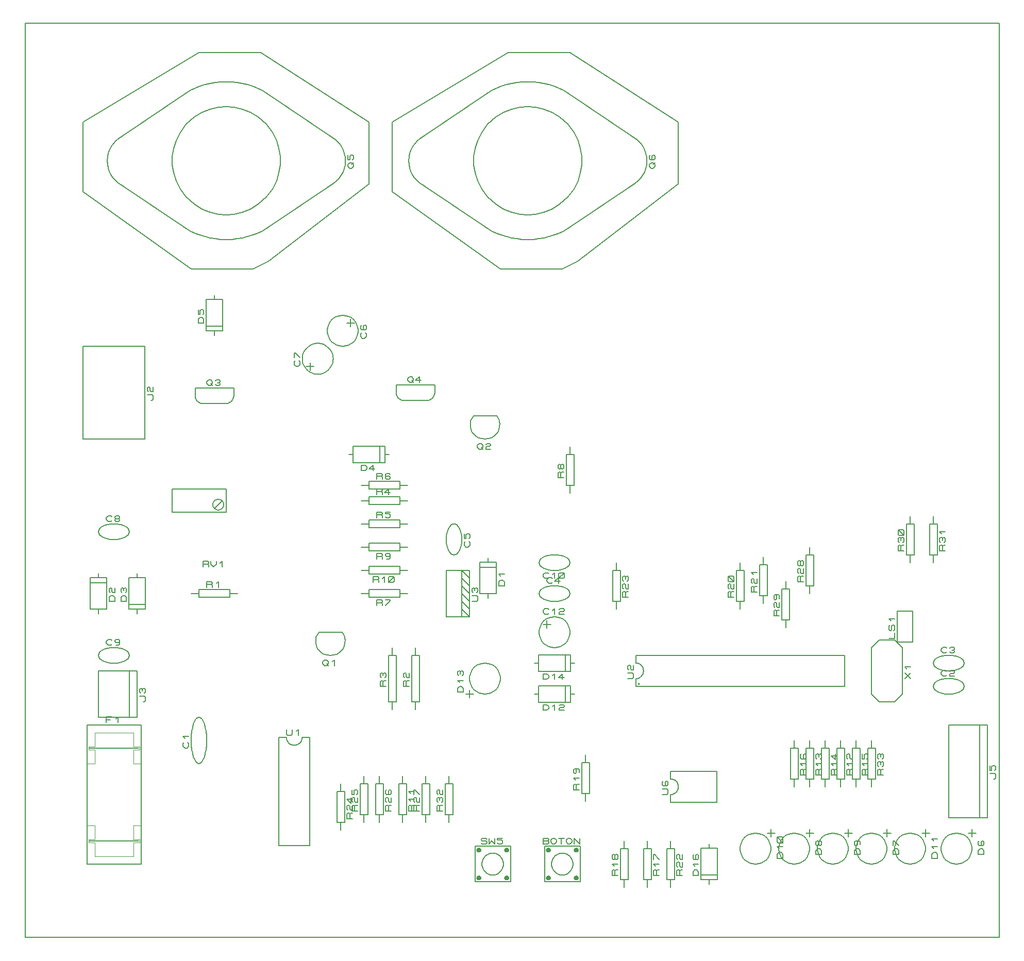
<source format=gbr>
G04 PROTEUS GERBER X2 FILE*
%TF.GenerationSoftware,Labcenter,Proteus,8.15-SP1-Build34318*%
%TF.CreationDate,2023-09-22T11:00:43+00:00*%
%TF.FileFunction,Legend,Top*%
%TF.FilePolarity,Positive*%
%TF.Part,Single*%
%TF.SameCoordinates,{daf6ecdc-d2ef-474e-a7a4-287faf42d1bd}*%
%FSLAX45Y45*%
%MOMM*%
G01*
%TA.AperFunction,Profile*%
%ADD23C,0.203200*%
%TA.AperFunction,Material*%
%ADD27C,0.203200*%
%ADD28C,0.050800*%
%ADD29C,0.063500*%
%TA.AperFunction,NonMaterial*%
%ADD72C,0.203200*%
%TD.AperFunction*%
D23*
X-12382500Y-8953500D02*
X+3619500Y-8953500D01*
X+3619500Y+6068060D01*
X-12382500Y+6068060D01*
X-12382500Y-8953500D01*
D27*
X-2347500Y-4826000D02*
X+1081500Y-4826000D01*
X+1081500Y-4318000D01*
X-2347500Y-4318000D01*
X-2347500Y-4826000D02*
X-2347500Y-4699000D01*
X-2347500Y-4318000D02*
X-2347500Y-4445000D01*
X-2347500Y-4699000D02*
X-2321532Y-4696473D01*
X-2297518Y-4689202D01*
X-2275923Y-4677652D01*
X-2257211Y-4662289D01*
X-2241848Y-4643577D01*
X-2230298Y-4621981D01*
X-2223027Y-4597967D01*
X-2220500Y-4572000D01*
X-2347500Y-4445000D02*
X-2321532Y-4447527D01*
X-2297518Y-4454798D01*
X-2275923Y-4466347D01*
X-2257211Y-4481711D01*
X-2241848Y-4500423D01*
X-2230298Y-4522018D01*
X-2223027Y-4546032D01*
X-2220500Y-4572000D01*
X-2289516Y-4785360D02*
X-2289541Y-4784763D01*
X-2289743Y-4783567D01*
X-2290167Y-4782371D01*
X-2290861Y-4781175D01*
X-2291921Y-4779996D01*
X-2293117Y-4779133D01*
X-2294313Y-4778584D01*
X-2295509Y-4778275D01*
X-2296700Y-4778176D01*
X-2303884Y-4785360D02*
X-2303859Y-4784763D01*
X-2303657Y-4783567D01*
X-2303233Y-4782371D01*
X-2302539Y-4781175D01*
X-2301479Y-4779996D01*
X-2300283Y-4779133D01*
X-2299087Y-4778584D01*
X-2297891Y-4778275D01*
X-2296700Y-4778176D01*
X-2303884Y-4785360D02*
X-2303859Y-4785957D01*
X-2303657Y-4787153D01*
X-2303233Y-4788349D01*
X-2302539Y-4789545D01*
X-2301479Y-4790724D01*
X-2300283Y-4791587D01*
X-2299087Y-4792136D01*
X-2297891Y-4792445D01*
X-2296700Y-4792544D01*
X-2289516Y-4785360D02*
X-2289541Y-4785957D01*
X-2289743Y-4787153D01*
X-2290167Y-4788349D01*
X-2290861Y-4789545D01*
X-2291921Y-4790724D01*
X-2293117Y-4791587D01*
X-2294313Y-4792136D01*
X-2295509Y-4792445D01*
X-2296700Y-4792544D01*
X-2479580Y-4699000D02*
X-2403380Y-4699000D01*
X-2388140Y-4683125D01*
X-2388140Y-4619625D01*
X-2403380Y-4603750D01*
X-2479580Y-4603750D01*
X-2464340Y-4556125D02*
X-2479580Y-4540250D01*
X-2479580Y-4492625D01*
X-2464340Y-4476750D01*
X-2449100Y-4476750D01*
X-2433860Y-4492625D01*
X-2433860Y-4540250D01*
X-2418620Y-4556125D01*
X-2388140Y-4556125D01*
X-2388140Y-4476750D01*
X+1016000Y-5715000D02*
X+1016000Y-5842000D01*
X+952500Y-6350000D02*
X+1079500Y-6350000D01*
X+1079500Y-5842000D01*
X+952500Y-5842000D01*
X+952500Y-6350000D01*
X+1016000Y-6350000D02*
X+1016000Y-6477000D01*
X+1211580Y-6286500D02*
X+1120140Y-6286500D01*
X+1120140Y-6207125D01*
X+1135380Y-6191250D01*
X+1150620Y-6191250D01*
X+1165860Y-6207125D01*
X+1165860Y-6286500D01*
X+1165860Y-6207125D02*
X+1181100Y-6191250D01*
X+1211580Y-6191250D01*
X+1150620Y-6127750D02*
X+1120140Y-6096000D01*
X+1211580Y-6096000D01*
X+1135380Y-6016625D02*
X+1120140Y-6000750D01*
X+1120140Y-5953125D01*
X+1135380Y-5937250D01*
X+1150620Y-5937250D01*
X+1165860Y-5953125D01*
X+1165860Y-6000750D01*
X+1181100Y-6016625D01*
X+1211580Y-6016625D01*
X+1211580Y-5937250D01*
X+508000Y-5715000D02*
X+508000Y-5842000D01*
X+444500Y-6350000D02*
X+571500Y-6350000D01*
X+571500Y-5842000D01*
X+444500Y-5842000D01*
X+444500Y-6350000D01*
X+508000Y-6350000D02*
X+508000Y-6477000D01*
X+703580Y-6286500D02*
X+612140Y-6286500D01*
X+612140Y-6207125D01*
X+627380Y-6191250D01*
X+642620Y-6191250D01*
X+657860Y-6207125D01*
X+657860Y-6286500D01*
X+657860Y-6207125D02*
X+673100Y-6191250D01*
X+703580Y-6191250D01*
X+642620Y-6127750D02*
X+612140Y-6096000D01*
X+703580Y-6096000D01*
X+627380Y-6016625D02*
X+612140Y-6000750D01*
X+612140Y-5953125D01*
X+627380Y-5937250D01*
X+642620Y-5937250D01*
X+657860Y-5953125D01*
X+673100Y-5937250D01*
X+688340Y-5937250D01*
X+703580Y-5953125D01*
X+703580Y-6000750D01*
X+688340Y-6016625D01*
X+657860Y-5984875D02*
X+657860Y-5953125D01*
X+762000Y-5715000D02*
X+762000Y-5842000D01*
X+698500Y-6350000D02*
X+825500Y-6350000D01*
X+825500Y-5842000D01*
X+698500Y-5842000D01*
X+698500Y-6350000D01*
X+762000Y-6350000D02*
X+762000Y-6477000D01*
X+957580Y-6286500D02*
X+866140Y-6286500D01*
X+866140Y-6207125D01*
X+881380Y-6191250D01*
X+896620Y-6191250D01*
X+911860Y-6207125D01*
X+911860Y-6286500D01*
X+911860Y-6207125D02*
X+927100Y-6191250D01*
X+957580Y-6191250D01*
X+896620Y-6127750D02*
X+866140Y-6096000D01*
X+957580Y-6096000D01*
X+927100Y-5937250D02*
X+927100Y-6032500D01*
X+866140Y-5969000D01*
X+957580Y-5969000D01*
X+1270000Y-5715000D02*
X+1270000Y-5842000D01*
X+1206500Y-6350000D02*
X+1333500Y-6350000D01*
X+1333500Y-5842000D01*
X+1206500Y-5842000D01*
X+1206500Y-6350000D01*
X+1270000Y-6350000D02*
X+1270000Y-6477000D01*
X+1465580Y-6286500D02*
X+1374140Y-6286500D01*
X+1374140Y-6207125D01*
X+1389380Y-6191250D01*
X+1404620Y-6191250D01*
X+1419860Y-6207125D01*
X+1419860Y-6286500D01*
X+1419860Y-6207125D02*
X+1435100Y-6191250D01*
X+1465580Y-6191250D01*
X+1404620Y-6127750D02*
X+1374140Y-6096000D01*
X+1465580Y-6096000D01*
X+1374140Y-5937250D02*
X+1374140Y-6016625D01*
X+1404620Y-6016625D01*
X+1404620Y-5953125D01*
X+1419860Y-5937250D01*
X+1450340Y-5937250D01*
X+1465580Y-5953125D01*
X+1465580Y-6000750D01*
X+1450340Y-6016625D01*
X+254000Y-5715000D02*
X+254000Y-5842000D01*
X+190500Y-6350000D02*
X+317500Y-6350000D01*
X+317500Y-5842000D01*
X+190500Y-5842000D01*
X+190500Y-6350000D01*
X+254000Y-6350000D02*
X+254000Y-6477000D01*
X+449580Y-6286500D02*
X+358140Y-6286500D01*
X+358140Y-6207125D01*
X+373380Y-6191250D01*
X+388620Y-6191250D01*
X+403860Y-6207125D01*
X+403860Y-6286500D01*
X+403860Y-6207125D02*
X+419100Y-6191250D01*
X+449580Y-6191250D01*
X+388620Y-6127750D02*
X+358140Y-6096000D01*
X+449580Y-6096000D01*
X+373380Y-5937250D02*
X+358140Y-5953125D01*
X+358140Y-6000750D01*
X+373380Y-6016625D01*
X+434340Y-6016625D01*
X+449580Y-6000750D01*
X+449580Y-5953125D01*
X+434340Y-5937250D01*
X+419100Y-5937250D01*
X+403860Y-5953125D01*
X+403860Y-6016625D01*
X+1943212Y-4102212D02*
X+2197212Y-4102212D01*
X+2197212Y-3594212D01*
X+1943212Y-3594212D01*
X+1943212Y-4102212D01*
X+1811132Y-4038712D02*
X+1902572Y-4038712D01*
X+1902572Y-3943462D01*
X+1887332Y-3911712D02*
X+1902572Y-3895837D01*
X+1902572Y-3832337D01*
X+1887332Y-3816462D01*
X+1872092Y-3816462D01*
X+1856852Y-3832337D01*
X+1856852Y-3895837D01*
X+1841612Y-3911712D01*
X+1826372Y-3911712D01*
X+1811132Y-3895837D01*
X+1811132Y-3832337D01*
X+1826372Y-3816462D01*
X+1841612Y-3752962D02*
X+1811132Y-3721212D01*
X+1902572Y-3721212D01*
X+2032000Y-4191000D02*
X+2032000Y-4953000D01*
X+1905000Y-5080000D01*
X+1651000Y-5080000D01*
X+1524000Y-4953000D01*
X+1524000Y-4191000D01*
X+1651000Y-4064000D01*
X+1905000Y-4064000D01*
X+2032000Y-4191000D01*
X+2072640Y-4699000D02*
X+2164080Y-4603750D01*
X+2164080Y-4699000D02*
X+2072640Y-4603750D01*
X+2103120Y-4540250D02*
X+2072640Y-4508500D01*
X+2164080Y-4508500D01*
X+1143000Y-7493000D02*
X+1142173Y-7472517D01*
X+1135455Y-7431550D01*
X+1121437Y-7390583D01*
X+1098659Y-7349616D01*
X+1063859Y-7308771D01*
X+1022892Y-7277155D01*
X+981925Y-7256608D01*
X+940958Y-7244371D01*
X+899991Y-7239238D01*
X+889000Y-7239000D01*
X+635000Y-7493000D02*
X+635827Y-7472517D01*
X+642545Y-7431550D01*
X+656563Y-7390583D01*
X+679341Y-7349616D01*
X+714141Y-7308771D01*
X+755108Y-7277155D01*
X+796075Y-7256608D01*
X+837042Y-7244371D01*
X+878009Y-7239238D01*
X+889000Y-7239000D01*
X+635000Y-7493000D02*
X+635827Y-7513483D01*
X+642545Y-7554450D01*
X+656563Y-7595417D01*
X+679341Y-7636384D01*
X+714141Y-7677229D01*
X+755108Y-7708845D01*
X+796075Y-7729392D01*
X+837042Y-7741629D01*
X+878009Y-7746762D01*
X+889000Y-7747000D01*
X+1143000Y-7493000D02*
X+1142173Y-7513483D01*
X+1135455Y-7554450D01*
X+1121437Y-7595417D01*
X+1098659Y-7636384D01*
X+1063859Y-7677229D01*
X+1022892Y-7708845D01*
X+981925Y-7729392D01*
X+940958Y-7741629D01*
X+899991Y-7746762D01*
X+889000Y-7747000D01*
X+1143000Y-7175500D02*
X+1143000Y-7302500D01*
X+1206500Y-7239000D02*
X+1079500Y-7239000D01*
X+1338580Y-7588250D02*
X+1247140Y-7588250D01*
X+1247140Y-7524750D01*
X+1277620Y-7493000D01*
X+1308100Y-7493000D01*
X+1338580Y-7524750D01*
X+1338580Y-7588250D01*
X+1277620Y-7366000D02*
X+1292860Y-7381875D01*
X+1292860Y-7429500D01*
X+1277620Y-7445375D01*
X+1262380Y-7445375D01*
X+1247140Y-7429500D01*
X+1247140Y-7381875D01*
X+1262380Y-7366000D01*
X+1323340Y-7366000D01*
X+1338580Y-7381875D01*
X+1338580Y-7429500D01*
X-127000Y-7493000D02*
X-127827Y-7472517D01*
X-134545Y-7431550D01*
X-148563Y-7390583D01*
X-171341Y-7349616D01*
X-206141Y-7308771D01*
X-247108Y-7277155D01*
X-288075Y-7256608D01*
X-329042Y-7244371D01*
X-370009Y-7239238D01*
X-381000Y-7239000D01*
X-635000Y-7493000D02*
X-634173Y-7472517D01*
X-627455Y-7431550D01*
X-613437Y-7390583D01*
X-590659Y-7349616D01*
X-555859Y-7308771D01*
X-514892Y-7277155D01*
X-473925Y-7256608D01*
X-432958Y-7244371D01*
X-391991Y-7239238D01*
X-381000Y-7239000D01*
X-635000Y-7493000D02*
X-634173Y-7513483D01*
X-627455Y-7554450D01*
X-613437Y-7595417D01*
X-590659Y-7636384D01*
X-555859Y-7677229D01*
X-514892Y-7708845D01*
X-473925Y-7729392D01*
X-432958Y-7741629D01*
X-391991Y-7746762D01*
X-381000Y-7747000D01*
X-127000Y-7493000D02*
X-127827Y-7513483D01*
X-134545Y-7554450D01*
X-148563Y-7595417D01*
X-171341Y-7636384D01*
X-206141Y-7677229D01*
X-247108Y-7708845D01*
X-288075Y-7729392D01*
X-329042Y-7741629D01*
X-370009Y-7746762D01*
X-381000Y-7747000D01*
X-127000Y-7175500D02*
X-127000Y-7302500D01*
X-63500Y-7239000D02*
X-190500Y-7239000D01*
X+68580Y-7651750D02*
X-22860Y-7651750D01*
X-22860Y-7588250D01*
X+7620Y-7556500D01*
X+38100Y-7556500D01*
X+68580Y-7588250D01*
X+68580Y-7651750D01*
X+7620Y-7493000D02*
X-22860Y-7461250D01*
X+68580Y-7461250D01*
X+53340Y-7397750D02*
X-7620Y-7397750D01*
X-22860Y-7381875D01*
X-22860Y-7318375D01*
X-7620Y-7302500D01*
X+53340Y-7302500D01*
X+68580Y-7318375D01*
X+68580Y-7381875D01*
X+53340Y-7397750D01*
X+68580Y-7397750D02*
X-22860Y-7302500D01*
X+2413000Y-7493000D02*
X+2412173Y-7472517D01*
X+2405455Y-7431550D01*
X+2391437Y-7390583D01*
X+2368659Y-7349616D01*
X+2333859Y-7308771D01*
X+2292892Y-7277155D01*
X+2251925Y-7256608D01*
X+2210958Y-7244371D01*
X+2169991Y-7239238D01*
X+2159000Y-7239000D01*
X+1905000Y-7493000D02*
X+1905827Y-7472517D01*
X+1912545Y-7431550D01*
X+1926563Y-7390583D01*
X+1949341Y-7349616D01*
X+1984141Y-7308771D01*
X+2025108Y-7277155D01*
X+2066075Y-7256608D01*
X+2107042Y-7244371D01*
X+2148009Y-7239238D01*
X+2159000Y-7239000D01*
X+1905000Y-7493000D02*
X+1905827Y-7513483D01*
X+1912545Y-7554450D01*
X+1926563Y-7595417D01*
X+1949341Y-7636384D01*
X+1984141Y-7677229D01*
X+2025108Y-7708845D01*
X+2066075Y-7729392D01*
X+2107042Y-7741629D01*
X+2148009Y-7746762D01*
X+2159000Y-7747000D01*
X+2413000Y-7493000D02*
X+2412173Y-7513483D01*
X+2405455Y-7554450D01*
X+2391437Y-7595417D01*
X+2368659Y-7636384D01*
X+2333859Y-7677229D01*
X+2292892Y-7708845D01*
X+2251925Y-7729392D01*
X+2210958Y-7741629D01*
X+2169991Y-7746762D01*
X+2159000Y-7747000D01*
X+2413000Y-7175500D02*
X+2413000Y-7302500D01*
X+2476500Y-7239000D02*
X+2349500Y-7239000D01*
X+2608580Y-7651750D02*
X+2517140Y-7651750D01*
X+2517140Y-7588250D01*
X+2547620Y-7556500D01*
X+2578100Y-7556500D01*
X+2608580Y-7588250D01*
X+2608580Y-7651750D01*
X+2547620Y-7493000D02*
X+2517140Y-7461250D01*
X+2608580Y-7461250D01*
X+2547620Y-7366000D02*
X+2517140Y-7334250D01*
X+2608580Y-7334250D01*
X+1778000Y-7493000D02*
X+1777173Y-7472517D01*
X+1770455Y-7431550D01*
X+1756437Y-7390583D01*
X+1733659Y-7349616D01*
X+1698859Y-7308771D01*
X+1657892Y-7277155D01*
X+1616925Y-7256608D01*
X+1575958Y-7244371D01*
X+1534991Y-7239238D01*
X+1524000Y-7239000D01*
X+1270000Y-7493000D02*
X+1270827Y-7472517D01*
X+1277545Y-7431550D01*
X+1291563Y-7390583D01*
X+1314341Y-7349616D01*
X+1349141Y-7308771D01*
X+1390108Y-7277155D01*
X+1431075Y-7256608D01*
X+1472042Y-7244371D01*
X+1513009Y-7239238D01*
X+1524000Y-7239000D01*
X+1270000Y-7493000D02*
X+1270827Y-7513483D01*
X+1277545Y-7554450D01*
X+1291563Y-7595417D01*
X+1314341Y-7636384D01*
X+1349141Y-7677229D01*
X+1390108Y-7708845D01*
X+1431075Y-7729392D01*
X+1472042Y-7741629D01*
X+1513009Y-7746762D01*
X+1524000Y-7747000D01*
X+1778000Y-7493000D02*
X+1777173Y-7513483D01*
X+1770455Y-7554450D01*
X+1756437Y-7595417D01*
X+1733659Y-7636384D01*
X+1698859Y-7677229D01*
X+1657892Y-7708845D01*
X+1616925Y-7729392D01*
X+1575958Y-7741629D01*
X+1534991Y-7746762D01*
X+1524000Y-7747000D01*
X+1778000Y-7175500D02*
X+1778000Y-7302500D01*
X+1841500Y-7239000D02*
X+1714500Y-7239000D01*
X+1973580Y-7588250D02*
X+1882140Y-7588250D01*
X+1882140Y-7524750D01*
X+1912620Y-7493000D01*
X+1943100Y-7493000D01*
X+1973580Y-7524750D01*
X+1973580Y-7588250D01*
X+1882140Y-7445375D02*
X+1882140Y-7366000D01*
X+1897380Y-7366000D01*
X+1973580Y-7445375D01*
X+508000Y-7493000D02*
X+507173Y-7472517D01*
X+500455Y-7431550D01*
X+486437Y-7390583D01*
X+463659Y-7349616D01*
X+428859Y-7308771D01*
X+387892Y-7277155D01*
X+346925Y-7256608D01*
X+305958Y-7244371D01*
X+264991Y-7239238D01*
X+254000Y-7239000D01*
X+0Y-7493000D02*
X+827Y-7472517D01*
X+7545Y-7431550D01*
X+21563Y-7390583D01*
X+44341Y-7349616D01*
X+79141Y-7308771D01*
X+120108Y-7277155D01*
X+161075Y-7256608D01*
X+202042Y-7244371D01*
X+243009Y-7239238D01*
X+254000Y-7239000D01*
X+0Y-7493000D02*
X+827Y-7513483D01*
X+7545Y-7554450D01*
X+21563Y-7595417D01*
X+44341Y-7636384D01*
X+79141Y-7677229D01*
X+120108Y-7708845D01*
X+161075Y-7729392D01*
X+202042Y-7741629D01*
X+243009Y-7746762D01*
X+254000Y-7747000D01*
X+508000Y-7493000D02*
X+507173Y-7513483D01*
X+500455Y-7554450D01*
X+486437Y-7595417D01*
X+463659Y-7636384D01*
X+428859Y-7677229D01*
X+387892Y-7708845D01*
X+346925Y-7729392D01*
X+305958Y-7741629D01*
X+264991Y-7746762D01*
X+254000Y-7747000D01*
X+508000Y-7175500D02*
X+508000Y-7302500D01*
X+571500Y-7239000D02*
X+444500Y-7239000D01*
X+703580Y-7588250D02*
X+612140Y-7588250D01*
X+612140Y-7524750D01*
X+642620Y-7493000D01*
X+673100Y-7493000D01*
X+703580Y-7524750D01*
X+703580Y-7588250D01*
X+657860Y-7429500D02*
X+642620Y-7445375D01*
X+627380Y-7445375D01*
X+612140Y-7429500D01*
X+612140Y-7381875D01*
X+627380Y-7366000D01*
X+642620Y-7366000D01*
X+657860Y-7381875D01*
X+657860Y-7429500D01*
X+673100Y-7445375D01*
X+688340Y-7445375D01*
X+703580Y-7429500D01*
X+703580Y-7381875D01*
X+688340Y-7366000D01*
X+673100Y-7366000D01*
X+657860Y-7381875D01*
X-635000Y-3556000D02*
X-635000Y-3429000D01*
X-698500Y-3429000D02*
X-571500Y-3429000D01*
X-571500Y-2921000D01*
X-698500Y-2921000D01*
X-698500Y-3429000D01*
X-635000Y-2921000D02*
X-635000Y-2794000D01*
X-739140Y-3365500D02*
X-830580Y-3365500D01*
X-830580Y-3286125D01*
X-815340Y-3270250D01*
X-800100Y-3270250D01*
X-784860Y-3286125D01*
X-784860Y-3365500D01*
X-784860Y-3286125D02*
X-769620Y-3270250D01*
X-739140Y-3270250D01*
X-815340Y-3222625D02*
X-830580Y-3206750D01*
X-830580Y-3159125D01*
X-815340Y-3143250D01*
X-800100Y-3143250D01*
X-784860Y-3159125D01*
X-784860Y-3206750D01*
X-769620Y-3222625D01*
X-739140Y-3222625D01*
X-739140Y-3143250D01*
X-754380Y-3111500D02*
X-815340Y-3111500D01*
X-830580Y-3095625D01*
X-830580Y-3032125D01*
X-815340Y-3016250D01*
X-754380Y-3016250D01*
X-739140Y-3032125D01*
X-739140Y-3095625D01*
X-754380Y-3111500D01*
X-739140Y-3111500D02*
X-830580Y-3016250D01*
X-254000Y-3467099D02*
X-254000Y-3340099D01*
X-317500Y-3340099D02*
X-190500Y-3340099D01*
X-190500Y-2832099D01*
X-317500Y-2832099D01*
X-317500Y-3340099D01*
X-254000Y-2832099D02*
X-254000Y-2705099D01*
X-358140Y-3276599D02*
X-449580Y-3276599D01*
X-449580Y-3197224D01*
X-434340Y-3181349D01*
X-419100Y-3181349D01*
X-403860Y-3197224D01*
X-403860Y-3276599D01*
X-403860Y-3197224D02*
X-388620Y-3181349D01*
X-358140Y-3181349D01*
X-434340Y-3133724D02*
X-449580Y-3117849D01*
X-449580Y-3070224D01*
X-434340Y-3054349D01*
X-419100Y-3054349D01*
X-403860Y-3070224D01*
X-403860Y-3117849D01*
X-388620Y-3133724D01*
X-358140Y-3133724D01*
X-358140Y-3054349D01*
X-419100Y-2990849D02*
X-449580Y-2959099D01*
X-358140Y-2959099D01*
X-3942080Y-5087620D02*
X-3423920Y-5087620D01*
X-3423920Y-4820920D01*
X-3942080Y-4820920D01*
X-3942080Y-5087620D01*
X-3505200Y-5085080D02*
X-3505200Y-4823460D01*
X-3352800Y-4953000D02*
X-3423920Y-4953000D01*
X-3942080Y-4953000D02*
X-4013200Y-4953000D01*
X-3873500Y-5219700D02*
X-3873500Y-5128260D01*
X-3810000Y-5128260D01*
X-3778250Y-5158740D01*
X-3778250Y-5189220D01*
X-3810000Y-5219700D01*
X-3873500Y-5219700D01*
X-3714750Y-5158740D02*
X-3683000Y-5128260D01*
X-3683000Y-5219700D01*
X-3603625Y-5143500D02*
X-3587750Y-5128260D01*
X-3540125Y-5128260D01*
X-3524250Y-5143500D01*
X-3524250Y-5158740D01*
X-3540125Y-5173980D01*
X-3587750Y-5173980D01*
X-3603625Y-5189220D01*
X-3603625Y-5219700D01*
X-3524250Y-5219700D01*
X-3175000Y-6718299D02*
X-3175000Y-6591299D01*
X-3238500Y-6591299D02*
X-3111500Y-6591299D01*
X-3111500Y-6083299D01*
X-3238500Y-6083299D01*
X-3238500Y-6591299D01*
X-3175000Y-6083299D02*
X-3175000Y-5956299D01*
X-3279140Y-6527799D02*
X-3370580Y-6527799D01*
X-3370580Y-6448424D01*
X-3355340Y-6432549D01*
X-3340100Y-6432549D01*
X-3324860Y-6448424D01*
X-3324860Y-6527799D01*
X-3324860Y-6448424D02*
X-3309620Y-6432549D01*
X-3279140Y-6432549D01*
X-3340100Y-6369049D02*
X-3370580Y-6337299D01*
X-3279140Y-6337299D01*
X-3340100Y-6178549D02*
X-3324860Y-6194424D01*
X-3324860Y-6242049D01*
X-3340100Y-6257924D01*
X-3355340Y-6257924D01*
X-3370580Y-6242049D01*
X-3370580Y-6194424D01*
X-3355340Y-6178549D01*
X-3294380Y-6178549D01*
X-3279140Y-6194424D01*
X-3279140Y-6242049D01*
X-4572000Y-4699000D02*
X-4572827Y-4678517D01*
X-4579545Y-4637550D01*
X-4593563Y-4596583D01*
X-4616341Y-4555616D01*
X-4651141Y-4514771D01*
X-4692108Y-4483155D01*
X-4733075Y-4462608D01*
X-4774042Y-4450371D01*
X-4815009Y-4445238D01*
X-4826000Y-4445000D01*
X-5080000Y-4699000D02*
X-5079173Y-4678517D01*
X-5072455Y-4637550D01*
X-5058437Y-4596583D01*
X-5035659Y-4555616D01*
X-5000859Y-4514771D01*
X-4959892Y-4483155D01*
X-4918925Y-4462608D01*
X-4877958Y-4450371D01*
X-4836991Y-4445238D01*
X-4826000Y-4445000D01*
X-5080000Y-4699000D02*
X-5079173Y-4719483D01*
X-5072455Y-4760450D01*
X-5058437Y-4801417D01*
X-5035659Y-4842384D01*
X-5000859Y-4883229D01*
X-4959892Y-4914845D01*
X-4918925Y-4935392D01*
X-4877958Y-4947629D01*
X-4836991Y-4952762D01*
X-4826000Y-4953000D01*
X-4572000Y-4699000D02*
X-4572827Y-4719483D01*
X-4579545Y-4760450D01*
X-4593563Y-4801417D01*
X-4616341Y-4842384D01*
X-4651141Y-4883229D01*
X-4692108Y-4914845D01*
X-4733075Y-4935392D01*
X-4774042Y-4947629D01*
X-4815009Y-4952762D01*
X-4826000Y-4953000D01*
X-5080000Y-5016500D02*
X-5080000Y-4889500D01*
X-5143500Y-4953000D02*
X-5016500Y-4953000D01*
X-5184140Y-4921250D02*
X-5275580Y-4921250D01*
X-5275580Y-4857750D01*
X-5245100Y-4826000D01*
X-5214620Y-4826000D01*
X-5184140Y-4857750D01*
X-5184140Y-4921250D01*
X-5245100Y-4762500D02*
X-5275580Y-4730750D01*
X-5184140Y-4730750D01*
X-5260340Y-4651375D02*
X-5275580Y-4635500D01*
X-5275580Y-4587875D01*
X-5260340Y-4572000D01*
X-5245100Y-4572000D01*
X-5229860Y-4587875D01*
X-5214620Y-4572000D01*
X-5199380Y-4572000D01*
X-5184140Y-4587875D01*
X-5184140Y-4635500D01*
X-5199380Y-4651375D01*
X-5229860Y-4619625D02*
X-5229860Y-4587875D01*
X-3937000Y-3302000D02*
X-3931920Y-3276124D01*
X-3917315Y-3252152D01*
X-3894138Y-3230562D01*
X-3863340Y-3211830D01*
X-3825875Y-3196431D01*
X-3782695Y-3184842D01*
X-3734752Y-3177540D01*
X-3683000Y-3175000D01*
X-3429000Y-3302000D02*
X-3434080Y-3276124D01*
X-3448685Y-3252152D01*
X-3471862Y-3230562D01*
X-3502660Y-3211830D01*
X-3540125Y-3196431D01*
X-3583305Y-3184842D01*
X-3631248Y-3177540D01*
X-3683000Y-3175000D01*
X-3937000Y-3302000D02*
X-3931920Y-3327876D01*
X-3917315Y-3351848D01*
X-3894138Y-3373438D01*
X-3863340Y-3392170D01*
X-3825875Y-3407569D01*
X-3782695Y-3419158D01*
X-3734752Y-3426460D01*
X-3683000Y-3429000D01*
X-3429000Y-3302000D02*
X-3434080Y-3327876D01*
X-3448685Y-3351848D01*
X-3471862Y-3373438D01*
X-3502660Y-3392170D01*
X-3540125Y-3407569D01*
X-3583305Y-3419158D01*
X-3631248Y-3426460D01*
X-3683000Y-3429000D01*
X-3714750Y-3119120D02*
X-3730625Y-3134360D01*
X-3778250Y-3134360D01*
X-3810000Y-3103880D01*
X-3810000Y-3073400D01*
X-3778250Y-3042920D01*
X-3730625Y-3042920D01*
X-3714750Y-3058160D01*
X-3587750Y-3103880D02*
X-3683000Y-3103880D01*
X-3619500Y-3042920D01*
X-3619500Y-3134360D01*
X-3429000Y-2794000D02*
X-3434080Y-2819876D01*
X-3448685Y-2843848D01*
X-3471862Y-2865438D01*
X-3502660Y-2884170D01*
X-3540125Y-2899569D01*
X-3583305Y-2911158D01*
X-3631248Y-2918460D01*
X-3683000Y-2921000D01*
X-3937000Y-2794000D02*
X-3931920Y-2819876D01*
X-3917315Y-2843848D01*
X-3894138Y-2865438D01*
X-3863340Y-2884170D01*
X-3825875Y-2899569D01*
X-3782695Y-2911158D01*
X-3734752Y-2918460D01*
X-3683000Y-2921000D01*
X-3429000Y-2794000D02*
X-3434080Y-2768124D01*
X-3448685Y-2744152D01*
X-3471862Y-2722562D01*
X-3502660Y-2703830D01*
X-3540125Y-2688431D01*
X-3583305Y-2676842D01*
X-3631248Y-2669540D01*
X-3683000Y-2667000D01*
X-3937000Y-2794000D02*
X-3931920Y-2768124D01*
X-3917315Y-2744152D01*
X-3894138Y-2722562D01*
X-3863340Y-2703830D01*
X-3825875Y-2688431D01*
X-3782695Y-2676842D01*
X-3734752Y-2669540D01*
X-3683000Y-2667000D01*
X-3778250Y-3037840D02*
X-3794125Y-3053080D01*
X-3841750Y-3053080D01*
X-3873500Y-3022600D01*
X-3873500Y-2992120D01*
X-3841750Y-2961640D01*
X-3794125Y-2961640D01*
X-3778250Y-2976880D01*
X-3714750Y-2992120D02*
X-3683000Y-2961640D01*
X-3683000Y-3053080D01*
X-3619500Y-3037840D02*
X-3619500Y-2976880D01*
X-3603625Y-2961640D01*
X-3540125Y-2961640D01*
X-3524250Y-2976880D01*
X-3524250Y-3037840D01*
X-3540125Y-3053080D01*
X-3603625Y-3053080D01*
X-3619500Y-3037840D01*
X-3619500Y-3053080D02*
X-3524250Y-2961640D01*
X-3942080Y-4579620D02*
X-3423920Y-4579620D01*
X-3423920Y-4312920D01*
X-3942080Y-4312920D01*
X-3942080Y-4579620D01*
X-3505200Y-4577080D02*
X-3505200Y-4315460D01*
X-3352800Y-4445000D02*
X-3423920Y-4445000D01*
X-3942080Y-4445000D02*
X-4013200Y-4445000D01*
X-3873500Y-4711700D02*
X-3873500Y-4620260D01*
X-3810000Y-4620260D01*
X-3778250Y-4650740D01*
X-3778250Y-4681220D01*
X-3810000Y-4711700D01*
X-3873500Y-4711700D01*
X-3714750Y-4650740D02*
X-3683000Y-4620260D01*
X-3683000Y-4711700D01*
X-3524250Y-4681220D02*
X-3619500Y-4681220D01*
X-3556000Y-4620260D01*
X-3556000Y-4711700D01*
X-3429000Y-3937000D02*
X-3429827Y-3916517D01*
X-3436545Y-3875550D01*
X-3450563Y-3834583D01*
X-3473341Y-3793616D01*
X-3508141Y-3752771D01*
X-3549108Y-3721155D01*
X-3590075Y-3700608D01*
X-3631042Y-3688371D01*
X-3672009Y-3683238D01*
X-3683000Y-3683000D01*
X-3937000Y-3937000D02*
X-3936173Y-3916517D01*
X-3929455Y-3875550D01*
X-3915437Y-3834583D01*
X-3892659Y-3793616D01*
X-3857859Y-3752771D01*
X-3816892Y-3721155D01*
X-3775925Y-3700608D01*
X-3734958Y-3688371D01*
X-3693991Y-3683238D01*
X-3683000Y-3683000D01*
X-3937000Y-3937000D02*
X-3936173Y-3957483D01*
X-3929455Y-3998450D01*
X-3915437Y-4039417D01*
X-3892659Y-4080384D01*
X-3857859Y-4121229D01*
X-3816892Y-4152845D01*
X-3775925Y-4173392D01*
X-3734958Y-4185629D01*
X-3693991Y-4190762D01*
X-3683000Y-4191000D01*
X-3429000Y-3937000D02*
X-3429827Y-3957483D01*
X-3436545Y-3998450D01*
X-3450563Y-4039417D01*
X-3473341Y-4080384D01*
X-3508141Y-4121229D01*
X-3549108Y-4152845D01*
X-3590075Y-4173392D01*
X-3631042Y-4185629D01*
X-3672009Y-4190762D01*
X-3683000Y-4191000D01*
X-3873500Y-3810000D02*
X-3746500Y-3810000D01*
X-3810000Y-3746500D02*
X-3810000Y-3873500D01*
X-3778250Y-3627120D02*
X-3794125Y-3642360D01*
X-3841750Y-3642360D01*
X-3873500Y-3611880D01*
X-3873500Y-3581400D01*
X-3841750Y-3550920D01*
X-3794125Y-3550920D01*
X-3778250Y-3566160D01*
X-3714750Y-3581400D02*
X-3683000Y-3550920D01*
X-3683000Y-3642360D01*
X-3603625Y-3566160D02*
X-3587750Y-3550920D01*
X-3540125Y-3550920D01*
X-3524250Y-3566160D01*
X-3524250Y-3581400D01*
X-3540125Y-3596640D01*
X-3587750Y-3596640D01*
X-3603625Y-3611880D01*
X-3603625Y-3642360D01*
X-3524250Y-3642360D01*
X-2667000Y-2794000D02*
X-2667000Y-2921000D01*
X-2730500Y-3429000D02*
X-2603500Y-3429000D01*
X-2603500Y-2921000D01*
X-2730500Y-2921000D01*
X-2730500Y-3429000D01*
X-2667000Y-3429000D02*
X-2667000Y-3556000D01*
X-2471420Y-3365500D02*
X-2562860Y-3365500D01*
X-2562860Y-3286125D01*
X-2547620Y-3270250D01*
X-2532380Y-3270250D01*
X-2517140Y-3286125D01*
X-2517140Y-3365500D01*
X-2517140Y-3286125D02*
X-2501900Y-3270250D01*
X-2471420Y-3270250D01*
X-2547620Y-3222625D02*
X-2562860Y-3206750D01*
X-2562860Y-3159125D01*
X-2547620Y-3143250D01*
X-2532380Y-3143250D01*
X-2517140Y-3159125D01*
X-2517140Y-3206750D01*
X-2501900Y-3222625D01*
X-2471420Y-3222625D01*
X-2471420Y-3143250D01*
X-2547620Y-3095625D02*
X-2562860Y-3079750D01*
X-2562860Y-3032125D01*
X-2547620Y-3016250D01*
X-2532380Y-3016250D01*
X-2517140Y-3032125D01*
X-2501900Y-3016250D01*
X-2486660Y-3016250D01*
X-2471420Y-3032125D01*
X-2471420Y-3079750D01*
X-2486660Y-3095625D01*
X-2517140Y-3063875D02*
X-2517140Y-3032125D01*
X-1778000Y-7366000D02*
X-1778000Y-7493000D01*
X-1841500Y-8001000D02*
X-1714500Y-8001000D01*
X-1714500Y-7493000D01*
X-1841500Y-7493000D01*
X-1841500Y-8001000D01*
X-1778000Y-8001000D02*
X-1778000Y-8128000D01*
X-1582420Y-7937500D02*
X-1673860Y-7937500D01*
X-1673860Y-7858125D01*
X-1658620Y-7842250D01*
X-1643380Y-7842250D01*
X-1628140Y-7858125D01*
X-1628140Y-7937500D01*
X-1628140Y-7858125D02*
X-1612900Y-7842250D01*
X-1582420Y-7842250D01*
X-1658620Y-7794625D02*
X-1673860Y-7778750D01*
X-1673860Y-7731125D01*
X-1658620Y-7715250D01*
X-1643380Y-7715250D01*
X-1628140Y-7731125D01*
X-1628140Y-7778750D01*
X-1612900Y-7794625D01*
X-1582420Y-7794625D01*
X-1582420Y-7715250D01*
X-1658620Y-7667625D02*
X-1673860Y-7651750D01*
X-1673860Y-7604125D01*
X-1658620Y-7588250D01*
X-1643380Y-7588250D01*
X-1628140Y-7604125D01*
X-1628140Y-7651750D01*
X-1612900Y-7667625D01*
X-1582420Y-7667625D01*
X-1582420Y-7588250D01*
X-1277620Y-8006080D02*
X-1010920Y-8006080D01*
X-1010920Y-7487920D01*
X-1277620Y-7487920D01*
X-1277620Y-8006080D01*
X-1275080Y-7924800D02*
X-1013460Y-7924800D01*
X-1143000Y-8077200D02*
X-1143000Y-8006080D01*
X-1143000Y-7487920D02*
X-1143000Y-7416800D01*
X-1318260Y-7937500D02*
X-1409700Y-7937500D01*
X-1409700Y-7874000D01*
X-1379220Y-7842250D01*
X-1348740Y-7842250D01*
X-1318260Y-7874000D01*
X-1318260Y-7937500D01*
X-1379220Y-7778750D02*
X-1409700Y-7747000D01*
X-1318260Y-7747000D01*
X-1394460Y-7588250D02*
X-1409700Y-7604125D01*
X-1409700Y-7651750D01*
X-1394460Y-7667625D01*
X-1333500Y-7667625D01*
X-1318260Y-7651750D01*
X-1318260Y-7604125D01*
X-1333500Y-7588250D01*
X-1348740Y-7588250D01*
X-1363980Y-7604125D01*
X-1363980Y-7667625D01*
X-1778000Y-6731000D02*
X-1778000Y-6604000D01*
X-1651000Y-6477000D02*
X-1653436Y-6451124D01*
X-1660485Y-6427152D01*
X-1671762Y-6405562D01*
X-1686878Y-6386830D01*
X-1705446Y-6371431D01*
X-1727081Y-6359842D01*
X-1751394Y-6352540D01*
X-1778000Y-6350000D01*
X-1651000Y-6477000D02*
X-1653436Y-6503606D01*
X-1660485Y-6527919D01*
X-1671762Y-6549554D01*
X-1686878Y-6568122D01*
X-1705446Y-6583238D01*
X-1727081Y-6594515D01*
X-1751394Y-6601564D01*
X-1778000Y-6604000D01*
X-1778000Y-6350000D02*
X-1778000Y-6223000D01*
X-1016000Y-6731000D02*
X-1016000Y-6223000D01*
X-1778000Y-6731000D02*
X-1016000Y-6731000D01*
X-1778000Y-6223000D02*
X-1016000Y-6223000D01*
X-1910080Y-6604000D02*
X-1833880Y-6604000D01*
X-1818640Y-6588125D01*
X-1818640Y-6524625D01*
X-1833880Y-6508750D01*
X-1910080Y-6508750D01*
X-1894840Y-6381750D02*
X-1910080Y-6397625D01*
X-1910080Y-6445250D01*
X-1894840Y-6461125D01*
X-1833880Y-6461125D01*
X-1818640Y-6445250D01*
X-1818640Y-6397625D01*
X-1833880Y-6381750D01*
X-1849120Y-6381750D01*
X-1864360Y-6397625D01*
X-1864360Y-6461125D01*
X-11366500Y-7747000D02*
X-10477500Y-7747000D01*
X-10477500Y-5461000D01*
X-11366500Y-5461000D01*
X-11366500Y-7747000D01*
D28*
X-11239500Y-5588000D02*
X-10604500Y-5588000D01*
X-11239500Y-6096000D02*
X-11366500Y-6096000D01*
X-10604500Y-6096000D02*
X-10477500Y-6096000D01*
D27*
X-10515600Y-5842000D02*
X-11328400Y-5842000D01*
D28*
X-11239500Y-5816600D02*
X-11341100Y-5816600D01*
X-11341100Y-5867400D01*
X-11239500Y-5867400D01*
X-11239500Y-5588000D02*
X-11239500Y-5816600D01*
X-11239500Y-5867400D02*
X-11239500Y-6096000D01*
X-10604500Y-5816600D02*
X-10502900Y-5816600D01*
X-10502900Y-5867400D01*
X-10604500Y-5867400D01*
X-10604500Y-5588000D02*
X-10604500Y-5816600D01*
X-10604500Y-5867400D02*
X-10604500Y-6096000D01*
X-10604500Y-7620000D02*
X-11239500Y-7620000D01*
X-10604500Y-7112000D02*
X-10477500Y-7112000D01*
X-11239500Y-7112000D02*
X-11366500Y-7112000D01*
D27*
X-11328400Y-7366000D02*
X-10515600Y-7366000D01*
D28*
X-10604500Y-7391400D02*
X-10502900Y-7391400D01*
X-10502900Y-7340600D01*
X-10604500Y-7340600D01*
X-10604500Y-7620000D02*
X-10604500Y-7391400D01*
X-10604500Y-7340600D02*
X-10604500Y-7112000D01*
X-11239500Y-7391400D02*
X-11341100Y-7391400D01*
X-11341100Y-7340600D01*
X-11239500Y-7340600D01*
X-11239500Y-7620000D02*
X-11239500Y-7391400D01*
X-11239500Y-7340600D02*
X-11239500Y-7112000D01*
D27*
X-11049000Y-5420360D02*
X-11049000Y-5328920D01*
X-10953750Y-5328920D01*
X-11049000Y-5374640D02*
X-10985500Y-5374640D01*
X-10890250Y-5359400D02*
X-10858500Y-5328920D01*
X-10858500Y-5420360D01*
X-7831314Y-5668303D02*
X-7704314Y-5668303D01*
X-8212314Y-5668303D02*
X-8085314Y-5668303D01*
X-7958314Y-5795303D02*
X-7932438Y-5792867D01*
X-7908466Y-5785818D01*
X-7886876Y-5774541D01*
X-7868144Y-5759426D01*
X-7852745Y-5740857D01*
X-7841156Y-5719222D01*
X-7833854Y-5694909D01*
X-7831314Y-5668303D01*
X-7958314Y-5795303D02*
X-7984920Y-5792867D01*
X-8009233Y-5785818D01*
X-8030868Y-5774541D01*
X-8049436Y-5759426D01*
X-8064552Y-5740857D01*
X-8075829Y-5719222D01*
X-8082878Y-5694909D01*
X-8085314Y-5668303D01*
X-8212314Y-5668303D02*
X-8212314Y-7446303D01*
X-7704314Y-7446303D01*
X-7704314Y-5668303D01*
X-8085314Y-5536223D02*
X-8085314Y-5612423D01*
X-8069439Y-5627663D01*
X-8005939Y-5627663D01*
X-7990064Y-5612423D01*
X-7990064Y-5536223D01*
X-7926564Y-5566703D02*
X-7894814Y-5536223D01*
X-7894814Y-5627663D01*
X-11176000Y-4318000D02*
X-11170920Y-4292124D01*
X-11156315Y-4268152D01*
X-11133138Y-4246562D01*
X-11102340Y-4227830D01*
X-11064875Y-4212431D01*
X-11021695Y-4200842D01*
X-10973752Y-4193540D01*
X-10922000Y-4191000D01*
X-10668000Y-4318000D02*
X-10673080Y-4292124D01*
X-10687685Y-4268152D01*
X-10710862Y-4246562D01*
X-10741660Y-4227830D01*
X-10779125Y-4212431D01*
X-10822305Y-4200842D01*
X-10870248Y-4193540D01*
X-10922000Y-4191000D01*
X-11176000Y-4318000D02*
X-11170920Y-4343876D01*
X-11156315Y-4367848D01*
X-11133138Y-4389438D01*
X-11102340Y-4408170D01*
X-11064875Y-4423569D01*
X-11021695Y-4435158D01*
X-10973752Y-4442460D01*
X-10922000Y-4445000D01*
X-10668000Y-4318000D02*
X-10673080Y-4343876D01*
X-10687685Y-4367848D01*
X-10710862Y-4389438D01*
X-10741660Y-4408170D01*
X-10779125Y-4423569D01*
X-10822305Y-4435158D01*
X-10870248Y-4442460D01*
X-10922000Y-4445000D01*
X-10953750Y-4135120D02*
X-10969625Y-4150360D01*
X-11017250Y-4150360D01*
X-11049000Y-4119880D01*
X-11049000Y-4089400D01*
X-11017250Y-4058920D01*
X-10969625Y-4058920D01*
X-10953750Y-4074160D01*
X-10826750Y-4089400D02*
X-10842625Y-4104640D01*
X-10890250Y-4104640D01*
X-10906125Y-4089400D01*
X-10906125Y-4074160D01*
X-10890250Y-4058920D01*
X-10842625Y-4058920D01*
X-10826750Y-4074160D01*
X-10826750Y-4135120D01*
X-10842625Y-4150360D01*
X-10890250Y-4150360D01*
X-10675620Y-3561080D02*
X-10408920Y-3561080D01*
X-10408920Y-3042920D01*
X-10675620Y-3042920D01*
X-10675620Y-3561080D01*
X-10673080Y-3479800D02*
X-10411460Y-3479800D01*
X-10541000Y-3632200D02*
X-10541000Y-3561080D01*
X-10541000Y-3042920D02*
X-10541000Y-2971800D01*
X-10716260Y-3429000D02*
X-10807700Y-3429000D01*
X-10807700Y-3365500D01*
X-10777220Y-3333750D01*
X-10746740Y-3333750D01*
X-10716260Y-3365500D01*
X-10716260Y-3429000D01*
X-10792460Y-3286125D02*
X-10807700Y-3270250D01*
X-10807700Y-3222625D01*
X-10792460Y-3206750D01*
X-10777220Y-3206750D01*
X-10761980Y-3222625D01*
X-10746740Y-3206750D01*
X-10731500Y-3206750D01*
X-10716260Y-3222625D01*
X-10716260Y-3270250D01*
X-10731500Y-3286125D01*
X-10761980Y-3254375D02*
X-10761980Y-3222625D01*
X-11308080Y-3561080D02*
X-11041380Y-3561080D01*
X-11041380Y-3042920D01*
X-11308080Y-3042920D01*
X-11308080Y-3561080D01*
X-11043920Y-3124200D02*
X-11305540Y-3124200D01*
X-11176000Y-2971800D02*
X-11176000Y-3042920D01*
X-11176000Y-3561080D02*
X-11176000Y-3632200D01*
X-10909300Y-3429000D02*
X-11000740Y-3429000D01*
X-11000740Y-3365500D01*
X-10970260Y-3333750D01*
X-10939780Y-3333750D01*
X-10909300Y-3365500D01*
X-10909300Y-3429000D01*
X-10985500Y-3286125D02*
X-11000740Y-3270250D01*
X-11000740Y-3222625D01*
X-10985500Y-3206750D01*
X-10970260Y-3206750D01*
X-10955020Y-3222625D01*
X-10955020Y-3270250D01*
X-10939780Y-3286125D01*
X-10909300Y-3286125D01*
X-10909300Y-3206750D01*
X-5334000Y-2159000D02*
X-5308124Y-2164080D01*
X-5284152Y-2178685D01*
X-5262562Y-2201862D01*
X-5243830Y-2232660D01*
X-5228431Y-2270125D01*
X-5216842Y-2313305D01*
X-5209540Y-2361248D01*
X-5207000Y-2413000D01*
X-5334000Y-2667000D02*
X-5308124Y-2661920D01*
X-5284152Y-2647315D01*
X-5262562Y-2624138D01*
X-5243830Y-2593340D01*
X-5228431Y-2555875D01*
X-5216842Y-2512695D01*
X-5209540Y-2464752D01*
X-5207000Y-2413000D01*
X-5334000Y-2159000D02*
X-5359876Y-2164080D01*
X-5383848Y-2178685D01*
X-5405438Y-2201862D01*
X-5424170Y-2232660D01*
X-5439569Y-2270125D01*
X-5451158Y-2313305D01*
X-5458460Y-2361248D01*
X-5461000Y-2413000D01*
X-5334000Y-2667000D02*
X-5359876Y-2661920D01*
X-5383848Y-2647315D01*
X-5405438Y-2624138D01*
X-5424170Y-2593340D01*
X-5439569Y-2555875D01*
X-5451158Y-2512695D01*
X-5458460Y-2464752D01*
X-5461000Y-2413000D01*
X-5090160Y-2444750D02*
X-5074920Y-2460625D01*
X-5074920Y-2508250D01*
X-5105400Y-2540000D01*
X-5135880Y-2540000D01*
X-5166360Y-2508250D01*
X-5166360Y-2460625D01*
X-5151120Y-2444750D01*
X-5166360Y-2317750D02*
X-5166360Y-2397125D01*
X-5135880Y-2397125D01*
X-5135880Y-2333625D01*
X-5120640Y-2317750D01*
X-5090160Y-2317750D01*
X-5074920Y-2333625D01*
X-5074920Y-2381250D01*
X-5090160Y-2397125D01*
X-4907279Y-3307080D02*
X-4640579Y-3307080D01*
X-4640579Y-2788920D01*
X-4907279Y-2788920D01*
X-4907279Y-3307080D01*
X-4643119Y-2870200D02*
X-4904739Y-2870200D01*
X-4775199Y-2717800D02*
X-4775199Y-2788920D01*
X-4775199Y-3307080D02*
X-4775199Y-3378200D01*
X-4508499Y-3175000D02*
X-4599939Y-3175000D01*
X-4599939Y-3111500D01*
X-4569459Y-3079750D01*
X-4538979Y-3079750D01*
X-4508499Y-3111500D01*
X-4508499Y-3175000D01*
X-4569459Y-3016250D02*
X-4599939Y-2984500D01*
X-4508499Y-2984500D01*
X-6858000Y-1778000D02*
X-6731000Y-1778000D01*
X-6731000Y-1841500D02*
X-6223000Y-1841500D01*
X-6223000Y-1714500D01*
X-6731000Y-1714500D01*
X-6731000Y-1841500D01*
X-6223000Y-1778000D02*
X-6096000Y-1778000D01*
X-6604000Y-1673860D02*
X-6604000Y-1582420D01*
X-6524625Y-1582420D01*
X-6508750Y-1597660D01*
X-6508750Y-1612900D01*
X-6524625Y-1628140D01*
X-6604000Y-1628140D01*
X-6524625Y-1628140D02*
X-6508750Y-1643380D01*
X-6508750Y-1673860D01*
X-6381750Y-1643380D02*
X-6477000Y-1643380D01*
X-6413500Y-1582420D01*
X-6413500Y-1673860D01*
X-6858000Y-2159000D02*
X-6731000Y-2159000D01*
X-6731000Y-2222500D02*
X-6223000Y-2222500D01*
X-6223000Y-2095500D01*
X-6731000Y-2095500D01*
X-6731000Y-2222500D01*
X-6223000Y-2159000D02*
X-6096000Y-2159000D01*
X-6604000Y-2054860D02*
X-6604000Y-1963420D01*
X-6524625Y-1963420D01*
X-6508750Y-1978660D01*
X-6508750Y-1993900D01*
X-6524625Y-2009140D01*
X-6604000Y-2009140D01*
X-6524625Y-2009140D02*
X-6508750Y-2024380D01*
X-6508750Y-2054860D01*
X-6381750Y-1963420D02*
X-6461125Y-1963420D01*
X-6461125Y-1993900D01*
X-6397625Y-1993900D01*
X-6381750Y-2009140D01*
X-6381750Y-2039620D01*
X-6397625Y-2054860D01*
X-6445250Y-2054860D01*
X-6461125Y-2039620D01*
X-6858000Y-1524000D02*
X-6731000Y-1524000D01*
X-6731000Y-1587500D02*
X-6223000Y-1587500D01*
X-6223000Y-1460500D01*
X-6731000Y-1460500D01*
X-6731000Y-1587500D01*
X-6223000Y-1524000D02*
X-6096000Y-1524000D01*
X-6604000Y-1419860D02*
X-6604000Y-1328420D01*
X-6524625Y-1328420D01*
X-6508750Y-1343660D01*
X-6508750Y-1358900D01*
X-6524625Y-1374140D01*
X-6604000Y-1374140D01*
X-6524625Y-1374140D02*
X-6508750Y-1389380D01*
X-6508750Y-1419860D01*
X-6381750Y-1343660D02*
X-6397625Y-1328420D01*
X-6445250Y-1328420D01*
X-6461125Y-1343660D01*
X-6461125Y-1404620D01*
X-6445250Y-1419860D01*
X-6397625Y-1419860D01*
X-6381750Y-1404620D01*
X-6381750Y-1389380D01*
X-6397625Y-1374140D01*
X-6461125Y-1374140D01*
X-11176000Y-2286000D02*
X-11170920Y-2260124D01*
X-11156315Y-2236152D01*
X-11133138Y-2214562D01*
X-11102340Y-2195830D01*
X-11064875Y-2180431D01*
X-11021695Y-2168842D01*
X-10973752Y-2161540D01*
X-10922000Y-2159000D01*
X-10668000Y-2286000D02*
X-10673080Y-2260124D01*
X-10687685Y-2236152D01*
X-10710862Y-2214562D01*
X-10741660Y-2195830D01*
X-10779125Y-2180431D01*
X-10822305Y-2168842D01*
X-10870248Y-2161540D01*
X-10922000Y-2159000D01*
X-11176000Y-2286000D02*
X-11170920Y-2311876D01*
X-11156315Y-2335848D01*
X-11133138Y-2357438D01*
X-11102340Y-2376170D01*
X-11064875Y-2391569D01*
X-11021695Y-2403158D01*
X-10973752Y-2410460D01*
X-10922000Y-2413000D01*
X-10668000Y-2286000D02*
X-10673080Y-2311876D01*
X-10687685Y-2335848D01*
X-10710862Y-2357438D01*
X-10741660Y-2376170D01*
X-10779125Y-2391569D01*
X-10822305Y-2403158D01*
X-10870248Y-2410460D01*
X-10922000Y-2413000D01*
X-10953750Y-2103120D02*
X-10969625Y-2118360D01*
X-11017250Y-2118360D01*
X-11049000Y-2087880D01*
X-11049000Y-2057400D01*
X-11017250Y-2026920D01*
X-10969625Y-2026920D01*
X-10953750Y-2042160D01*
X-10890250Y-2072640D02*
X-10906125Y-2057400D01*
X-10906125Y-2042160D01*
X-10890250Y-2026920D01*
X-10842625Y-2026920D01*
X-10826750Y-2042160D01*
X-10826750Y-2057400D01*
X-10842625Y-2072640D01*
X-10890250Y-2072640D01*
X-10906125Y-2087880D01*
X-10906125Y-2103120D01*
X-10890250Y-2118360D01*
X-10842625Y-2118360D01*
X-10826750Y-2103120D01*
X-10826750Y-2087880D01*
X-10842625Y-2072640D01*
X-2159000Y-7366000D02*
X-2159000Y-7493000D01*
X-2222500Y-8001000D02*
X-2095500Y-8001000D01*
X-2095500Y-7493000D01*
X-2222500Y-7493000D01*
X-2222500Y-8001000D01*
X-2159000Y-8001000D02*
X-2159000Y-8128000D01*
X-1963420Y-7937500D02*
X-2054860Y-7937500D01*
X-2054860Y-7858125D01*
X-2039620Y-7842250D01*
X-2024380Y-7842250D01*
X-2009140Y-7858125D01*
X-2009140Y-7937500D01*
X-2009140Y-7858125D02*
X-1993900Y-7842250D01*
X-1963420Y-7842250D01*
X-2024380Y-7778750D02*
X-2054860Y-7747000D01*
X-1963420Y-7747000D01*
X-2054860Y-7667625D02*
X-2054860Y-7588250D01*
X-2039620Y-7588250D01*
X-1963420Y-7667625D01*
X-2540000Y-8128000D02*
X-2540000Y-8001000D01*
X-2603500Y-8001000D02*
X-2476500Y-8001000D01*
X-2476500Y-7493000D01*
X-2603500Y-7493000D01*
X-2603500Y-8001000D01*
X-2540000Y-7493000D02*
X-2540000Y-7366000D01*
X-2644140Y-7937500D02*
X-2735580Y-7937500D01*
X-2735580Y-7858125D01*
X-2720340Y-7842250D01*
X-2705100Y-7842250D01*
X-2689860Y-7858125D01*
X-2689860Y-7937500D01*
X-2689860Y-7858125D02*
X-2674620Y-7842250D01*
X-2644140Y-7842250D01*
X-2705100Y-7778750D02*
X-2735580Y-7747000D01*
X-2644140Y-7747000D01*
X-2689860Y-7651750D02*
X-2705100Y-7667625D01*
X-2720340Y-7667625D01*
X-2735580Y-7651750D01*
X-2735580Y-7604125D01*
X-2720340Y-7588250D01*
X-2705100Y-7588250D01*
X-2689860Y-7604125D01*
X-2689860Y-7651750D01*
X-2674620Y-7667625D01*
X-2659380Y-7667625D01*
X-2644140Y-7651750D01*
X-2644140Y-7604125D01*
X-2659380Y-7588250D01*
X-2674620Y-7588250D01*
X-2689860Y-7604125D01*
X+508000Y-3302000D02*
X+508000Y-3175000D01*
X+444500Y-3175000D02*
X+571500Y-3175000D01*
X+571500Y-2667000D01*
X+444500Y-2667000D01*
X+444500Y-3175000D01*
X+508000Y-2667000D02*
X+508000Y-2540000D01*
X+403860Y-3111500D02*
X+312420Y-3111500D01*
X+312420Y-3032125D01*
X+327660Y-3016250D01*
X+342900Y-3016250D01*
X+358140Y-3032125D01*
X+358140Y-3111500D01*
X+358140Y-3032125D02*
X+373380Y-3016250D01*
X+403860Y-3016250D01*
X+327660Y-2968625D02*
X+312420Y-2952750D01*
X+312420Y-2905125D01*
X+327660Y-2889250D01*
X+342900Y-2889250D01*
X+358140Y-2905125D01*
X+358140Y-2952750D01*
X+373380Y-2968625D01*
X+403860Y-2968625D01*
X+403860Y-2889250D01*
X+358140Y-2825750D02*
X+342900Y-2841625D01*
X+327660Y-2841625D01*
X+312420Y-2825750D01*
X+312420Y-2778125D01*
X+327660Y-2762250D01*
X+342900Y-2762250D01*
X+358140Y-2778125D01*
X+358140Y-2825750D01*
X+373380Y-2841625D01*
X+388620Y-2841625D01*
X+403860Y-2825750D01*
X+403860Y-2778125D01*
X+388620Y-2762250D01*
X+373380Y-2762250D01*
X+358140Y-2778125D01*
X+115951Y-3860801D02*
X+115951Y-3733801D01*
X+52451Y-3733801D02*
X+179451Y-3733801D01*
X+179451Y-3225801D01*
X+52451Y-3225801D01*
X+52451Y-3733801D01*
X+115951Y-3225801D02*
X+115951Y-3098801D01*
X+11811Y-3670301D02*
X-79629Y-3670301D01*
X-79629Y-3590926D01*
X-64389Y-3575051D01*
X-49149Y-3575051D01*
X-33909Y-3590926D01*
X-33909Y-3670301D01*
X-33909Y-3590926D02*
X-18669Y-3575051D01*
X+11811Y-3575051D01*
X-64389Y-3527426D02*
X-79629Y-3511551D01*
X-79629Y-3463926D01*
X-64389Y-3448051D01*
X-49149Y-3448051D01*
X-33909Y-3463926D01*
X-33909Y-3511551D01*
X-18669Y-3527426D01*
X+11811Y-3527426D01*
X+11811Y-3448051D01*
X-49149Y-3321051D02*
X-33909Y-3336926D01*
X-33909Y-3384551D01*
X-49149Y-3400426D01*
X-64389Y-3400426D01*
X-79629Y-3384551D01*
X-79629Y-3336926D01*
X-64389Y-3321051D01*
X-3429Y-3321051D01*
X+11811Y-3336926D01*
X+11811Y-3384551D01*
X-3848100Y-8039100D02*
X-3263900Y-8039100D01*
X-3263900Y-7454900D01*
X-3848100Y-7454900D01*
X-3848100Y-8039100D01*
D29*
X-3327400Y-7549060D02*
X-3327400Y-7549060D01*
X-3327400Y-7487740D02*
X-3327400Y-7487740D01*
X-3327401Y-7549060D02*
X-3327399Y-7549060D01*
X-3327401Y-7487740D02*
X-3327399Y-7487740D01*
X-3327402Y-7549060D02*
X-3327398Y-7549060D01*
X-3327402Y-7487740D02*
X-3327398Y-7487740D01*
X-3327403Y-7549060D02*
X-3327397Y-7549060D01*
X-3327403Y-7487740D02*
X-3327397Y-7487740D01*
X-3327404Y-7549060D02*
X-3327396Y-7549060D01*
X-3327404Y-7487740D02*
X-3327396Y-7487740D01*
X-3327405Y-7549060D02*
X-3327395Y-7549060D01*
X-3327405Y-7487740D02*
X-3327395Y-7487740D01*
X-3327406Y-7549060D02*
X-3327394Y-7549060D01*
X-3327406Y-7487740D02*
X-3327394Y-7487740D01*
X-3327407Y-7549060D02*
X-3327393Y-7549060D01*
X-3327407Y-7487740D02*
X-3327393Y-7487740D01*
X-3327408Y-7549060D02*
X-3327392Y-7549060D01*
X-3327408Y-7487740D02*
X-3327392Y-7487740D01*
X-3327409Y-7549060D02*
X-3327391Y-7549060D01*
X-3327409Y-7487740D02*
X-3327391Y-7487740D01*
X-3327410Y-7549060D02*
X-3327390Y-7549060D01*
X-3327410Y-7487740D02*
X-3327390Y-7487740D01*
X-3327411Y-7549060D02*
X-3327389Y-7549060D01*
X-3327411Y-7487740D02*
X-3327389Y-7487740D01*
X-3327412Y-7549060D02*
X-3327388Y-7549060D01*
X-3327412Y-7487740D02*
X-3327388Y-7487740D01*
X-3327413Y-7549060D02*
X-3327387Y-7549060D01*
X-3327413Y-7487740D02*
X-3327387Y-7487740D01*
X-3327414Y-7549060D02*
X-3327386Y-7549060D01*
X-3327414Y-7487740D02*
X-3327386Y-7487740D01*
X-3327415Y-7549060D02*
X-3327385Y-7549060D01*
X-3327415Y-7487740D02*
X-3327385Y-7487740D01*
X-3327416Y-7549060D02*
X-3327384Y-7549060D01*
X-3327416Y-7487740D02*
X-3327384Y-7487740D01*
X-3327417Y-7549060D02*
X-3327383Y-7549060D01*
X-3327417Y-7487740D02*
X-3327383Y-7487740D01*
X-3327418Y-7549060D02*
X-3327382Y-7549060D01*
X-3327418Y-7487740D02*
X-3327382Y-7487740D01*
X-3327419Y-7549060D02*
X-3327381Y-7549060D01*
X-3327419Y-7487740D02*
X-3327381Y-7487740D01*
X-3327420Y-7549060D02*
X-3327380Y-7549060D01*
X-3327420Y-7487740D02*
X-3327380Y-7487740D01*
X-3327421Y-7549060D02*
X-3327379Y-7549060D01*
X-3327421Y-7487740D02*
X-3327379Y-7487740D01*
X-3327422Y-7549060D02*
X-3327378Y-7549060D01*
X-3327422Y-7487740D02*
X-3327378Y-7487740D01*
X-3327423Y-7549060D02*
X-3327377Y-7549060D01*
X-3327423Y-7487740D02*
X-3327377Y-7487740D01*
X-3327424Y-7549060D02*
X-3327376Y-7549060D01*
X-3327424Y-7487740D02*
X-3327376Y-7487740D01*
X-3327425Y-7549060D02*
X-3327375Y-7549060D01*
X-3327425Y-7487740D02*
X-3327375Y-7487740D01*
X-3327426Y-7549060D02*
X-3327374Y-7549060D01*
X-3327426Y-7487740D02*
X-3327374Y-7487740D01*
X-3327427Y-7549060D02*
X-3327373Y-7549060D01*
X-3327427Y-7487740D02*
X-3327373Y-7487740D01*
X-3327428Y-7549060D02*
X-3327372Y-7549060D01*
X-3327428Y-7487740D02*
X-3327372Y-7487740D01*
X-3327429Y-7549060D02*
X-3327371Y-7549060D01*
X-3327429Y-7487740D02*
X-3327371Y-7487740D01*
X-3327430Y-7549060D02*
X-3327370Y-7549060D01*
X-3327430Y-7487740D02*
X-3327370Y-7487740D01*
X-3327431Y-7549060D02*
X-3327369Y-7549060D01*
X-3327431Y-7487740D02*
X-3327369Y-7487740D01*
X-3327432Y-7549060D02*
X-3327368Y-7549060D01*
X-3327432Y-7487740D02*
X-3327368Y-7487740D01*
X-3327433Y-7549060D02*
X-3327367Y-7549060D01*
X-3327433Y-7487740D02*
X-3327367Y-7487740D01*
X-3327434Y-7549060D02*
X-3327366Y-7549060D01*
X-3327434Y-7487740D02*
X-3327366Y-7487740D01*
X-3327435Y-7549060D02*
X-3327365Y-7549060D01*
X-3327435Y-7487740D02*
X-3327365Y-7487740D01*
X-3327436Y-7549060D02*
X-3327364Y-7549060D01*
X-3327436Y-7487740D02*
X-3327364Y-7487740D01*
X-3327437Y-7549060D02*
X-3327363Y-7549060D01*
X-3327437Y-7487740D02*
X-3327363Y-7487740D01*
X-3327438Y-7549060D02*
X-3327362Y-7549060D01*
X-3327438Y-7487740D02*
X-3327362Y-7487740D01*
X-3327439Y-7549060D02*
X-3327361Y-7549060D01*
X-3327439Y-7487740D02*
X-3327361Y-7487740D01*
X-3327440Y-7549060D02*
X-3327360Y-7549060D01*
X-3327440Y-7487740D02*
X-3327360Y-7487740D01*
X-3327441Y-7549060D02*
X-3327359Y-7549060D01*
X-3327441Y-7487740D02*
X-3327359Y-7487740D01*
X-3327442Y-7549060D02*
X-3327358Y-7549060D01*
X-3327442Y-7487740D02*
X-3327358Y-7487740D01*
X-3327443Y-7549060D02*
X-3327357Y-7549060D01*
X-3327443Y-7487740D02*
X-3327357Y-7487740D01*
X-3327444Y-7549060D02*
X-3327356Y-7549060D01*
X-3327444Y-7487740D02*
X-3327356Y-7487740D01*
X-3327445Y-7549060D02*
X-3327355Y-7549060D01*
X-3327445Y-7487740D02*
X-3327355Y-7487740D01*
X-3327446Y-7549060D02*
X-3327354Y-7549060D01*
X-3327446Y-7487740D02*
X-3327354Y-7487740D01*
X-3327447Y-7549060D02*
X-3327353Y-7549060D01*
X-3327447Y-7487740D02*
X-3327353Y-7487740D01*
X-3327448Y-7549060D02*
X-3327352Y-7549060D01*
X-3327448Y-7487740D02*
X-3327352Y-7487740D01*
X-3327449Y-7549060D02*
X-3327351Y-7549060D01*
X-3327449Y-7487740D02*
X-3327351Y-7487740D01*
X-3327450Y-7549060D02*
X-3327350Y-7549060D01*
X-3327450Y-7487740D02*
X-3327350Y-7487740D01*
X-3327451Y-7549060D02*
X-3327349Y-7549060D01*
X-3327451Y-7487740D02*
X-3327349Y-7487740D01*
X-3327452Y-7549060D02*
X-3327348Y-7549060D01*
X-3327452Y-7487740D02*
X-3327348Y-7487740D01*
X-3327453Y-7549060D02*
X-3327347Y-7549060D01*
X-3327453Y-7487740D02*
X-3327347Y-7487740D01*
X-3327454Y-7549060D02*
X-3327346Y-7549060D01*
X-3327454Y-7487740D02*
X-3327346Y-7487740D01*
X-3327455Y-7549060D02*
X-3327345Y-7549060D01*
X-3327455Y-7487740D02*
X-3327345Y-7487740D01*
X-3327456Y-7549060D02*
X-3327344Y-7549060D01*
X-3327456Y-7487740D02*
X-3327344Y-7487740D01*
X-3327457Y-7549060D02*
X-3327343Y-7549060D01*
X-3327457Y-7487740D02*
X-3327343Y-7487740D01*
X-3327458Y-7549060D02*
X-3327342Y-7549060D01*
X-3327458Y-7487740D02*
X-3327342Y-7487740D01*
X-3327459Y-7549060D02*
X-3327341Y-7549060D01*
X-3327459Y-7487740D02*
X-3327341Y-7487740D01*
X-3327460Y-7549060D02*
X-3327340Y-7549060D01*
X-3327460Y-7487740D02*
X-3327340Y-7487740D01*
X-3327461Y-7549060D02*
X-3327339Y-7549060D01*
X-3327461Y-7487740D02*
X-3327339Y-7487740D01*
X-3327462Y-7549060D02*
X-3327338Y-7549060D01*
X-3327462Y-7487740D02*
X-3327338Y-7487740D01*
X-3327463Y-7549060D02*
X-3327337Y-7549060D01*
X-3327463Y-7487740D02*
X-3327337Y-7487740D01*
X-3327464Y-7549060D02*
X-3327336Y-7549060D01*
X-3327464Y-7487740D02*
X-3327336Y-7487740D01*
X-3327465Y-7549060D02*
X-3327335Y-7549060D01*
X-3327465Y-7487740D02*
X-3327335Y-7487740D01*
X-3327466Y-7549060D02*
X-3327334Y-7549060D01*
X-3327466Y-7487740D02*
X-3327334Y-7487740D01*
X-3327467Y-7549060D02*
X-3327333Y-7549060D01*
X-3327467Y-7487740D02*
X-3327333Y-7487740D01*
X-3327468Y-7549060D02*
X-3327332Y-7549060D01*
X-3327468Y-7487740D02*
X-3327332Y-7487740D01*
X-3327469Y-7549060D02*
X-3327331Y-7549060D01*
X-3327469Y-7487740D02*
X-3327331Y-7487740D01*
X-3327470Y-7549060D02*
X-3327330Y-7549060D01*
X-3327470Y-7487740D02*
X-3327330Y-7487740D01*
X-3327471Y-7549060D02*
X-3327329Y-7549060D01*
X-3327471Y-7487740D02*
X-3327329Y-7487740D01*
X-3327472Y-7549060D02*
X-3327328Y-7549060D01*
X-3327472Y-7487740D02*
X-3327328Y-7487740D01*
X-3327473Y-7549060D02*
X-3327327Y-7549060D01*
X-3327473Y-7487740D02*
X-3327327Y-7487740D01*
X-3327474Y-7549060D02*
X-3327326Y-7549060D01*
X-3327474Y-7487740D02*
X-3327326Y-7487740D01*
X-3327475Y-7549060D02*
X-3327325Y-7549060D01*
X-3327475Y-7487740D02*
X-3327325Y-7487740D01*
X-3327476Y-7549060D02*
X-3327324Y-7549060D01*
X-3327476Y-7487740D02*
X-3327324Y-7487740D01*
X-3327477Y-7549060D02*
X-3327323Y-7549060D01*
X-3327477Y-7487740D02*
X-3327323Y-7487740D01*
X-3327478Y-7549060D02*
X-3327322Y-7549060D01*
X-3327478Y-7487740D02*
X-3327322Y-7487740D01*
X-3327479Y-7549060D02*
X-3327321Y-7549060D01*
X-3327479Y-7487740D02*
X-3327321Y-7487740D01*
X-3327480Y-7549060D02*
X-3327320Y-7549060D01*
X-3327480Y-7487740D02*
X-3327320Y-7487740D01*
X-3327481Y-7549060D02*
X-3327319Y-7549060D01*
X-3327481Y-7487740D02*
X-3327319Y-7487740D01*
X-3327482Y-7549060D02*
X-3327318Y-7549060D01*
X-3327482Y-7487740D02*
X-3327318Y-7487740D01*
X-3327483Y-7549060D02*
X-3327317Y-7549060D01*
X-3327483Y-7487740D02*
X-3327317Y-7487740D01*
X-3327484Y-7549060D02*
X-3327316Y-7549060D01*
X-3327484Y-7487740D02*
X-3327316Y-7487740D01*
X-3327485Y-7549060D02*
X-3327315Y-7549060D01*
X-3327485Y-7487740D02*
X-3327315Y-7487740D01*
X-3327486Y-7549060D02*
X-3327314Y-7549060D01*
X-3327486Y-7487740D02*
X-3327314Y-7487740D01*
X-3327487Y-7549060D02*
X-3327313Y-7549060D01*
X-3327487Y-7487740D02*
X-3327313Y-7487740D01*
X-3327488Y-7549060D02*
X-3327312Y-7549060D01*
X-3327488Y-7487740D02*
X-3327312Y-7487740D01*
X-3327489Y-7549060D02*
X-3327311Y-7549060D01*
X-3327489Y-7487740D02*
X-3327311Y-7487740D01*
X-3327490Y-7549060D02*
X-3327310Y-7549060D01*
X-3327490Y-7487740D02*
X-3327310Y-7487740D01*
X-3327491Y-7549060D02*
X-3327309Y-7549060D01*
X-3327491Y-7487740D02*
X-3327309Y-7487740D01*
X-3327492Y-7549060D02*
X-3327308Y-7549060D01*
X-3327492Y-7487740D02*
X-3327308Y-7487740D01*
X-3327493Y-7549060D02*
X-3327307Y-7549060D01*
X-3327493Y-7487740D02*
X-3327307Y-7487740D01*
X-3327494Y-7549060D02*
X-3327306Y-7549060D01*
X-3327494Y-7487740D02*
X-3327306Y-7487740D01*
X-3327495Y-7549060D02*
X-3327305Y-7549060D01*
X-3327495Y-7487740D02*
X-3327305Y-7487740D01*
X-3327496Y-7549060D02*
X-3327304Y-7549060D01*
X-3327496Y-7487740D02*
X-3327304Y-7487740D01*
X-3327497Y-7549060D02*
X-3327303Y-7549060D01*
X-3327497Y-7487740D02*
X-3327303Y-7487740D01*
X-3327498Y-7549060D02*
X-3327302Y-7549060D01*
X-3327498Y-7487740D02*
X-3327302Y-7487740D01*
X-3327499Y-7549060D02*
X-3327301Y-7549060D01*
X-3327499Y-7487740D02*
X-3327301Y-7487740D01*
X-3327500Y-7549060D02*
X-3327300Y-7549060D01*
X-3327500Y-7487740D02*
X-3327300Y-7487740D01*
X-3327501Y-7549060D02*
X-3327299Y-7549060D01*
X-3327501Y-7487740D02*
X-3327299Y-7487740D01*
X-3327502Y-7549060D02*
X-3327298Y-7549060D01*
X-3327502Y-7487740D02*
X-3327298Y-7487740D01*
X-3327503Y-7549060D02*
X-3327297Y-7549060D01*
X-3327503Y-7487740D02*
X-3327297Y-7487740D01*
X-3327504Y-7549060D02*
X-3327296Y-7549060D01*
X-3327504Y-7487740D02*
X-3327296Y-7487740D01*
X-3327505Y-7549060D02*
X-3327295Y-7549060D01*
X-3327505Y-7487740D02*
X-3327295Y-7487740D01*
X-3327506Y-7549060D02*
X-3327294Y-7549060D01*
X-3327506Y-7487740D02*
X-3327294Y-7487740D01*
X-3327507Y-7549060D02*
X-3327293Y-7549060D01*
X-3327507Y-7487740D02*
X-3327293Y-7487740D01*
X-3327508Y-7549060D02*
X-3327292Y-7549060D01*
X-3327508Y-7487740D02*
X-3327292Y-7487740D01*
X-3327509Y-7549060D02*
X-3327291Y-7549060D01*
X-3327509Y-7487740D02*
X-3327291Y-7487740D01*
X-3327510Y-7549060D02*
X-3327290Y-7549060D01*
X-3327510Y-7487740D02*
X-3327290Y-7487740D01*
X-3327511Y-7549060D02*
X-3327289Y-7549060D01*
X-3327511Y-7487740D02*
X-3327289Y-7487740D01*
X-3327512Y-7549060D02*
X-3327288Y-7549060D01*
X-3327512Y-7487740D02*
X-3327288Y-7487740D01*
X-3327513Y-7549060D02*
X-3327287Y-7549060D01*
X-3327513Y-7487740D02*
X-3327287Y-7487740D01*
X-3327514Y-7549060D02*
X-3327286Y-7549060D01*
X-3327514Y-7487740D02*
X-3327286Y-7487740D01*
X-3327515Y-7549060D02*
X-3327285Y-7549060D01*
X-3327515Y-7487740D02*
X-3327285Y-7487740D01*
X-3327516Y-7549060D02*
X-3327284Y-7549060D01*
X-3327516Y-7487740D02*
X-3327284Y-7487740D01*
X-3327517Y-7549060D02*
X-3327283Y-7549060D01*
X-3327517Y-7487740D02*
X-3327283Y-7487740D01*
X-3327518Y-7549060D02*
X-3327282Y-7549060D01*
X-3327518Y-7487740D02*
X-3327282Y-7487740D01*
X-3327519Y-7549060D02*
X-3327281Y-7549060D01*
X-3327519Y-7487740D02*
X-3327281Y-7487740D01*
X-3327520Y-7549060D02*
X-3327280Y-7549060D01*
X-3327520Y-7487740D02*
X-3327280Y-7487740D01*
X-3327521Y-7549060D02*
X-3327279Y-7549060D01*
X-3327521Y-7487740D02*
X-3327279Y-7487740D01*
X-3327522Y-7549060D02*
X-3327278Y-7549060D01*
X-3327522Y-7487740D02*
X-3327278Y-7487740D01*
X-3327523Y-7549060D02*
X-3327277Y-7549060D01*
X-3327523Y-7487740D02*
X-3327277Y-7487740D01*
X-3327524Y-7549060D02*
X-3327276Y-7549060D01*
X-3327524Y-7487740D02*
X-3327276Y-7487740D01*
X-3327525Y-7549060D02*
X-3327275Y-7549060D01*
X-3327525Y-7487740D02*
X-3327275Y-7487740D01*
X-3327526Y-7549060D02*
X-3327274Y-7549060D01*
X-3327526Y-7487740D02*
X-3327274Y-7487740D01*
X-3327527Y-7549060D02*
X-3327273Y-7549060D01*
X-3327527Y-7487740D02*
X-3327273Y-7487740D01*
X-3327528Y-7549060D02*
X-3327272Y-7549060D01*
X-3327528Y-7487740D02*
X-3327272Y-7487740D01*
X-3327529Y-7549060D02*
X-3327271Y-7549060D01*
X-3327529Y-7487740D02*
X-3327271Y-7487740D01*
X-3327530Y-7549060D02*
X-3327270Y-7549060D01*
X-3327530Y-7487740D02*
X-3327270Y-7487740D01*
X-3327531Y-7549060D02*
X-3327269Y-7549060D01*
X-3327531Y-7487740D02*
X-3327269Y-7487740D01*
X-3327532Y-7549060D02*
X-3327268Y-7549060D01*
X-3327532Y-7487740D02*
X-3327268Y-7487740D01*
X-3327533Y-7549060D02*
X-3327267Y-7549060D01*
X-3327533Y-7487740D02*
X-3327267Y-7487740D01*
X-3327534Y-7549060D02*
X-3327266Y-7549060D01*
X-3327534Y-7487740D02*
X-3327266Y-7487740D01*
X-3327535Y-7549060D02*
X-3327265Y-7549060D01*
X-3327535Y-7487740D02*
X-3327265Y-7487740D01*
X-3327536Y-7549060D02*
X-3327264Y-7549060D01*
X-3327536Y-7487740D02*
X-3327264Y-7487740D01*
X-3327537Y-7549060D02*
X-3327263Y-7549060D01*
X-3327537Y-7487740D02*
X-3327263Y-7487740D01*
X-3327538Y-7549060D02*
X-3327262Y-7549060D01*
X-3327538Y-7487740D02*
X-3327262Y-7487740D01*
X-3327539Y-7549060D02*
X-3327261Y-7549060D01*
X-3327539Y-7487740D02*
X-3327261Y-7487740D01*
X-3327540Y-7549060D02*
X-3327260Y-7549060D01*
X-3327540Y-7487740D02*
X-3327260Y-7487740D01*
X-3327541Y-7549060D02*
X-3327259Y-7549060D01*
X-3327541Y-7487740D02*
X-3327259Y-7487740D01*
X-3327542Y-7549060D02*
X-3327258Y-7549060D01*
X-3327542Y-7487740D02*
X-3327258Y-7487740D01*
X-3327543Y-7549060D02*
X-3327257Y-7549060D01*
X-3327543Y-7487740D02*
X-3327257Y-7487740D01*
X-3327544Y-7549060D02*
X-3327256Y-7549060D01*
X-3327544Y-7487740D02*
X-3327256Y-7487740D01*
X-3327545Y-7549060D02*
X-3327255Y-7549060D01*
X-3327545Y-7487740D02*
X-3327255Y-7487740D01*
X-3327546Y-7549060D02*
X-3327254Y-7549060D01*
X-3327546Y-7487740D02*
X-3327254Y-7487740D01*
X-3327547Y-7549060D02*
X-3327253Y-7549060D01*
X-3327547Y-7487740D02*
X-3327253Y-7487740D01*
X-3327548Y-7549060D02*
X-3327252Y-7549060D01*
X-3327548Y-7487740D02*
X-3327252Y-7487740D01*
X-3327549Y-7549060D02*
X-3327251Y-7549060D01*
X-3327549Y-7487740D02*
X-3327251Y-7487740D01*
X-3327550Y-7549060D02*
X-3327250Y-7549060D01*
X-3327550Y-7487740D02*
X-3327250Y-7487740D01*
X-3327551Y-7549060D02*
X-3327249Y-7549060D01*
X-3327551Y-7487740D02*
X-3327249Y-7487740D01*
X-3327552Y-7549060D02*
X-3327248Y-7549060D01*
X-3327552Y-7487740D02*
X-3327248Y-7487740D01*
X-3327553Y-7549060D02*
X-3327247Y-7549060D01*
X-3327553Y-7487740D02*
X-3327247Y-7487740D01*
X-3327554Y-7549060D02*
X-3327246Y-7549060D01*
X-3327554Y-7487740D02*
X-3327246Y-7487740D01*
X-3327555Y-7549060D02*
X-3327245Y-7549060D01*
X-3327555Y-7487740D02*
X-3327245Y-7487740D01*
X-3327556Y-7549060D02*
X-3327244Y-7549060D01*
X-3327556Y-7487740D02*
X-3327244Y-7487740D01*
X-3327557Y-7549060D02*
X-3327243Y-7549060D01*
X-3327557Y-7487740D02*
X-3327243Y-7487740D01*
X-3327558Y-7549060D02*
X-3327242Y-7549060D01*
X-3327558Y-7487740D02*
X-3327242Y-7487740D01*
X-3327559Y-7549060D02*
X-3327241Y-7549060D01*
X-3327559Y-7487740D02*
X-3327241Y-7487740D01*
X-3327560Y-7549060D02*
X-3327240Y-7549060D01*
X-3327560Y-7487740D02*
X-3327240Y-7487740D01*
X-3327561Y-7549060D02*
X-3327239Y-7549060D01*
X-3327561Y-7487740D02*
X-3327239Y-7487740D01*
X-3327562Y-7549060D02*
X-3327238Y-7549060D01*
X-3327562Y-7487740D02*
X-3327238Y-7487740D01*
X-3327563Y-7549060D02*
X-3327237Y-7549060D01*
X-3327563Y-7487740D02*
X-3327237Y-7487740D01*
X-3327564Y-7549060D02*
X-3327236Y-7549060D01*
X-3327564Y-7487740D02*
X-3327236Y-7487740D01*
X-3327565Y-7549060D02*
X-3327235Y-7549060D01*
X-3327565Y-7487740D02*
X-3327235Y-7487740D01*
X-3327566Y-7549060D02*
X-3327234Y-7549060D01*
X-3327566Y-7487740D02*
X-3327234Y-7487740D01*
X-3327567Y-7549060D02*
X-3327233Y-7549060D01*
X-3327567Y-7487740D02*
X-3327233Y-7487740D01*
X-3327568Y-7549060D02*
X-3327232Y-7549060D01*
X-3327568Y-7487740D02*
X-3327232Y-7487740D01*
X-3327569Y-7549060D02*
X-3327231Y-7549060D01*
X-3327569Y-7487740D02*
X-3327231Y-7487740D01*
X-3327570Y-7549060D02*
X-3327230Y-7549060D01*
X-3327570Y-7487740D02*
X-3327230Y-7487740D01*
X-3327571Y-7549060D02*
X-3327229Y-7549060D01*
X-3327571Y-7487740D02*
X-3327229Y-7487740D01*
X-3327572Y-7549060D02*
X-3327228Y-7549060D01*
X-3327572Y-7487740D02*
X-3327228Y-7487740D01*
X-3327573Y-7549060D02*
X-3327227Y-7549060D01*
X-3327573Y-7487740D02*
X-3327227Y-7487740D01*
X-3327574Y-7549060D02*
X-3327226Y-7549060D01*
X-3327574Y-7487740D02*
X-3327226Y-7487740D01*
X-3327575Y-7549060D02*
X-3327225Y-7549060D01*
X-3327575Y-7487740D02*
X-3327225Y-7487740D01*
X-3332655Y-7548606D02*
X-3322145Y-7548606D01*
X-3332655Y-7488194D02*
X-3322145Y-7488194D01*
X-3337735Y-7547266D02*
X-3317065Y-7547266D01*
X-3337735Y-7489534D02*
X-3317065Y-7489534D01*
X-3342815Y-7544903D02*
X-3311985Y-7544903D01*
X-3342815Y-7491897D02*
X-3311985Y-7491897D01*
X-3347895Y-7541203D02*
X-3306905Y-7541203D01*
X-3347895Y-7495597D02*
X-3306905Y-7495597D01*
X-3352375Y-7536185D02*
X-3302425Y-7536185D01*
X-3352375Y-7500615D02*
X-3302425Y-7500615D01*
X-3355304Y-7531105D02*
X-3299496Y-7531105D01*
X-3355304Y-7505695D02*
X-3299496Y-7505695D01*
X-3357097Y-7526025D02*
X-3297703Y-7526025D01*
X-3357097Y-7510775D02*
X-3297703Y-7510775D01*
X-3357954Y-7520945D02*
X-3296846Y-7520945D01*
X-3357954Y-7515855D02*
X-3296846Y-7515855D01*
X-3358060Y-7518400D02*
X-3296740Y-7518400D01*
X-3358060Y-7518400D02*
X-3296740Y-7518400D01*
D27*
X-3296846Y-7515856D01*
X-3297705Y-7510767D01*
X-3299504Y-7505678D01*
X-3302444Y-7500589D01*
X-3306940Y-7495565D01*
X-3312029Y-7491871D01*
X-3317118Y-7489515D01*
X-3322207Y-7488183D01*
X-3327296Y-7487740D01*
X-3327400Y-7487740D01*
X-3358060Y-7518400D02*
X-3357954Y-7515856D01*
X-3357095Y-7510767D01*
X-3355296Y-7505678D01*
X-3352356Y-7500589D01*
X-3347860Y-7495565D01*
X-3342771Y-7491871D01*
X-3337682Y-7489515D01*
X-3332593Y-7488183D01*
X-3327504Y-7487740D01*
X-3327400Y-7487740D01*
X-3358060Y-7518400D02*
X-3357954Y-7520944D01*
X-3357095Y-7526033D01*
X-3355296Y-7531122D01*
X-3352356Y-7536211D01*
X-3347860Y-7541235D01*
X-3342771Y-7544929D01*
X-3337682Y-7547285D01*
X-3332593Y-7548617D01*
X-3327504Y-7549060D01*
X-3327400Y-7549060D01*
X-3296740Y-7518400D02*
X-3296846Y-7520944D01*
X-3297705Y-7526033D01*
X-3299504Y-7531122D01*
X-3302444Y-7536211D01*
X-3306940Y-7541235D01*
X-3312029Y-7544929D01*
X-3317118Y-7547285D01*
X-3322207Y-7548617D01*
X-3327296Y-7549060D01*
X-3327400Y-7549060D01*
D29*
X-3784600Y-7549060D02*
X-3784600Y-7549060D01*
X-3784600Y-7487740D02*
X-3784600Y-7487740D01*
X-3784601Y-7549060D02*
X-3784599Y-7549060D01*
X-3784601Y-7487740D02*
X-3784599Y-7487740D01*
X-3784602Y-7549060D02*
X-3784598Y-7549060D01*
X-3784602Y-7487740D02*
X-3784598Y-7487740D01*
X-3784603Y-7549060D02*
X-3784597Y-7549060D01*
X-3784603Y-7487740D02*
X-3784597Y-7487740D01*
X-3784604Y-7549060D02*
X-3784596Y-7549060D01*
X-3784604Y-7487740D02*
X-3784596Y-7487740D01*
X-3784605Y-7549060D02*
X-3784595Y-7549060D01*
X-3784605Y-7487740D02*
X-3784595Y-7487740D01*
X-3784606Y-7549060D02*
X-3784594Y-7549060D01*
X-3784606Y-7487740D02*
X-3784594Y-7487740D01*
X-3784607Y-7549060D02*
X-3784593Y-7549060D01*
X-3784607Y-7487740D02*
X-3784593Y-7487740D01*
X-3784608Y-7549060D02*
X-3784592Y-7549060D01*
X-3784608Y-7487740D02*
X-3784592Y-7487740D01*
X-3784609Y-7549060D02*
X-3784591Y-7549060D01*
X-3784609Y-7487740D02*
X-3784591Y-7487740D01*
X-3784610Y-7549060D02*
X-3784590Y-7549060D01*
X-3784610Y-7487740D02*
X-3784590Y-7487740D01*
X-3784611Y-7549060D02*
X-3784589Y-7549060D01*
X-3784611Y-7487740D02*
X-3784589Y-7487740D01*
X-3784612Y-7549060D02*
X-3784588Y-7549060D01*
X-3784612Y-7487740D02*
X-3784588Y-7487740D01*
X-3784613Y-7549060D02*
X-3784587Y-7549060D01*
X-3784613Y-7487740D02*
X-3784587Y-7487740D01*
X-3784614Y-7549060D02*
X-3784586Y-7549060D01*
X-3784614Y-7487740D02*
X-3784586Y-7487740D01*
X-3784615Y-7549060D02*
X-3784585Y-7549060D01*
X-3784615Y-7487740D02*
X-3784585Y-7487740D01*
X-3784616Y-7549060D02*
X-3784584Y-7549060D01*
X-3784616Y-7487740D02*
X-3784584Y-7487740D01*
X-3784617Y-7549060D02*
X-3784583Y-7549060D01*
X-3784617Y-7487740D02*
X-3784583Y-7487740D01*
X-3784618Y-7549060D02*
X-3784582Y-7549060D01*
X-3784618Y-7487740D02*
X-3784582Y-7487740D01*
X-3784619Y-7549060D02*
X-3784581Y-7549060D01*
X-3784619Y-7487740D02*
X-3784581Y-7487740D01*
X-3784620Y-7549060D02*
X-3784580Y-7549060D01*
X-3784620Y-7487740D02*
X-3784580Y-7487740D01*
X-3784621Y-7549060D02*
X-3784579Y-7549060D01*
X-3784621Y-7487740D02*
X-3784579Y-7487740D01*
X-3784622Y-7549060D02*
X-3784578Y-7549060D01*
X-3784622Y-7487740D02*
X-3784578Y-7487740D01*
X-3784623Y-7549060D02*
X-3784577Y-7549060D01*
X-3784623Y-7487740D02*
X-3784577Y-7487740D01*
X-3784624Y-7549060D02*
X-3784576Y-7549060D01*
X-3784624Y-7487740D02*
X-3784576Y-7487740D01*
X-3784625Y-7549060D02*
X-3784575Y-7549060D01*
X-3784625Y-7487740D02*
X-3784575Y-7487740D01*
X-3784626Y-7549060D02*
X-3784574Y-7549060D01*
X-3784626Y-7487740D02*
X-3784574Y-7487740D01*
X-3784627Y-7549060D02*
X-3784573Y-7549060D01*
X-3784627Y-7487740D02*
X-3784573Y-7487740D01*
X-3784628Y-7549060D02*
X-3784572Y-7549060D01*
X-3784628Y-7487740D02*
X-3784572Y-7487740D01*
X-3784629Y-7549060D02*
X-3784571Y-7549060D01*
X-3784629Y-7487740D02*
X-3784571Y-7487740D01*
X-3784630Y-7549060D02*
X-3784570Y-7549060D01*
X-3784630Y-7487740D02*
X-3784570Y-7487740D01*
X-3784631Y-7549060D02*
X-3784569Y-7549060D01*
X-3784631Y-7487740D02*
X-3784569Y-7487740D01*
X-3784632Y-7549060D02*
X-3784568Y-7549060D01*
X-3784632Y-7487740D02*
X-3784568Y-7487740D01*
X-3784633Y-7549060D02*
X-3784567Y-7549060D01*
X-3784633Y-7487740D02*
X-3784567Y-7487740D01*
X-3784634Y-7549060D02*
X-3784566Y-7549060D01*
X-3784634Y-7487740D02*
X-3784566Y-7487740D01*
X-3784635Y-7549060D02*
X-3784565Y-7549060D01*
X-3784635Y-7487740D02*
X-3784565Y-7487740D01*
X-3784636Y-7549060D02*
X-3784564Y-7549060D01*
X-3784636Y-7487740D02*
X-3784564Y-7487740D01*
X-3784637Y-7549060D02*
X-3784563Y-7549060D01*
X-3784637Y-7487740D02*
X-3784563Y-7487740D01*
X-3784638Y-7549060D02*
X-3784562Y-7549060D01*
X-3784638Y-7487740D02*
X-3784562Y-7487740D01*
X-3784639Y-7549060D02*
X-3784561Y-7549060D01*
X-3784639Y-7487740D02*
X-3784561Y-7487740D01*
X-3784640Y-7549060D02*
X-3784560Y-7549060D01*
X-3784640Y-7487740D02*
X-3784560Y-7487740D01*
X-3784641Y-7549060D02*
X-3784559Y-7549060D01*
X-3784641Y-7487740D02*
X-3784559Y-7487740D01*
X-3784642Y-7549060D02*
X-3784558Y-7549060D01*
X-3784642Y-7487740D02*
X-3784558Y-7487740D01*
X-3784643Y-7549060D02*
X-3784557Y-7549060D01*
X-3784643Y-7487740D02*
X-3784557Y-7487740D01*
X-3784644Y-7549060D02*
X-3784556Y-7549060D01*
X-3784644Y-7487740D02*
X-3784556Y-7487740D01*
X-3784645Y-7549060D02*
X-3784555Y-7549060D01*
X-3784645Y-7487740D02*
X-3784555Y-7487740D01*
X-3784646Y-7549060D02*
X-3784554Y-7549060D01*
X-3784646Y-7487740D02*
X-3784554Y-7487740D01*
X-3784647Y-7549060D02*
X-3784553Y-7549060D01*
X-3784647Y-7487740D02*
X-3784553Y-7487740D01*
X-3784648Y-7549060D02*
X-3784552Y-7549060D01*
X-3784648Y-7487740D02*
X-3784552Y-7487740D01*
X-3784649Y-7549060D02*
X-3784551Y-7549060D01*
X-3784649Y-7487740D02*
X-3784551Y-7487740D01*
X-3784650Y-7549060D02*
X-3784550Y-7549060D01*
X-3784650Y-7487740D02*
X-3784550Y-7487740D01*
X-3784651Y-7549060D02*
X-3784549Y-7549060D01*
X-3784651Y-7487740D02*
X-3784549Y-7487740D01*
X-3784652Y-7549060D02*
X-3784548Y-7549060D01*
X-3784652Y-7487740D02*
X-3784548Y-7487740D01*
X-3784653Y-7549060D02*
X-3784547Y-7549060D01*
X-3784653Y-7487740D02*
X-3784547Y-7487740D01*
X-3784654Y-7549060D02*
X-3784546Y-7549060D01*
X-3784654Y-7487740D02*
X-3784546Y-7487740D01*
X-3784655Y-7549060D02*
X-3784545Y-7549060D01*
X-3784655Y-7487740D02*
X-3784545Y-7487740D01*
X-3784656Y-7549060D02*
X-3784544Y-7549060D01*
X-3784656Y-7487740D02*
X-3784544Y-7487740D01*
X-3784657Y-7549060D02*
X-3784543Y-7549060D01*
X-3784657Y-7487740D02*
X-3784543Y-7487740D01*
X-3784658Y-7549060D02*
X-3784542Y-7549060D01*
X-3784658Y-7487740D02*
X-3784542Y-7487740D01*
X-3784659Y-7549060D02*
X-3784541Y-7549060D01*
X-3784659Y-7487740D02*
X-3784541Y-7487740D01*
X-3784660Y-7549060D02*
X-3784540Y-7549060D01*
X-3784660Y-7487740D02*
X-3784540Y-7487740D01*
X-3784661Y-7549060D02*
X-3784539Y-7549060D01*
X-3784661Y-7487740D02*
X-3784539Y-7487740D01*
X-3784662Y-7549060D02*
X-3784538Y-7549060D01*
X-3784662Y-7487740D02*
X-3784538Y-7487740D01*
X-3784663Y-7549060D02*
X-3784537Y-7549060D01*
X-3784663Y-7487740D02*
X-3784537Y-7487740D01*
X-3784664Y-7549060D02*
X-3784536Y-7549060D01*
X-3784664Y-7487740D02*
X-3784536Y-7487740D01*
X-3784665Y-7549060D02*
X-3784535Y-7549060D01*
X-3784665Y-7487740D02*
X-3784535Y-7487740D01*
X-3784666Y-7549060D02*
X-3784534Y-7549060D01*
X-3784666Y-7487740D02*
X-3784534Y-7487740D01*
X-3784667Y-7549060D02*
X-3784533Y-7549060D01*
X-3784667Y-7487740D02*
X-3784533Y-7487740D01*
X-3784668Y-7549060D02*
X-3784532Y-7549060D01*
X-3784668Y-7487740D02*
X-3784532Y-7487740D01*
X-3784669Y-7549060D02*
X-3784531Y-7549060D01*
X-3784669Y-7487740D02*
X-3784531Y-7487740D01*
X-3784670Y-7549060D02*
X-3784530Y-7549060D01*
X-3784670Y-7487740D02*
X-3784530Y-7487740D01*
X-3784671Y-7549060D02*
X-3784529Y-7549060D01*
X-3784671Y-7487740D02*
X-3784529Y-7487740D01*
X-3784672Y-7549060D02*
X-3784528Y-7549060D01*
X-3784672Y-7487740D02*
X-3784528Y-7487740D01*
X-3784673Y-7549060D02*
X-3784527Y-7549060D01*
X-3784673Y-7487740D02*
X-3784527Y-7487740D01*
X-3784674Y-7549060D02*
X-3784526Y-7549060D01*
X-3784674Y-7487740D02*
X-3784526Y-7487740D01*
X-3784675Y-7549060D02*
X-3784525Y-7549060D01*
X-3784675Y-7487740D02*
X-3784525Y-7487740D01*
X-3784676Y-7549060D02*
X-3784524Y-7549060D01*
X-3784676Y-7487740D02*
X-3784524Y-7487740D01*
X-3784677Y-7549060D02*
X-3784523Y-7549060D01*
X-3784677Y-7487740D02*
X-3784523Y-7487740D01*
X-3784678Y-7549060D02*
X-3784522Y-7549060D01*
X-3784678Y-7487740D02*
X-3784522Y-7487740D01*
X-3784679Y-7549060D02*
X-3784521Y-7549060D01*
X-3784679Y-7487740D02*
X-3784521Y-7487740D01*
X-3784680Y-7549060D02*
X-3784520Y-7549060D01*
X-3784680Y-7487740D02*
X-3784520Y-7487740D01*
X-3784681Y-7549060D02*
X-3784519Y-7549060D01*
X-3784681Y-7487740D02*
X-3784519Y-7487740D01*
X-3784682Y-7549060D02*
X-3784518Y-7549060D01*
X-3784682Y-7487740D02*
X-3784518Y-7487740D01*
X-3784683Y-7549060D02*
X-3784517Y-7549060D01*
X-3784683Y-7487740D02*
X-3784517Y-7487740D01*
X-3784684Y-7549060D02*
X-3784516Y-7549060D01*
X-3784684Y-7487740D02*
X-3784516Y-7487740D01*
X-3784685Y-7549060D02*
X-3784515Y-7549060D01*
X-3784685Y-7487740D02*
X-3784515Y-7487740D01*
X-3784686Y-7549060D02*
X-3784514Y-7549060D01*
X-3784686Y-7487740D02*
X-3784514Y-7487740D01*
X-3784687Y-7549060D02*
X-3784513Y-7549060D01*
X-3784687Y-7487740D02*
X-3784513Y-7487740D01*
X-3784688Y-7549060D02*
X-3784512Y-7549060D01*
X-3784688Y-7487740D02*
X-3784512Y-7487740D01*
X-3784689Y-7549060D02*
X-3784511Y-7549060D01*
X-3784689Y-7487740D02*
X-3784511Y-7487740D01*
X-3784690Y-7549060D02*
X-3784510Y-7549060D01*
X-3784690Y-7487740D02*
X-3784510Y-7487740D01*
X-3784691Y-7549060D02*
X-3784509Y-7549060D01*
X-3784691Y-7487740D02*
X-3784509Y-7487740D01*
X-3784692Y-7549060D02*
X-3784508Y-7549060D01*
X-3784692Y-7487740D02*
X-3784508Y-7487740D01*
X-3784693Y-7549060D02*
X-3784507Y-7549060D01*
X-3784693Y-7487740D02*
X-3784507Y-7487740D01*
X-3784694Y-7549060D02*
X-3784506Y-7549060D01*
X-3784694Y-7487740D02*
X-3784506Y-7487740D01*
X-3784695Y-7549060D02*
X-3784505Y-7549060D01*
X-3784695Y-7487740D02*
X-3784505Y-7487740D01*
X-3784696Y-7549060D02*
X-3784504Y-7549060D01*
X-3784696Y-7487740D02*
X-3784504Y-7487740D01*
X-3784697Y-7549060D02*
X-3784503Y-7549060D01*
X-3784697Y-7487740D02*
X-3784503Y-7487740D01*
X-3784698Y-7549060D02*
X-3784502Y-7549060D01*
X-3784698Y-7487740D02*
X-3784502Y-7487740D01*
X-3784699Y-7549060D02*
X-3784501Y-7549060D01*
X-3784699Y-7487740D02*
X-3784501Y-7487740D01*
X-3784700Y-7549060D02*
X-3784500Y-7549060D01*
X-3784700Y-7487740D02*
X-3784500Y-7487740D01*
X-3784701Y-7549060D02*
X-3784499Y-7549060D01*
X-3784701Y-7487740D02*
X-3784499Y-7487740D01*
X-3784702Y-7549060D02*
X-3784498Y-7549060D01*
X-3784702Y-7487740D02*
X-3784498Y-7487740D01*
X-3784703Y-7549060D02*
X-3784497Y-7549060D01*
X-3784703Y-7487740D02*
X-3784497Y-7487740D01*
X-3784704Y-7549060D02*
X-3784496Y-7549060D01*
X-3784704Y-7487740D02*
X-3784496Y-7487740D01*
X-3784705Y-7549060D02*
X-3784495Y-7549060D01*
X-3784705Y-7487740D02*
X-3784495Y-7487740D01*
X-3784706Y-7549060D02*
X-3784494Y-7549060D01*
X-3784706Y-7487740D02*
X-3784494Y-7487740D01*
X-3784707Y-7549060D02*
X-3784493Y-7549060D01*
X-3784707Y-7487740D02*
X-3784493Y-7487740D01*
X-3784708Y-7549060D02*
X-3784492Y-7549060D01*
X-3784708Y-7487740D02*
X-3784492Y-7487740D01*
X-3784709Y-7549060D02*
X-3784491Y-7549060D01*
X-3784709Y-7487740D02*
X-3784491Y-7487740D01*
X-3784710Y-7549060D02*
X-3784490Y-7549060D01*
X-3784710Y-7487740D02*
X-3784490Y-7487740D01*
X-3784711Y-7549060D02*
X-3784489Y-7549060D01*
X-3784711Y-7487740D02*
X-3784489Y-7487740D01*
X-3784712Y-7549060D02*
X-3784488Y-7549060D01*
X-3784712Y-7487740D02*
X-3784488Y-7487740D01*
X-3784713Y-7549060D02*
X-3784487Y-7549060D01*
X-3784713Y-7487740D02*
X-3784487Y-7487740D01*
X-3784714Y-7549060D02*
X-3784486Y-7549060D01*
X-3784714Y-7487740D02*
X-3784486Y-7487740D01*
X-3784715Y-7549060D02*
X-3784485Y-7549060D01*
X-3784715Y-7487740D02*
X-3784485Y-7487740D01*
X-3784716Y-7549060D02*
X-3784484Y-7549060D01*
X-3784716Y-7487740D02*
X-3784484Y-7487740D01*
X-3784717Y-7549060D02*
X-3784483Y-7549060D01*
X-3784717Y-7487740D02*
X-3784483Y-7487740D01*
X-3784718Y-7549060D02*
X-3784482Y-7549060D01*
X-3784718Y-7487740D02*
X-3784482Y-7487740D01*
X-3784719Y-7549060D02*
X-3784481Y-7549060D01*
X-3784719Y-7487740D02*
X-3784481Y-7487740D01*
X-3784720Y-7549060D02*
X-3784480Y-7549060D01*
X-3784720Y-7487740D02*
X-3784480Y-7487740D01*
X-3784721Y-7549060D02*
X-3784479Y-7549060D01*
X-3784721Y-7487740D02*
X-3784479Y-7487740D01*
X-3784722Y-7549060D02*
X-3784478Y-7549060D01*
X-3784722Y-7487740D02*
X-3784478Y-7487740D01*
X-3784723Y-7549060D02*
X-3784477Y-7549060D01*
X-3784723Y-7487740D02*
X-3784477Y-7487740D01*
X-3784724Y-7549060D02*
X-3784476Y-7549060D01*
X-3784724Y-7487740D02*
X-3784476Y-7487740D01*
X-3784725Y-7549060D02*
X-3784475Y-7549060D01*
X-3784725Y-7487740D02*
X-3784475Y-7487740D01*
X-3784726Y-7549060D02*
X-3784474Y-7549060D01*
X-3784726Y-7487740D02*
X-3784474Y-7487740D01*
X-3784727Y-7549060D02*
X-3784473Y-7549060D01*
X-3784727Y-7487740D02*
X-3784473Y-7487740D01*
X-3784728Y-7549060D02*
X-3784472Y-7549060D01*
X-3784728Y-7487740D02*
X-3784472Y-7487740D01*
X-3784729Y-7549060D02*
X-3784471Y-7549060D01*
X-3784729Y-7487740D02*
X-3784471Y-7487740D01*
X-3784730Y-7549060D02*
X-3784470Y-7549060D01*
X-3784730Y-7487740D02*
X-3784470Y-7487740D01*
X-3784731Y-7549060D02*
X-3784469Y-7549060D01*
X-3784731Y-7487740D02*
X-3784469Y-7487740D01*
X-3784732Y-7549060D02*
X-3784468Y-7549060D01*
X-3784732Y-7487740D02*
X-3784468Y-7487740D01*
X-3784733Y-7549060D02*
X-3784467Y-7549060D01*
X-3784733Y-7487740D02*
X-3784467Y-7487740D01*
X-3784734Y-7549060D02*
X-3784466Y-7549060D01*
X-3784734Y-7487740D02*
X-3784466Y-7487740D01*
X-3784735Y-7549060D02*
X-3784465Y-7549060D01*
X-3784735Y-7487740D02*
X-3784465Y-7487740D01*
X-3784736Y-7549060D02*
X-3784464Y-7549060D01*
X-3784736Y-7487740D02*
X-3784464Y-7487740D01*
X-3784737Y-7549060D02*
X-3784463Y-7549060D01*
X-3784737Y-7487740D02*
X-3784463Y-7487740D01*
X-3784738Y-7549060D02*
X-3784462Y-7549060D01*
X-3784738Y-7487740D02*
X-3784462Y-7487740D01*
X-3784739Y-7549060D02*
X-3784461Y-7549060D01*
X-3784739Y-7487740D02*
X-3784461Y-7487740D01*
X-3784740Y-7549060D02*
X-3784460Y-7549060D01*
X-3784740Y-7487740D02*
X-3784460Y-7487740D01*
X-3784741Y-7549060D02*
X-3784459Y-7549060D01*
X-3784741Y-7487740D02*
X-3784459Y-7487740D01*
X-3784742Y-7549060D02*
X-3784458Y-7549060D01*
X-3784742Y-7487740D02*
X-3784458Y-7487740D01*
X-3784743Y-7549060D02*
X-3784457Y-7549060D01*
X-3784743Y-7487740D02*
X-3784457Y-7487740D01*
X-3784744Y-7549060D02*
X-3784456Y-7549060D01*
X-3784744Y-7487740D02*
X-3784456Y-7487740D01*
X-3784745Y-7549060D02*
X-3784455Y-7549060D01*
X-3784745Y-7487740D02*
X-3784455Y-7487740D01*
X-3784746Y-7549060D02*
X-3784454Y-7549060D01*
X-3784746Y-7487740D02*
X-3784454Y-7487740D01*
X-3784747Y-7549060D02*
X-3784453Y-7549060D01*
X-3784747Y-7487740D02*
X-3784453Y-7487740D01*
X-3784748Y-7549060D02*
X-3784452Y-7549060D01*
X-3784748Y-7487740D02*
X-3784452Y-7487740D01*
X-3784749Y-7549060D02*
X-3784451Y-7549060D01*
X-3784749Y-7487740D02*
X-3784451Y-7487740D01*
X-3784750Y-7549060D02*
X-3784450Y-7549060D01*
X-3784750Y-7487740D02*
X-3784450Y-7487740D01*
X-3784751Y-7549060D02*
X-3784449Y-7549060D01*
X-3784751Y-7487740D02*
X-3784449Y-7487740D01*
X-3784752Y-7549060D02*
X-3784448Y-7549060D01*
X-3784752Y-7487740D02*
X-3784448Y-7487740D01*
X-3784753Y-7549060D02*
X-3784447Y-7549060D01*
X-3784753Y-7487740D02*
X-3784447Y-7487740D01*
X-3784754Y-7549060D02*
X-3784446Y-7549060D01*
X-3784754Y-7487740D02*
X-3784446Y-7487740D01*
X-3784755Y-7549060D02*
X-3784445Y-7549060D01*
X-3784755Y-7487740D02*
X-3784445Y-7487740D01*
X-3784756Y-7549060D02*
X-3784444Y-7549060D01*
X-3784756Y-7487740D02*
X-3784444Y-7487740D01*
X-3784757Y-7549060D02*
X-3784443Y-7549060D01*
X-3784757Y-7487740D02*
X-3784443Y-7487740D01*
X-3784758Y-7549060D02*
X-3784442Y-7549060D01*
X-3784758Y-7487740D02*
X-3784442Y-7487740D01*
X-3784759Y-7549060D02*
X-3784441Y-7549060D01*
X-3784759Y-7487740D02*
X-3784441Y-7487740D01*
X-3784760Y-7549060D02*
X-3784440Y-7549060D01*
X-3784760Y-7487740D02*
X-3784440Y-7487740D01*
X-3784761Y-7549060D02*
X-3784439Y-7549060D01*
X-3784761Y-7487740D02*
X-3784439Y-7487740D01*
X-3784762Y-7549060D02*
X-3784438Y-7549060D01*
X-3784762Y-7487740D02*
X-3784438Y-7487740D01*
X-3784763Y-7549060D02*
X-3784437Y-7549060D01*
X-3784763Y-7487740D02*
X-3784437Y-7487740D01*
X-3784764Y-7549060D02*
X-3784436Y-7549060D01*
X-3784764Y-7487740D02*
X-3784436Y-7487740D01*
X-3784765Y-7549060D02*
X-3784435Y-7549060D01*
X-3784765Y-7487740D02*
X-3784435Y-7487740D01*
X-3784766Y-7549060D02*
X-3784434Y-7549060D01*
X-3784766Y-7487740D02*
X-3784434Y-7487740D01*
X-3784767Y-7549060D02*
X-3784433Y-7549060D01*
X-3784767Y-7487740D02*
X-3784433Y-7487740D01*
X-3784768Y-7549060D02*
X-3784432Y-7549060D01*
X-3784768Y-7487740D02*
X-3784432Y-7487740D01*
X-3784769Y-7549060D02*
X-3784431Y-7549060D01*
X-3784769Y-7487740D02*
X-3784431Y-7487740D01*
X-3784770Y-7549060D02*
X-3784430Y-7549060D01*
X-3784770Y-7487740D02*
X-3784430Y-7487740D01*
X-3784771Y-7549060D02*
X-3784429Y-7549060D01*
X-3784771Y-7487740D02*
X-3784429Y-7487740D01*
X-3784772Y-7549060D02*
X-3784428Y-7549060D01*
X-3784772Y-7487740D02*
X-3784428Y-7487740D01*
X-3784773Y-7549060D02*
X-3784427Y-7549060D01*
X-3784773Y-7487740D02*
X-3784427Y-7487740D01*
X-3784774Y-7549060D02*
X-3784426Y-7549060D01*
X-3784774Y-7487740D02*
X-3784426Y-7487740D01*
X-3784775Y-7549060D02*
X-3784425Y-7549060D01*
X-3784775Y-7487740D02*
X-3784425Y-7487740D01*
X-3789855Y-7548606D02*
X-3779345Y-7548606D01*
X-3789855Y-7488194D02*
X-3779345Y-7488194D01*
X-3794935Y-7547266D02*
X-3774265Y-7547266D01*
X-3794935Y-7489534D02*
X-3774265Y-7489534D01*
X-3800015Y-7544903D02*
X-3769185Y-7544903D01*
X-3800015Y-7491897D02*
X-3769185Y-7491897D01*
X-3805095Y-7541203D02*
X-3764105Y-7541203D01*
X-3805095Y-7495597D02*
X-3764105Y-7495597D01*
X-3809575Y-7536185D02*
X-3759625Y-7536185D01*
X-3809575Y-7500615D02*
X-3759625Y-7500615D01*
X-3812504Y-7531105D02*
X-3756696Y-7531105D01*
X-3812504Y-7505695D02*
X-3756696Y-7505695D01*
X-3814297Y-7526025D02*
X-3754903Y-7526025D01*
X-3814297Y-7510775D02*
X-3754903Y-7510775D01*
X-3815154Y-7520945D02*
X-3754046Y-7520945D01*
X-3815154Y-7515855D02*
X-3754046Y-7515855D01*
X-3815260Y-7518400D02*
X-3753940Y-7518400D01*
X-3815260Y-7518400D02*
X-3753940Y-7518400D01*
D27*
X-3754046Y-7515856D01*
X-3754905Y-7510767D01*
X-3756704Y-7505678D01*
X-3759644Y-7500589D01*
X-3764140Y-7495565D01*
X-3769229Y-7491871D01*
X-3774318Y-7489515D01*
X-3779407Y-7488183D01*
X-3784496Y-7487740D01*
X-3784600Y-7487740D01*
X-3815260Y-7518400D02*
X-3815154Y-7515856D01*
X-3814295Y-7510767D01*
X-3812496Y-7505678D01*
X-3809556Y-7500589D01*
X-3805060Y-7495565D01*
X-3799971Y-7491871D01*
X-3794882Y-7489515D01*
X-3789793Y-7488183D01*
X-3784704Y-7487740D01*
X-3784600Y-7487740D01*
X-3815260Y-7518400D02*
X-3815154Y-7520944D01*
X-3814295Y-7526033D01*
X-3812496Y-7531122D01*
X-3809556Y-7536211D01*
X-3805060Y-7541235D01*
X-3799971Y-7544929D01*
X-3794882Y-7547285D01*
X-3789793Y-7548617D01*
X-3784704Y-7549060D01*
X-3784600Y-7549060D01*
X-3753940Y-7518400D02*
X-3754046Y-7520944D01*
X-3754905Y-7526033D01*
X-3756704Y-7531122D01*
X-3759644Y-7536211D01*
X-3764140Y-7541235D01*
X-3769229Y-7544929D01*
X-3774318Y-7547285D01*
X-3779407Y-7548617D01*
X-3784496Y-7549060D01*
X-3784600Y-7549060D01*
D29*
X-3784600Y-8006260D02*
X-3784600Y-8006260D01*
X-3784600Y-7944940D02*
X-3784600Y-7944940D01*
X-3784601Y-8006260D02*
X-3784599Y-8006260D01*
X-3784601Y-7944940D02*
X-3784599Y-7944940D01*
X-3784602Y-8006260D02*
X-3784598Y-8006260D01*
X-3784602Y-7944940D02*
X-3784598Y-7944940D01*
X-3784603Y-8006260D02*
X-3784597Y-8006260D01*
X-3784603Y-7944940D02*
X-3784597Y-7944940D01*
X-3784604Y-8006260D02*
X-3784596Y-8006260D01*
X-3784604Y-7944940D02*
X-3784596Y-7944940D01*
X-3784605Y-8006260D02*
X-3784595Y-8006260D01*
X-3784605Y-7944940D02*
X-3784595Y-7944940D01*
X-3784606Y-8006260D02*
X-3784594Y-8006260D01*
X-3784606Y-7944940D02*
X-3784594Y-7944940D01*
X-3784607Y-8006260D02*
X-3784593Y-8006260D01*
X-3784607Y-7944940D02*
X-3784593Y-7944940D01*
X-3784608Y-8006260D02*
X-3784592Y-8006260D01*
X-3784608Y-7944940D02*
X-3784592Y-7944940D01*
X-3784609Y-8006260D02*
X-3784591Y-8006260D01*
X-3784609Y-7944940D02*
X-3784591Y-7944940D01*
X-3784610Y-8006260D02*
X-3784590Y-8006260D01*
X-3784610Y-7944940D02*
X-3784590Y-7944940D01*
X-3784611Y-8006260D02*
X-3784589Y-8006260D01*
X-3784611Y-7944940D02*
X-3784589Y-7944940D01*
X-3784612Y-8006260D02*
X-3784588Y-8006260D01*
X-3784612Y-7944940D02*
X-3784588Y-7944940D01*
X-3784613Y-8006260D02*
X-3784587Y-8006260D01*
X-3784613Y-7944940D02*
X-3784587Y-7944940D01*
X-3784614Y-8006260D02*
X-3784586Y-8006260D01*
X-3784614Y-7944940D02*
X-3784586Y-7944940D01*
X-3784615Y-8006260D02*
X-3784585Y-8006260D01*
X-3784615Y-7944940D02*
X-3784585Y-7944940D01*
X-3784616Y-8006260D02*
X-3784584Y-8006260D01*
X-3784616Y-7944940D02*
X-3784584Y-7944940D01*
X-3784617Y-8006260D02*
X-3784583Y-8006260D01*
X-3784617Y-7944940D02*
X-3784583Y-7944940D01*
X-3784618Y-8006260D02*
X-3784582Y-8006260D01*
X-3784618Y-7944940D02*
X-3784582Y-7944940D01*
X-3784619Y-8006260D02*
X-3784581Y-8006260D01*
X-3784619Y-7944940D02*
X-3784581Y-7944940D01*
X-3784620Y-8006260D02*
X-3784580Y-8006260D01*
X-3784620Y-7944940D02*
X-3784580Y-7944940D01*
X-3784621Y-8006260D02*
X-3784579Y-8006260D01*
X-3784621Y-7944940D02*
X-3784579Y-7944940D01*
X-3784622Y-8006260D02*
X-3784578Y-8006260D01*
X-3784622Y-7944940D02*
X-3784578Y-7944940D01*
X-3784623Y-8006260D02*
X-3784577Y-8006260D01*
X-3784623Y-7944940D02*
X-3784577Y-7944940D01*
X-3784624Y-8006260D02*
X-3784576Y-8006260D01*
X-3784624Y-7944940D02*
X-3784576Y-7944940D01*
X-3784625Y-8006260D02*
X-3784575Y-8006260D01*
X-3784625Y-7944940D02*
X-3784575Y-7944940D01*
X-3784626Y-8006260D02*
X-3784574Y-8006260D01*
X-3784626Y-7944940D02*
X-3784574Y-7944940D01*
X-3784627Y-8006260D02*
X-3784573Y-8006260D01*
X-3784627Y-7944940D02*
X-3784573Y-7944940D01*
X-3784628Y-8006260D02*
X-3784572Y-8006260D01*
X-3784628Y-7944940D02*
X-3784572Y-7944940D01*
X-3784629Y-8006260D02*
X-3784571Y-8006260D01*
X-3784629Y-7944940D02*
X-3784571Y-7944940D01*
X-3784630Y-8006260D02*
X-3784570Y-8006260D01*
X-3784630Y-7944940D02*
X-3784570Y-7944940D01*
X-3784631Y-8006260D02*
X-3784569Y-8006260D01*
X-3784631Y-7944940D02*
X-3784569Y-7944940D01*
X-3784632Y-8006260D02*
X-3784568Y-8006260D01*
X-3784632Y-7944940D02*
X-3784568Y-7944940D01*
X-3784633Y-8006260D02*
X-3784567Y-8006260D01*
X-3784633Y-7944940D02*
X-3784567Y-7944940D01*
X-3784634Y-8006260D02*
X-3784566Y-8006260D01*
X-3784634Y-7944940D02*
X-3784566Y-7944940D01*
X-3784635Y-8006260D02*
X-3784565Y-8006260D01*
X-3784635Y-7944940D02*
X-3784565Y-7944940D01*
X-3784636Y-8006260D02*
X-3784564Y-8006260D01*
X-3784636Y-7944940D02*
X-3784564Y-7944940D01*
X-3784637Y-8006260D02*
X-3784563Y-8006260D01*
X-3784637Y-7944940D02*
X-3784563Y-7944940D01*
X-3784638Y-8006260D02*
X-3784562Y-8006260D01*
X-3784638Y-7944940D02*
X-3784562Y-7944940D01*
X-3784639Y-8006260D02*
X-3784561Y-8006260D01*
X-3784639Y-7944940D02*
X-3784561Y-7944940D01*
X-3784640Y-8006260D02*
X-3784560Y-8006260D01*
X-3784640Y-7944940D02*
X-3784560Y-7944940D01*
X-3784641Y-8006260D02*
X-3784559Y-8006260D01*
X-3784641Y-7944940D02*
X-3784559Y-7944940D01*
X-3784642Y-8006260D02*
X-3784558Y-8006260D01*
X-3784642Y-7944940D02*
X-3784558Y-7944940D01*
X-3784643Y-8006260D02*
X-3784557Y-8006260D01*
X-3784643Y-7944940D02*
X-3784557Y-7944940D01*
X-3784644Y-8006260D02*
X-3784556Y-8006260D01*
X-3784644Y-7944940D02*
X-3784556Y-7944940D01*
X-3784645Y-8006260D02*
X-3784555Y-8006260D01*
X-3784645Y-7944940D02*
X-3784555Y-7944940D01*
X-3784646Y-8006260D02*
X-3784554Y-8006260D01*
X-3784646Y-7944940D02*
X-3784554Y-7944940D01*
X-3784647Y-8006260D02*
X-3784553Y-8006260D01*
X-3784647Y-7944940D02*
X-3784553Y-7944940D01*
X-3784648Y-8006260D02*
X-3784552Y-8006260D01*
X-3784648Y-7944940D02*
X-3784552Y-7944940D01*
X-3784649Y-8006260D02*
X-3784551Y-8006260D01*
X-3784649Y-7944940D02*
X-3784551Y-7944940D01*
X-3784650Y-8006260D02*
X-3784550Y-8006260D01*
X-3784650Y-7944940D02*
X-3784550Y-7944940D01*
X-3784651Y-8006260D02*
X-3784549Y-8006260D01*
X-3784651Y-7944940D02*
X-3784549Y-7944940D01*
X-3784652Y-8006260D02*
X-3784548Y-8006260D01*
X-3784652Y-7944940D02*
X-3784548Y-7944940D01*
X-3784653Y-8006260D02*
X-3784547Y-8006260D01*
X-3784653Y-7944940D02*
X-3784547Y-7944940D01*
X-3784654Y-8006260D02*
X-3784546Y-8006260D01*
X-3784654Y-7944940D02*
X-3784546Y-7944940D01*
X-3784655Y-8006260D02*
X-3784545Y-8006260D01*
X-3784655Y-7944940D02*
X-3784545Y-7944940D01*
X-3784656Y-8006260D02*
X-3784544Y-8006260D01*
X-3784656Y-7944940D02*
X-3784544Y-7944940D01*
X-3784657Y-8006260D02*
X-3784543Y-8006260D01*
X-3784657Y-7944940D02*
X-3784543Y-7944940D01*
X-3784658Y-8006260D02*
X-3784542Y-8006260D01*
X-3784658Y-7944940D02*
X-3784542Y-7944940D01*
X-3784659Y-8006260D02*
X-3784541Y-8006260D01*
X-3784659Y-7944940D02*
X-3784541Y-7944940D01*
X-3784660Y-8006260D02*
X-3784540Y-8006260D01*
X-3784660Y-7944940D02*
X-3784540Y-7944940D01*
X-3784661Y-8006260D02*
X-3784539Y-8006260D01*
X-3784661Y-7944940D02*
X-3784539Y-7944940D01*
X-3784662Y-8006260D02*
X-3784538Y-8006260D01*
X-3784662Y-7944940D02*
X-3784538Y-7944940D01*
X-3784663Y-8006260D02*
X-3784537Y-8006260D01*
X-3784663Y-7944940D02*
X-3784537Y-7944940D01*
X-3784664Y-8006260D02*
X-3784536Y-8006260D01*
X-3784664Y-7944940D02*
X-3784536Y-7944940D01*
X-3784665Y-8006260D02*
X-3784535Y-8006260D01*
X-3784665Y-7944940D02*
X-3784535Y-7944940D01*
X-3784666Y-8006260D02*
X-3784534Y-8006260D01*
X-3784666Y-7944940D02*
X-3784534Y-7944940D01*
X-3784667Y-8006260D02*
X-3784533Y-8006260D01*
X-3784667Y-7944940D02*
X-3784533Y-7944940D01*
X-3784668Y-8006260D02*
X-3784532Y-8006260D01*
X-3784668Y-7944940D02*
X-3784532Y-7944940D01*
X-3784669Y-8006260D02*
X-3784531Y-8006260D01*
X-3784669Y-7944940D02*
X-3784531Y-7944940D01*
X-3784670Y-8006260D02*
X-3784530Y-8006260D01*
X-3784670Y-7944940D02*
X-3784530Y-7944940D01*
X-3784671Y-8006260D02*
X-3784529Y-8006260D01*
X-3784671Y-7944940D02*
X-3784529Y-7944940D01*
X-3784672Y-8006260D02*
X-3784528Y-8006260D01*
X-3784672Y-7944940D02*
X-3784528Y-7944940D01*
X-3784673Y-8006260D02*
X-3784527Y-8006260D01*
X-3784673Y-7944940D02*
X-3784527Y-7944940D01*
X-3784674Y-8006260D02*
X-3784526Y-8006260D01*
X-3784674Y-7944940D02*
X-3784526Y-7944940D01*
X-3784675Y-8006260D02*
X-3784525Y-8006260D01*
X-3784675Y-7944940D02*
X-3784525Y-7944940D01*
X-3784676Y-8006260D02*
X-3784524Y-8006260D01*
X-3784676Y-7944940D02*
X-3784524Y-7944940D01*
X-3784677Y-8006260D02*
X-3784523Y-8006260D01*
X-3784677Y-7944940D02*
X-3784523Y-7944940D01*
X-3784678Y-8006260D02*
X-3784522Y-8006260D01*
X-3784678Y-7944940D02*
X-3784522Y-7944940D01*
X-3784679Y-8006260D02*
X-3784521Y-8006260D01*
X-3784679Y-7944940D02*
X-3784521Y-7944940D01*
X-3784680Y-8006260D02*
X-3784520Y-8006260D01*
X-3784680Y-7944940D02*
X-3784520Y-7944940D01*
X-3784681Y-8006260D02*
X-3784519Y-8006260D01*
X-3784681Y-7944940D02*
X-3784519Y-7944940D01*
X-3784682Y-8006260D02*
X-3784518Y-8006260D01*
X-3784682Y-7944940D02*
X-3784518Y-7944940D01*
X-3784683Y-8006260D02*
X-3784517Y-8006260D01*
X-3784683Y-7944940D02*
X-3784517Y-7944940D01*
X-3784684Y-8006260D02*
X-3784516Y-8006260D01*
X-3784684Y-7944940D02*
X-3784516Y-7944940D01*
X-3784685Y-8006260D02*
X-3784515Y-8006260D01*
X-3784685Y-7944940D02*
X-3784515Y-7944940D01*
X-3784686Y-8006260D02*
X-3784514Y-8006260D01*
X-3784686Y-7944940D02*
X-3784514Y-7944940D01*
X-3784687Y-8006260D02*
X-3784513Y-8006260D01*
X-3784687Y-7944940D02*
X-3784513Y-7944940D01*
X-3784688Y-8006260D02*
X-3784512Y-8006260D01*
X-3784688Y-7944940D02*
X-3784512Y-7944940D01*
X-3784689Y-8006260D02*
X-3784511Y-8006260D01*
X-3784689Y-7944940D02*
X-3784511Y-7944940D01*
X-3784690Y-8006260D02*
X-3784510Y-8006260D01*
X-3784690Y-7944940D02*
X-3784510Y-7944940D01*
X-3784691Y-8006260D02*
X-3784509Y-8006260D01*
X-3784691Y-7944940D02*
X-3784509Y-7944940D01*
X-3784692Y-8006260D02*
X-3784508Y-8006260D01*
X-3784692Y-7944940D02*
X-3784508Y-7944940D01*
X-3784693Y-8006260D02*
X-3784507Y-8006260D01*
X-3784693Y-7944940D02*
X-3784507Y-7944940D01*
X-3784694Y-8006260D02*
X-3784506Y-8006260D01*
X-3784694Y-7944940D02*
X-3784506Y-7944940D01*
X-3784695Y-8006260D02*
X-3784505Y-8006260D01*
X-3784695Y-7944940D02*
X-3784505Y-7944940D01*
X-3784696Y-8006260D02*
X-3784504Y-8006260D01*
X-3784696Y-7944940D02*
X-3784504Y-7944940D01*
X-3784697Y-8006260D02*
X-3784503Y-8006260D01*
X-3784697Y-7944940D02*
X-3784503Y-7944940D01*
X-3784698Y-8006260D02*
X-3784502Y-8006260D01*
X-3784698Y-7944940D02*
X-3784502Y-7944940D01*
X-3784699Y-8006260D02*
X-3784501Y-8006260D01*
X-3784699Y-7944940D02*
X-3784501Y-7944940D01*
X-3784700Y-8006260D02*
X-3784500Y-8006260D01*
X-3784700Y-7944940D02*
X-3784500Y-7944940D01*
X-3784701Y-8006260D02*
X-3784499Y-8006260D01*
X-3784701Y-7944940D02*
X-3784499Y-7944940D01*
X-3784702Y-8006260D02*
X-3784498Y-8006260D01*
X-3784702Y-7944940D02*
X-3784498Y-7944940D01*
X-3784703Y-8006260D02*
X-3784497Y-8006260D01*
X-3784703Y-7944940D02*
X-3784497Y-7944940D01*
X-3784704Y-8006260D02*
X-3784496Y-8006260D01*
X-3784704Y-7944940D02*
X-3784496Y-7944940D01*
X-3784705Y-8006260D02*
X-3784495Y-8006260D01*
X-3784705Y-7944940D02*
X-3784495Y-7944940D01*
X-3784706Y-8006260D02*
X-3784494Y-8006260D01*
X-3784706Y-7944940D02*
X-3784494Y-7944940D01*
X-3784707Y-8006260D02*
X-3784493Y-8006260D01*
X-3784707Y-7944940D02*
X-3784493Y-7944940D01*
X-3784708Y-8006260D02*
X-3784492Y-8006260D01*
X-3784708Y-7944940D02*
X-3784492Y-7944940D01*
X-3784709Y-8006260D02*
X-3784491Y-8006260D01*
X-3784709Y-7944940D02*
X-3784491Y-7944940D01*
X-3784710Y-8006260D02*
X-3784490Y-8006260D01*
X-3784710Y-7944940D02*
X-3784490Y-7944940D01*
X-3784711Y-8006260D02*
X-3784489Y-8006260D01*
X-3784711Y-7944940D02*
X-3784489Y-7944940D01*
X-3784712Y-8006260D02*
X-3784488Y-8006260D01*
X-3784712Y-7944940D02*
X-3784488Y-7944940D01*
X-3784713Y-8006260D02*
X-3784487Y-8006260D01*
X-3784713Y-7944940D02*
X-3784487Y-7944940D01*
X-3784714Y-8006260D02*
X-3784486Y-8006260D01*
X-3784714Y-7944940D02*
X-3784486Y-7944940D01*
X-3784715Y-8006260D02*
X-3784485Y-8006260D01*
X-3784715Y-7944940D02*
X-3784485Y-7944940D01*
X-3784716Y-8006260D02*
X-3784484Y-8006260D01*
X-3784716Y-7944940D02*
X-3784484Y-7944940D01*
X-3784717Y-8006260D02*
X-3784483Y-8006260D01*
X-3784717Y-7944940D02*
X-3784483Y-7944940D01*
X-3784718Y-8006260D02*
X-3784482Y-8006260D01*
X-3784718Y-7944940D02*
X-3784482Y-7944940D01*
X-3784719Y-8006260D02*
X-3784481Y-8006260D01*
X-3784719Y-7944940D02*
X-3784481Y-7944940D01*
X-3784720Y-8006260D02*
X-3784480Y-8006260D01*
X-3784720Y-7944940D02*
X-3784480Y-7944940D01*
X-3784721Y-8006260D02*
X-3784479Y-8006260D01*
X-3784721Y-7944940D02*
X-3784479Y-7944940D01*
X-3784722Y-8006260D02*
X-3784478Y-8006260D01*
X-3784722Y-7944940D02*
X-3784478Y-7944940D01*
X-3784723Y-8006260D02*
X-3784477Y-8006260D01*
X-3784723Y-7944940D02*
X-3784477Y-7944940D01*
X-3784724Y-8006260D02*
X-3784476Y-8006260D01*
X-3784724Y-7944940D02*
X-3784476Y-7944940D01*
X-3784725Y-8006260D02*
X-3784475Y-8006260D01*
X-3784725Y-7944940D02*
X-3784475Y-7944940D01*
X-3784726Y-8006260D02*
X-3784474Y-8006260D01*
X-3784726Y-7944940D02*
X-3784474Y-7944940D01*
X-3784727Y-8006260D02*
X-3784473Y-8006260D01*
X-3784727Y-7944940D02*
X-3784473Y-7944940D01*
X-3784728Y-8006260D02*
X-3784472Y-8006260D01*
X-3784728Y-7944940D02*
X-3784472Y-7944940D01*
X-3784729Y-8006260D02*
X-3784471Y-8006260D01*
X-3784729Y-7944940D02*
X-3784471Y-7944940D01*
X-3784730Y-8006260D02*
X-3784470Y-8006260D01*
X-3784730Y-7944940D02*
X-3784470Y-7944940D01*
X-3784731Y-8006260D02*
X-3784469Y-8006260D01*
X-3784731Y-7944940D02*
X-3784469Y-7944940D01*
X-3784732Y-8006260D02*
X-3784468Y-8006260D01*
X-3784732Y-7944940D02*
X-3784468Y-7944940D01*
X-3784733Y-8006260D02*
X-3784467Y-8006260D01*
X-3784733Y-7944940D02*
X-3784467Y-7944940D01*
X-3784734Y-8006260D02*
X-3784466Y-8006260D01*
X-3784734Y-7944940D02*
X-3784466Y-7944940D01*
X-3784735Y-8006260D02*
X-3784465Y-8006260D01*
X-3784735Y-7944940D02*
X-3784465Y-7944940D01*
X-3784736Y-8006260D02*
X-3784464Y-8006260D01*
X-3784736Y-7944940D02*
X-3784464Y-7944940D01*
X-3784737Y-8006260D02*
X-3784463Y-8006260D01*
X-3784737Y-7944940D02*
X-3784463Y-7944940D01*
X-3784738Y-8006260D02*
X-3784462Y-8006260D01*
X-3784738Y-7944940D02*
X-3784462Y-7944940D01*
X-3784739Y-8006260D02*
X-3784461Y-8006260D01*
X-3784739Y-7944940D02*
X-3784461Y-7944940D01*
X-3784740Y-8006260D02*
X-3784460Y-8006260D01*
X-3784740Y-7944940D02*
X-3784460Y-7944940D01*
X-3784741Y-8006260D02*
X-3784459Y-8006260D01*
X-3784741Y-7944940D02*
X-3784459Y-7944940D01*
X-3784742Y-8006260D02*
X-3784458Y-8006260D01*
X-3784742Y-7944940D02*
X-3784458Y-7944940D01*
X-3784743Y-8006260D02*
X-3784457Y-8006260D01*
X-3784743Y-7944940D02*
X-3784457Y-7944940D01*
X-3784744Y-8006260D02*
X-3784456Y-8006260D01*
X-3784744Y-7944940D02*
X-3784456Y-7944940D01*
X-3784745Y-8006260D02*
X-3784455Y-8006260D01*
X-3784745Y-7944940D02*
X-3784455Y-7944940D01*
X-3784746Y-8006260D02*
X-3784454Y-8006260D01*
X-3784746Y-7944940D02*
X-3784454Y-7944940D01*
X-3784747Y-8006260D02*
X-3784453Y-8006260D01*
X-3784747Y-7944940D02*
X-3784453Y-7944940D01*
X-3784748Y-8006260D02*
X-3784452Y-8006260D01*
X-3784748Y-7944940D02*
X-3784452Y-7944940D01*
X-3784749Y-8006260D02*
X-3784451Y-8006260D01*
X-3784749Y-7944940D02*
X-3784451Y-7944940D01*
X-3784750Y-8006260D02*
X-3784450Y-8006260D01*
X-3784750Y-7944940D02*
X-3784450Y-7944940D01*
X-3784751Y-8006260D02*
X-3784449Y-8006260D01*
X-3784751Y-7944940D02*
X-3784449Y-7944940D01*
X-3784752Y-8006260D02*
X-3784448Y-8006260D01*
X-3784752Y-7944940D02*
X-3784448Y-7944940D01*
X-3784753Y-8006260D02*
X-3784447Y-8006260D01*
X-3784753Y-7944940D02*
X-3784447Y-7944940D01*
X-3784754Y-8006260D02*
X-3784446Y-8006260D01*
X-3784754Y-7944940D02*
X-3784446Y-7944940D01*
X-3784755Y-8006260D02*
X-3784445Y-8006260D01*
X-3784755Y-7944940D02*
X-3784445Y-7944940D01*
X-3784756Y-8006260D02*
X-3784444Y-8006260D01*
X-3784756Y-7944940D02*
X-3784444Y-7944940D01*
X-3784757Y-8006260D02*
X-3784443Y-8006260D01*
X-3784757Y-7944940D02*
X-3784443Y-7944940D01*
X-3784758Y-8006260D02*
X-3784442Y-8006260D01*
X-3784758Y-7944940D02*
X-3784442Y-7944940D01*
X-3784759Y-8006260D02*
X-3784441Y-8006260D01*
X-3784759Y-7944940D02*
X-3784441Y-7944940D01*
X-3784760Y-8006260D02*
X-3784440Y-8006260D01*
X-3784760Y-7944940D02*
X-3784440Y-7944940D01*
X-3784761Y-8006260D02*
X-3784439Y-8006260D01*
X-3784761Y-7944940D02*
X-3784439Y-7944940D01*
X-3784762Y-8006260D02*
X-3784438Y-8006260D01*
X-3784762Y-7944940D02*
X-3784438Y-7944940D01*
X-3784763Y-8006260D02*
X-3784437Y-8006260D01*
X-3784763Y-7944940D02*
X-3784437Y-7944940D01*
X-3784764Y-8006260D02*
X-3784436Y-8006260D01*
X-3784764Y-7944940D02*
X-3784436Y-7944940D01*
X-3784765Y-8006260D02*
X-3784435Y-8006260D01*
X-3784765Y-7944940D02*
X-3784435Y-7944940D01*
X-3784766Y-8006260D02*
X-3784434Y-8006260D01*
X-3784766Y-7944940D02*
X-3784434Y-7944940D01*
X-3784767Y-8006260D02*
X-3784433Y-8006260D01*
X-3784767Y-7944940D02*
X-3784433Y-7944940D01*
X-3784768Y-8006260D02*
X-3784432Y-8006260D01*
X-3784768Y-7944940D02*
X-3784432Y-7944940D01*
X-3784769Y-8006260D02*
X-3784431Y-8006260D01*
X-3784769Y-7944940D02*
X-3784431Y-7944940D01*
X-3784770Y-8006260D02*
X-3784430Y-8006260D01*
X-3784770Y-7944940D02*
X-3784430Y-7944940D01*
X-3784771Y-8006260D02*
X-3784429Y-8006260D01*
X-3784771Y-7944940D02*
X-3784429Y-7944940D01*
X-3784772Y-8006260D02*
X-3784428Y-8006260D01*
X-3784772Y-7944940D02*
X-3784428Y-7944940D01*
X-3784773Y-8006260D02*
X-3784427Y-8006260D01*
X-3784773Y-7944940D02*
X-3784427Y-7944940D01*
X-3784774Y-8006260D02*
X-3784426Y-8006260D01*
X-3784774Y-7944940D02*
X-3784426Y-7944940D01*
X-3784775Y-8006260D02*
X-3784425Y-8006260D01*
X-3784775Y-7944940D02*
X-3784425Y-7944940D01*
X-3789855Y-8005806D02*
X-3779345Y-8005806D01*
X-3789855Y-7945394D02*
X-3779345Y-7945394D01*
X-3794935Y-8004466D02*
X-3774265Y-8004466D01*
X-3794935Y-7946734D02*
X-3774265Y-7946734D01*
X-3800015Y-8002103D02*
X-3769185Y-8002103D01*
X-3800015Y-7949097D02*
X-3769185Y-7949097D01*
X-3805095Y-7998403D02*
X-3764105Y-7998403D01*
X-3805095Y-7952797D02*
X-3764105Y-7952797D01*
X-3809575Y-7993385D02*
X-3759625Y-7993385D01*
X-3809575Y-7957815D02*
X-3759625Y-7957815D01*
X-3812504Y-7988305D02*
X-3756696Y-7988305D01*
X-3812504Y-7962895D02*
X-3756696Y-7962895D01*
X-3814297Y-7983225D02*
X-3754903Y-7983225D01*
X-3814297Y-7967975D02*
X-3754903Y-7967975D01*
X-3815154Y-7978145D02*
X-3754046Y-7978145D01*
X-3815154Y-7973055D02*
X-3754046Y-7973055D01*
X-3815260Y-7975600D02*
X-3753940Y-7975600D01*
X-3815260Y-7975600D02*
X-3753940Y-7975600D01*
D27*
X-3754046Y-7973056D01*
X-3754905Y-7967967D01*
X-3756704Y-7962878D01*
X-3759644Y-7957789D01*
X-3764140Y-7952765D01*
X-3769229Y-7949071D01*
X-3774318Y-7946715D01*
X-3779407Y-7945383D01*
X-3784496Y-7944940D01*
X-3784600Y-7944940D01*
X-3815260Y-7975600D02*
X-3815154Y-7973056D01*
X-3814295Y-7967967D01*
X-3812496Y-7962878D01*
X-3809556Y-7957789D01*
X-3805060Y-7952765D01*
X-3799971Y-7949071D01*
X-3794882Y-7946715D01*
X-3789793Y-7945383D01*
X-3784704Y-7944940D01*
X-3784600Y-7944940D01*
X-3815260Y-7975600D02*
X-3815154Y-7978144D01*
X-3814295Y-7983233D01*
X-3812496Y-7988322D01*
X-3809556Y-7993411D01*
X-3805060Y-7998435D01*
X-3799971Y-8002129D01*
X-3794882Y-8004485D01*
X-3789793Y-8005817D01*
X-3784704Y-8006260D01*
X-3784600Y-8006260D01*
X-3753940Y-7975600D02*
X-3754046Y-7978144D01*
X-3754905Y-7983233D01*
X-3756704Y-7988322D01*
X-3759644Y-7993411D01*
X-3764140Y-7998435D01*
X-3769229Y-8002129D01*
X-3774318Y-8004485D01*
X-3779407Y-8005817D01*
X-3784496Y-8006260D01*
X-3784600Y-8006260D01*
D29*
X-3327400Y-8006260D02*
X-3327400Y-8006260D01*
X-3327400Y-7944940D02*
X-3327400Y-7944940D01*
X-3327401Y-8006260D02*
X-3327399Y-8006260D01*
X-3327401Y-7944940D02*
X-3327399Y-7944940D01*
X-3327402Y-8006260D02*
X-3327398Y-8006260D01*
X-3327402Y-7944940D02*
X-3327398Y-7944940D01*
X-3327403Y-8006260D02*
X-3327397Y-8006260D01*
X-3327403Y-7944940D02*
X-3327397Y-7944940D01*
X-3327404Y-8006260D02*
X-3327396Y-8006260D01*
X-3327404Y-7944940D02*
X-3327396Y-7944940D01*
X-3327405Y-8006260D02*
X-3327395Y-8006260D01*
X-3327405Y-7944940D02*
X-3327395Y-7944940D01*
X-3327406Y-8006260D02*
X-3327394Y-8006260D01*
X-3327406Y-7944940D02*
X-3327394Y-7944940D01*
X-3327407Y-8006260D02*
X-3327393Y-8006260D01*
X-3327407Y-7944940D02*
X-3327393Y-7944940D01*
X-3327408Y-8006260D02*
X-3327392Y-8006260D01*
X-3327408Y-7944940D02*
X-3327392Y-7944940D01*
X-3327409Y-8006260D02*
X-3327391Y-8006260D01*
X-3327409Y-7944940D02*
X-3327391Y-7944940D01*
X-3327410Y-8006260D02*
X-3327390Y-8006260D01*
X-3327410Y-7944940D02*
X-3327390Y-7944940D01*
X-3327411Y-8006260D02*
X-3327389Y-8006260D01*
X-3327411Y-7944940D02*
X-3327389Y-7944940D01*
X-3327412Y-8006260D02*
X-3327388Y-8006260D01*
X-3327412Y-7944940D02*
X-3327388Y-7944940D01*
X-3327413Y-8006260D02*
X-3327387Y-8006260D01*
X-3327413Y-7944940D02*
X-3327387Y-7944940D01*
X-3327414Y-8006260D02*
X-3327386Y-8006260D01*
X-3327414Y-7944940D02*
X-3327386Y-7944940D01*
X-3327415Y-8006260D02*
X-3327385Y-8006260D01*
X-3327415Y-7944940D02*
X-3327385Y-7944940D01*
X-3327416Y-8006260D02*
X-3327384Y-8006260D01*
X-3327416Y-7944940D02*
X-3327384Y-7944940D01*
X-3327417Y-8006260D02*
X-3327383Y-8006260D01*
X-3327417Y-7944940D02*
X-3327383Y-7944940D01*
X-3327418Y-8006260D02*
X-3327382Y-8006260D01*
X-3327418Y-7944940D02*
X-3327382Y-7944940D01*
X-3327419Y-8006260D02*
X-3327381Y-8006260D01*
X-3327419Y-7944940D02*
X-3327381Y-7944940D01*
X-3327420Y-8006260D02*
X-3327380Y-8006260D01*
X-3327420Y-7944940D02*
X-3327380Y-7944940D01*
X-3327421Y-8006260D02*
X-3327379Y-8006260D01*
X-3327421Y-7944940D02*
X-3327379Y-7944940D01*
X-3327422Y-8006260D02*
X-3327378Y-8006260D01*
X-3327422Y-7944940D02*
X-3327378Y-7944940D01*
X-3327423Y-8006260D02*
X-3327377Y-8006260D01*
X-3327423Y-7944940D02*
X-3327377Y-7944940D01*
X-3327424Y-8006260D02*
X-3327376Y-8006260D01*
X-3327424Y-7944940D02*
X-3327376Y-7944940D01*
X-3327425Y-8006260D02*
X-3327375Y-8006260D01*
X-3327425Y-7944940D02*
X-3327375Y-7944940D01*
X-3327426Y-8006260D02*
X-3327374Y-8006260D01*
X-3327426Y-7944940D02*
X-3327374Y-7944940D01*
X-3327427Y-8006260D02*
X-3327373Y-8006260D01*
X-3327427Y-7944940D02*
X-3327373Y-7944940D01*
X-3327428Y-8006260D02*
X-3327372Y-8006260D01*
X-3327428Y-7944940D02*
X-3327372Y-7944940D01*
X-3327429Y-8006260D02*
X-3327371Y-8006260D01*
X-3327429Y-7944940D02*
X-3327371Y-7944940D01*
X-3327430Y-8006260D02*
X-3327370Y-8006260D01*
X-3327430Y-7944940D02*
X-3327370Y-7944940D01*
X-3327431Y-8006260D02*
X-3327369Y-8006260D01*
X-3327431Y-7944940D02*
X-3327369Y-7944940D01*
X-3327432Y-8006260D02*
X-3327368Y-8006260D01*
X-3327432Y-7944940D02*
X-3327368Y-7944940D01*
X-3327433Y-8006260D02*
X-3327367Y-8006260D01*
X-3327433Y-7944940D02*
X-3327367Y-7944940D01*
X-3327434Y-8006260D02*
X-3327366Y-8006260D01*
X-3327434Y-7944940D02*
X-3327366Y-7944940D01*
X-3327435Y-8006260D02*
X-3327365Y-8006260D01*
X-3327435Y-7944940D02*
X-3327365Y-7944940D01*
X-3327436Y-8006260D02*
X-3327364Y-8006260D01*
X-3327436Y-7944940D02*
X-3327364Y-7944940D01*
X-3327437Y-8006260D02*
X-3327363Y-8006260D01*
X-3327437Y-7944940D02*
X-3327363Y-7944940D01*
X-3327438Y-8006260D02*
X-3327362Y-8006260D01*
X-3327438Y-7944940D02*
X-3327362Y-7944940D01*
X-3327439Y-8006260D02*
X-3327361Y-8006260D01*
X-3327439Y-7944940D02*
X-3327361Y-7944940D01*
X-3327440Y-8006260D02*
X-3327360Y-8006260D01*
X-3327440Y-7944940D02*
X-3327360Y-7944940D01*
X-3327441Y-8006260D02*
X-3327359Y-8006260D01*
X-3327441Y-7944940D02*
X-3327359Y-7944940D01*
X-3327442Y-8006260D02*
X-3327358Y-8006260D01*
X-3327442Y-7944940D02*
X-3327358Y-7944940D01*
X-3327443Y-8006260D02*
X-3327357Y-8006260D01*
X-3327443Y-7944940D02*
X-3327357Y-7944940D01*
X-3327444Y-8006260D02*
X-3327356Y-8006260D01*
X-3327444Y-7944940D02*
X-3327356Y-7944940D01*
X-3327445Y-8006260D02*
X-3327355Y-8006260D01*
X-3327445Y-7944940D02*
X-3327355Y-7944940D01*
X-3327446Y-8006260D02*
X-3327354Y-8006260D01*
X-3327446Y-7944940D02*
X-3327354Y-7944940D01*
X-3327447Y-8006260D02*
X-3327353Y-8006260D01*
X-3327447Y-7944940D02*
X-3327353Y-7944940D01*
X-3327448Y-8006260D02*
X-3327352Y-8006260D01*
X-3327448Y-7944940D02*
X-3327352Y-7944940D01*
X-3327449Y-8006260D02*
X-3327351Y-8006260D01*
X-3327449Y-7944940D02*
X-3327351Y-7944940D01*
X-3327450Y-8006260D02*
X-3327350Y-8006260D01*
X-3327450Y-7944940D02*
X-3327350Y-7944940D01*
X-3327451Y-8006260D02*
X-3327349Y-8006260D01*
X-3327451Y-7944940D02*
X-3327349Y-7944940D01*
X-3327452Y-8006260D02*
X-3327348Y-8006260D01*
X-3327452Y-7944940D02*
X-3327348Y-7944940D01*
X-3327453Y-8006260D02*
X-3327347Y-8006260D01*
X-3327453Y-7944940D02*
X-3327347Y-7944940D01*
X-3327454Y-8006260D02*
X-3327346Y-8006260D01*
X-3327454Y-7944940D02*
X-3327346Y-7944940D01*
X-3327455Y-8006260D02*
X-3327345Y-8006260D01*
X-3327455Y-7944940D02*
X-3327345Y-7944940D01*
X-3327456Y-8006260D02*
X-3327344Y-8006260D01*
X-3327456Y-7944940D02*
X-3327344Y-7944940D01*
X-3327457Y-8006260D02*
X-3327343Y-8006260D01*
X-3327457Y-7944940D02*
X-3327343Y-7944940D01*
X-3327458Y-8006260D02*
X-3327342Y-8006260D01*
X-3327458Y-7944940D02*
X-3327342Y-7944940D01*
X-3327459Y-8006260D02*
X-3327341Y-8006260D01*
X-3327459Y-7944940D02*
X-3327341Y-7944940D01*
X-3327460Y-8006260D02*
X-3327340Y-8006260D01*
X-3327460Y-7944940D02*
X-3327340Y-7944940D01*
X-3327461Y-8006260D02*
X-3327339Y-8006260D01*
X-3327461Y-7944940D02*
X-3327339Y-7944940D01*
X-3327462Y-8006260D02*
X-3327338Y-8006260D01*
X-3327462Y-7944940D02*
X-3327338Y-7944940D01*
X-3327463Y-8006260D02*
X-3327337Y-8006260D01*
X-3327463Y-7944940D02*
X-3327337Y-7944940D01*
X-3327464Y-8006260D02*
X-3327336Y-8006260D01*
X-3327464Y-7944940D02*
X-3327336Y-7944940D01*
X-3327465Y-8006260D02*
X-3327335Y-8006260D01*
X-3327465Y-7944940D02*
X-3327335Y-7944940D01*
X-3327466Y-8006260D02*
X-3327334Y-8006260D01*
X-3327466Y-7944940D02*
X-3327334Y-7944940D01*
X-3327467Y-8006260D02*
X-3327333Y-8006260D01*
X-3327467Y-7944940D02*
X-3327333Y-7944940D01*
X-3327468Y-8006260D02*
X-3327332Y-8006260D01*
X-3327468Y-7944940D02*
X-3327332Y-7944940D01*
X-3327469Y-8006260D02*
X-3327331Y-8006260D01*
X-3327469Y-7944940D02*
X-3327331Y-7944940D01*
X-3327470Y-8006260D02*
X-3327330Y-8006260D01*
X-3327470Y-7944940D02*
X-3327330Y-7944940D01*
X-3327471Y-8006260D02*
X-3327329Y-8006260D01*
X-3327471Y-7944940D02*
X-3327329Y-7944940D01*
X-3327472Y-8006260D02*
X-3327328Y-8006260D01*
X-3327472Y-7944940D02*
X-3327328Y-7944940D01*
X-3327473Y-8006260D02*
X-3327327Y-8006260D01*
X-3327473Y-7944940D02*
X-3327327Y-7944940D01*
X-3327474Y-8006260D02*
X-3327326Y-8006260D01*
X-3327474Y-7944940D02*
X-3327326Y-7944940D01*
X-3327475Y-8006260D02*
X-3327325Y-8006260D01*
X-3327475Y-7944940D02*
X-3327325Y-7944940D01*
X-3327476Y-8006260D02*
X-3327324Y-8006260D01*
X-3327476Y-7944940D02*
X-3327324Y-7944940D01*
X-3327477Y-8006260D02*
X-3327323Y-8006260D01*
X-3327477Y-7944940D02*
X-3327323Y-7944940D01*
X-3327478Y-8006260D02*
X-3327322Y-8006260D01*
X-3327478Y-7944940D02*
X-3327322Y-7944940D01*
X-3327479Y-8006260D02*
X-3327321Y-8006260D01*
X-3327479Y-7944940D02*
X-3327321Y-7944940D01*
X-3327480Y-8006260D02*
X-3327320Y-8006260D01*
X-3327480Y-7944940D02*
X-3327320Y-7944940D01*
X-3327481Y-8006260D02*
X-3327319Y-8006260D01*
X-3327481Y-7944940D02*
X-3327319Y-7944940D01*
X-3327482Y-8006260D02*
X-3327318Y-8006260D01*
X-3327482Y-7944940D02*
X-3327318Y-7944940D01*
X-3327483Y-8006260D02*
X-3327317Y-8006260D01*
X-3327483Y-7944940D02*
X-3327317Y-7944940D01*
X-3327484Y-8006260D02*
X-3327316Y-8006260D01*
X-3327484Y-7944940D02*
X-3327316Y-7944940D01*
X-3327485Y-8006260D02*
X-3327315Y-8006260D01*
X-3327485Y-7944940D02*
X-3327315Y-7944940D01*
X-3327486Y-8006260D02*
X-3327314Y-8006260D01*
X-3327486Y-7944940D02*
X-3327314Y-7944940D01*
X-3327487Y-8006260D02*
X-3327313Y-8006260D01*
X-3327487Y-7944940D02*
X-3327313Y-7944940D01*
X-3327488Y-8006260D02*
X-3327312Y-8006260D01*
X-3327488Y-7944940D02*
X-3327312Y-7944940D01*
X-3327489Y-8006260D02*
X-3327311Y-8006260D01*
X-3327489Y-7944940D02*
X-3327311Y-7944940D01*
X-3327490Y-8006260D02*
X-3327310Y-8006260D01*
X-3327490Y-7944940D02*
X-3327310Y-7944940D01*
X-3327491Y-8006260D02*
X-3327309Y-8006260D01*
X-3327491Y-7944940D02*
X-3327309Y-7944940D01*
X-3327492Y-8006260D02*
X-3327308Y-8006260D01*
X-3327492Y-7944940D02*
X-3327308Y-7944940D01*
X-3327493Y-8006260D02*
X-3327307Y-8006260D01*
X-3327493Y-7944940D02*
X-3327307Y-7944940D01*
X-3327494Y-8006260D02*
X-3327306Y-8006260D01*
X-3327494Y-7944940D02*
X-3327306Y-7944940D01*
X-3327495Y-8006260D02*
X-3327305Y-8006260D01*
X-3327495Y-7944940D02*
X-3327305Y-7944940D01*
X-3327496Y-8006260D02*
X-3327304Y-8006260D01*
X-3327496Y-7944940D02*
X-3327304Y-7944940D01*
X-3327497Y-8006260D02*
X-3327303Y-8006260D01*
X-3327497Y-7944940D02*
X-3327303Y-7944940D01*
X-3327498Y-8006260D02*
X-3327302Y-8006260D01*
X-3327498Y-7944940D02*
X-3327302Y-7944940D01*
X-3327499Y-8006260D02*
X-3327301Y-8006260D01*
X-3327499Y-7944940D02*
X-3327301Y-7944940D01*
X-3327500Y-8006260D02*
X-3327300Y-8006260D01*
X-3327500Y-7944940D02*
X-3327300Y-7944940D01*
X-3327501Y-8006260D02*
X-3327299Y-8006260D01*
X-3327501Y-7944940D02*
X-3327299Y-7944940D01*
X-3327502Y-8006260D02*
X-3327298Y-8006260D01*
X-3327502Y-7944940D02*
X-3327298Y-7944940D01*
X-3327503Y-8006260D02*
X-3327297Y-8006260D01*
X-3327503Y-7944940D02*
X-3327297Y-7944940D01*
X-3327504Y-8006260D02*
X-3327296Y-8006260D01*
X-3327504Y-7944940D02*
X-3327296Y-7944940D01*
X-3327505Y-8006260D02*
X-3327295Y-8006260D01*
X-3327505Y-7944940D02*
X-3327295Y-7944940D01*
X-3327506Y-8006260D02*
X-3327294Y-8006260D01*
X-3327506Y-7944940D02*
X-3327294Y-7944940D01*
X-3327507Y-8006260D02*
X-3327293Y-8006260D01*
X-3327507Y-7944940D02*
X-3327293Y-7944940D01*
X-3327508Y-8006260D02*
X-3327292Y-8006260D01*
X-3327508Y-7944940D02*
X-3327292Y-7944940D01*
X-3327509Y-8006260D02*
X-3327291Y-8006260D01*
X-3327509Y-7944940D02*
X-3327291Y-7944940D01*
X-3327510Y-8006260D02*
X-3327290Y-8006260D01*
X-3327510Y-7944940D02*
X-3327290Y-7944940D01*
X-3327511Y-8006260D02*
X-3327289Y-8006260D01*
X-3327511Y-7944940D02*
X-3327289Y-7944940D01*
X-3327512Y-8006260D02*
X-3327288Y-8006260D01*
X-3327512Y-7944940D02*
X-3327288Y-7944940D01*
X-3327513Y-8006260D02*
X-3327287Y-8006260D01*
X-3327513Y-7944940D02*
X-3327287Y-7944940D01*
X-3327514Y-8006260D02*
X-3327286Y-8006260D01*
X-3327514Y-7944940D02*
X-3327286Y-7944940D01*
X-3327515Y-8006260D02*
X-3327285Y-8006260D01*
X-3327515Y-7944940D02*
X-3327285Y-7944940D01*
X-3327516Y-8006260D02*
X-3327284Y-8006260D01*
X-3327516Y-7944940D02*
X-3327284Y-7944940D01*
X-3327517Y-8006260D02*
X-3327283Y-8006260D01*
X-3327517Y-7944940D02*
X-3327283Y-7944940D01*
X-3327518Y-8006260D02*
X-3327282Y-8006260D01*
X-3327518Y-7944940D02*
X-3327282Y-7944940D01*
X-3327519Y-8006260D02*
X-3327281Y-8006260D01*
X-3327519Y-7944940D02*
X-3327281Y-7944940D01*
X-3327520Y-8006260D02*
X-3327280Y-8006260D01*
X-3327520Y-7944940D02*
X-3327280Y-7944940D01*
X-3327521Y-8006260D02*
X-3327279Y-8006260D01*
X-3327521Y-7944940D02*
X-3327279Y-7944940D01*
X-3327522Y-8006260D02*
X-3327278Y-8006260D01*
X-3327522Y-7944940D02*
X-3327278Y-7944940D01*
X-3327523Y-8006260D02*
X-3327277Y-8006260D01*
X-3327523Y-7944940D02*
X-3327277Y-7944940D01*
X-3327524Y-8006260D02*
X-3327276Y-8006260D01*
X-3327524Y-7944940D02*
X-3327276Y-7944940D01*
X-3327525Y-8006260D02*
X-3327275Y-8006260D01*
X-3327525Y-7944940D02*
X-3327275Y-7944940D01*
X-3327526Y-8006260D02*
X-3327274Y-8006260D01*
X-3327526Y-7944940D02*
X-3327274Y-7944940D01*
X-3327527Y-8006260D02*
X-3327273Y-8006260D01*
X-3327527Y-7944940D02*
X-3327273Y-7944940D01*
X-3327528Y-8006260D02*
X-3327272Y-8006260D01*
X-3327528Y-7944940D02*
X-3327272Y-7944940D01*
X-3327529Y-8006260D02*
X-3327271Y-8006260D01*
X-3327529Y-7944940D02*
X-3327271Y-7944940D01*
X-3327530Y-8006260D02*
X-3327270Y-8006260D01*
X-3327530Y-7944940D02*
X-3327270Y-7944940D01*
X-3327531Y-8006260D02*
X-3327269Y-8006260D01*
X-3327531Y-7944940D02*
X-3327269Y-7944940D01*
X-3327532Y-8006260D02*
X-3327268Y-8006260D01*
X-3327532Y-7944940D02*
X-3327268Y-7944940D01*
X-3327533Y-8006260D02*
X-3327267Y-8006260D01*
X-3327533Y-7944940D02*
X-3327267Y-7944940D01*
X-3327534Y-8006260D02*
X-3327266Y-8006260D01*
X-3327534Y-7944940D02*
X-3327266Y-7944940D01*
X-3327535Y-8006260D02*
X-3327265Y-8006260D01*
X-3327535Y-7944940D02*
X-3327265Y-7944940D01*
X-3327536Y-8006260D02*
X-3327264Y-8006260D01*
X-3327536Y-7944940D02*
X-3327264Y-7944940D01*
X-3327537Y-8006260D02*
X-3327263Y-8006260D01*
X-3327537Y-7944940D02*
X-3327263Y-7944940D01*
X-3327538Y-8006260D02*
X-3327262Y-8006260D01*
X-3327538Y-7944940D02*
X-3327262Y-7944940D01*
X-3327539Y-8006260D02*
X-3327261Y-8006260D01*
X-3327539Y-7944940D02*
X-3327261Y-7944940D01*
X-3327540Y-8006260D02*
X-3327260Y-8006260D01*
X-3327540Y-7944940D02*
X-3327260Y-7944940D01*
X-3327541Y-8006260D02*
X-3327259Y-8006260D01*
X-3327541Y-7944940D02*
X-3327259Y-7944940D01*
X-3327542Y-8006260D02*
X-3327258Y-8006260D01*
X-3327542Y-7944940D02*
X-3327258Y-7944940D01*
X-3327543Y-8006260D02*
X-3327257Y-8006260D01*
X-3327543Y-7944940D02*
X-3327257Y-7944940D01*
X-3327544Y-8006260D02*
X-3327256Y-8006260D01*
X-3327544Y-7944940D02*
X-3327256Y-7944940D01*
X-3327545Y-8006260D02*
X-3327255Y-8006260D01*
X-3327545Y-7944940D02*
X-3327255Y-7944940D01*
X-3327546Y-8006260D02*
X-3327254Y-8006260D01*
X-3327546Y-7944940D02*
X-3327254Y-7944940D01*
X-3327547Y-8006260D02*
X-3327253Y-8006260D01*
X-3327547Y-7944940D02*
X-3327253Y-7944940D01*
X-3327548Y-8006260D02*
X-3327252Y-8006260D01*
X-3327548Y-7944940D02*
X-3327252Y-7944940D01*
X-3327549Y-8006260D02*
X-3327251Y-8006260D01*
X-3327549Y-7944940D02*
X-3327251Y-7944940D01*
X-3327550Y-8006260D02*
X-3327250Y-8006260D01*
X-3327550Y-7944940D02*
X-3327250Y-7944940D01*
X-3327551Y-8006260D02*
X-3327249Y-8006260D01*
X-3327551Y-7944940D02*
X-3327249Y-7944940D01*
X-3327552Y-8006260D02*
X-3327248Y-8006260D01*
X-3327552Y-7944940D02*
X-3327248Y-7944940D01*
X-3327553Y-8006260D02*
X-3327247Y-8006260D01*
X-3327553Y-7944940D02*
X-3327247Y-7944940D01*
X-3327554Y-8006260D02*
X-3327246Y-8006260D01*
X-3327554Y-7944940D02*
X-3327246Y-7944940D01*
X-3327555Y-8006260D02*
X-3327245Y-8006260D01*
X-3327555Y-7944940D02*
X-3327245Y-7944940D01*
X-3327556Y-8006260D02*
X-3327244Y-8006260D01*
X-3327556Y-7944940D02*
X-3327244Y-7944940D01*
X-3327557Y-8006260D02*
X-3327243Y-8006260D01*
X-3327557Y-7944940D02*
X-3327243Y-7944940D01*
X-3327558Y-8006260D02*
X-3327242Y-8006260D01*
X-3327558Y-7944940D02*
X-3327242Y-7944940D01*
X-3327559Y-8006260D02*
X-3327241Y-8006260D01*
X-3327559Y-7944940D02*
X-3327241Y-7944940D01*
X-3327560Y-8006260D02*
X-3327240Y-8006260D01*
X-3327560Y-7944940D02*
X-3327240Y-7944940D01*
X-3327561Y-8006260D02*
X-3327239Y-8006260D01*
X-3327561Y-7944940D02*
X-3327239Y-7944940D01*
X-3327562Y-8006260D02*
X-3327238Y-8006260D01*
X-3327562Y-7944940D02*
X-3327238Y-7944940D01*
X-3327563Y-8006260D02*
X-3327237Y-8006260D01*
X-3327563Y-7944940D02*
X-3327237Y-7944940D01*
X-3327564Y-8006260D02*
X-3327236Y-8006260D01*
X-3327564Y-7944940D02*
X-3327236Y-7944940D01*
X-3327565Y-8006260D02*
X-3327235Y-8006260D01*
X-3327565Y-7944940D02*
X-3327235Y-7944940D01*
X-3327566Y-8006260D02*
X-3327234Y-8006260D01*
X-3327566Y-7944940D02*
X-3327234Y-7944940D01*
X-3327567Y-8006260D02*
X-3327233Y-8006260D01*
X-3327567Y-7944940D02*
X-3327233Y-7944940D01*
X-3327568Y-8006260D02*
X-3327232Y-8006260D01*
X-3327568Y-7944940D02*
X-3327232Y-7944940D01*
X-3327569Y-8006260D02*
X-3327231Y-8006260D01*
X-3327569Y-7944940D02*
X-3327231Y-7944940D01*
X-3327570Y-8006260D02*
X-3327230Y-8006260D01*
X-3327570Y-7944940D02*
X-3327230Y-7944940D01*
X-3327571Y-8006260D02*
X-3327229Y-8006260D01*
X-3327571Y-7944940D02*
X-3327229Y-7944940D01*
X-3327572Y-8006260D02*
X-3327228Y-8006260D01*
X-3327572Y-7944940D02*
X-3327228Y-7944940D01*
X-3327573Y-8006260D02*
X-3327227Y-8006260D01*
X-3327573Y-7944940D02*
X-3327227Y-7944940D01*
X-3327574Y-8006260D02*
X-3327226Y-8006260D01*
X-3327574Y-7944940D02*
X-3327226Y-7944940D01*
X-3327575Y-8006260D02*
X-3327225Y-8006260D01*
X-3327575Y-7944940D02*
X-3327225Y-7944940D01*
X-3332655Y-8005806D02*
X-3322145Y-8005806D01*
X-3332655Y-7945394D02*
X-3322145Y-7945394D01*
X-3337735Y-8004466D02*
X-3317065Y-8004466D01*
X-3337735Y-7946734D02*
X-3317065Y-7946734D01*
X-3342815Y-8002103D02*
X-3311985Y-8002103D01*
X-3342815Y-7949097D02*
X-3311985Y-7949097D01*
X-3347895Y-7998403D02*
X-3306905Y-7998403D01*
X-3347895Y-7952797D02*
X-3306905Y-7952797D01*
X-3352375Y-7993385D02*
X-3302425Y-7993385D01*
X-3352375Y-7957815D02*
X-3302425Y-7957815D01*
X-3355304Y-7988305D02*
X-3299496Y-7988305D01*
X-3355304Y-7962895D02*
X-3299496Y-7962895D01*
X-3357097Y-7983225D02*
X-3297703Y-7983225D01*
X-3357097Y-7967975D02*
X-3297703Y-7967975D01*
X-3357954Y-7978145D02*
X-3296846Y-7978145D01*
X-3357954Y-7973055D02*
X-3296846Y-7973055D01*
X-3358060Y-7975600D02*
X-3296740Y-7975600D01*
X-3358060Y-7975600D02*
X-3296740Y-7975600D01*
D27*
X-3296846Y-7973056D01*
X-3297705Y-7967967D01*
X-3299504Y-7962878D01*
X-3302444Y-7957789D01*
X-3306940Y-7952765D01*
X-3312029Y-7949071D01*
X-3317118Y-7946715D01*
X-3322207Y-7945383D01*
X-3327296Y-7944940D01*
X-3327400Y-7944940D01*
X-3358060Y-7975600D02*
X-3357954Y-7973056D01*
X-3357095Y-7967967D01*
X-3355296Y-7962878D01*
X-3352356Y-7957789D01*
X-3347860Y-7952765D01*
X-3342771Y-7949071D01*
X-3337682Y-7946715D01*
X-3332593Y-7945383D01*
X-3327504Y-7944940D01*
X-3327400Y-7944940D01*
X-3358060Y-7975600D02*
X-3357954Y-7978144D01*
X-3357095Y-7983233D01*
X-3355296Y-7988322D01*
X-3352356Y-7993411D01*
X-3347860Y-7998435D01*
X-3342771Y-8002129D01*
X-3337682Y-8004485D01*
X-3332593Y-8005817D01*
X-3327504Y-8006260D01*
X-3327400Y-8006260D01*
X-3296740Y-7975600D02*
X-3296846Y-7978144D01*
X-3297705Y-7983233D01*
X-3299504Y-7988322D01*
X-3302444Y-7993411D01*
X-3306940Y-7998435D01*
X-3312029Y-8002129D01*
X-3317118Y-8004485D01*
X-3322207Y-8005817D01*
X-3327296Y-8006260D01*
X-3327400Y-8006260D01*
X-3377748Y-7747000D02*
X-3378340Y-7732486D01*
X-3383148Y-7703457D01*
X-3393190Y-7674428D01*
X-3409538Y-7645399D01*
X-3434544Y-7616531D01*
X-3463573Y-7594583D01*
X-3492602Y-7580403D01*
X-3521631Y-7572093D01*
X-3550660Y-7568828D01*
X-3556000Y-7568748D01*
X-3734252Y-7747000D02*
X-3733660Y-7732486D01*
X-3728852Y-7703457D01*
X-3718810Y-7674428D01*
X-3702462Y-7645399D01*
X-3677456Y-7616531D01*
X-3648427Y-7594583D01*
X-3619398Y-7580403D01*
X-3590369Y-7572093D01*
X-3561340Y-7568828D01*
X-3556000Y-7568748D01*
X-3734252Y-7747000D02*
X-3733660Y-7761514D01*
X-3728852Y-7790543D01*
X-3718810Y-7819572D01*
X-3702462Y-7848601D01*
X-3677456Y-7877469D01*
X-3648427Y-7899417D01*
X-3619398Y-7913597D01*
X-3590369Y-7921907D01*
X-3561340Y-7925172D01*
X-3556000Y-7925252D01*
X-3377748Y-7747000D02*
X-3378340Y-7761514D01*
X-3383148Y-7790543D01*
X-3393190Y-7819572D01*
X-3409538Y-7848601D01*
X-3434544Y-7877469D01*
X-3463573Y-7899417D01*
X-3492602Y-7913597D01*
X-3521631Y-7921907D01*
X-3550660Y-7925172D01*
X-3556000Y-7925252D01*
X-3873500Y-7414260D02*
X-3873500Y-7322820D01*
X-3794125Y-7322820D01*
X-3778250Y-7338060D01*
X-3778250Y-7353300D01*
X-3794125Y-7368540D01*
X-3778250Y-7383780D01*
X-3778250Y-7399020D01*
X-3794125Y-7414260D01*
X-3873500Y-7414260D01*
X-3873500Y-7368540D02*
X-3794125Y-7368540D01*
X-3746500Y-7353300D02*
X-3714750Y-7322820D01*
X-3683000Y-7322820D01*
X-3651250Y-7353300D01*
X-3651250Y-7383780D01*
X-3683000Y-7414260D01*
X-3714750Y-7414260D01*
X-3746500Y-7383780D01*
X-3746500Y-7353300D01*
X-3619500Y-7322820D02*
X-3524250Y-7322820D01*
X-3571875Y-7322820D02*
X-3571875Y-7414260D01*
X-3492500Y-7353300D02*
X-3460750Y-7322820D01*
X-3429000Y-7322820D01*
X-3397250Y-7353300D01*
X-3397250Y-7383780D01*
X-3429000Y-7414260D01*
X-3460750Y-7414260D01*
X-3492500Y-7383780D01*
X-3492500Y-7353300D01*
X-3365500Y-7414260D02*
X-3365500Y-7322820D01*
X-3270250Y-7414260D01*
X-3270250Y-7322820D01*
X+2159000Y-2794000D02*
X+2159000Y-2667000D01*
X+2095500Y-2667000D02*
X+2222500Y-2667000D01*
X+2222500Y-2159000D01*
X+2095500Y-2159000D01*
X+2095500Y-2667000D01*
X+2159000Y-2159000D02*
X+2159000Y-2032000D01*
X+2054860Y-2603500D02*
X+1963420Y-2603500D01*
X+1963420Y-2524125D01*
X+1978660Y-2508250D01*
X+1993900Y-2508250D01*
X+2009140Y-2524125D01*
X+2009140Y-2603500D01*
X+2009140Y-2524125D02*
X+2024380Y-2508250D01*
X+2054860Y-2508250D01*
X+1978660Y-2460625D02*
X+1963420Y-2444750D01*
X+1963420Y-2397125D01*
X+1978660Y-2381250D01*
X+1993900Y-2381250D01*
X+2009140Y-2397125D01*
X+2024380Y-2381250D01*
X+2039620Y-2381250D01*
X+2054860Y-2397125D01*
X+2054860Y-2444750D01*
X+2039620Y-2460625D01*
X+2009140Y-2428875D02*
X+2009140Y-2397125D01*
X+2039620Y-2349500D02*
X+1978660Y-2349500D01*
X+1963420Y-2333625D01*
X+1963420Y-2270125D01*
X+1978660Y-2254250D01*
X+2039620Y-2254250D01*
X+2054860Y-2270125D01*
X+2054860Y-2333625D01*
X+2039620Y-2349500D01*
X+2054860Y-2349500D02*
X+1963420Y-2254250D01*
X+2540000Y-2032000D02*
X+2540000Y-2159000D01*
X+2476500Y-2667000D02*
X+2603500Y-2667000D01*
X+2603500Y-2159000D01*
X+2476500Y-2159000D01*
X+2476500Y-2667000D01*
X+2540000Y-2667000D02*
X+2540000Y-2794000D01*
X+2735580Y-2603500D02*
X+2644140Y-2603500D01*
X+2644140Y-2524125D01*
X+2659380Y-2508250D01*
X+2674620Y-2508250D01*
X+2689860Y-2524125D01*
X+2689860Y-2603500D01*
X+2689860Y-2524125D02*
X+2705100Y-2508250D01*
X+2735580Y-2508250D01*
X+2659380Y-2460625D02*
X+2644140Y-2444750D01*
X+2644140Y-2397125D01*
X+2659380Y-2381250D01*
X+2674620Y-2381250D01*
X+2689860Y-2397125D01*
X+2705100Y-2381250D01*
X+2720340Y-2381250D01*
X+2735580Y-2397125D01*
X+2735580Y-2444750D01*
X+2720340Y-2460625D01*
X+2689860Y-2428875D02*
X+2689860Y-2397125D01*
X+2674620Y-2317750D02*
X+2644140Y-2286000D01*
X+2735580Y-2286000D01*
X-7175500Y-3937000D02*
X-7556500Y-3937000D01*
X-7124700Y-4064000D02*
X-7126883Y-4040312D01*
X-7132638Y-4017367D01*
X-7150100Y-3976688D01*
X-7175500Y-3937000D01*
X-7124700Y-4064000D02*
X-7125562Y-4115935D01*
X-7136953Y-4163963D01*
X-7157795Y-4207154D01*
X-7187009Y-4244578D01*
X-7223516Y-4275305D01*
X-7266236Y-4298404D01*
X-7314090Y-4312946D01*
X-7366000Y-4318000D01*
X-7607300Y-4064000D02*
X-7605117Y-4040312D01*
X-7599362Y-4017367D01*
X-7581900Y-3976688D01*
X-7556500Y-3937000D01*
X-7607300Y-4064000D02*
X-7606438Y-4115935D01*
X-7595047Y-4163963D01*
X-7574205Y-4207154D01*
X-7544991Y-4244578D01*
X-7508484Y-4275305D01*
X-7465764Y-4298404D01*
X-7417910Y-4312946D01*
X-7366000Y-4318000D01*
X-7493000Y-4423520D02*
X-7461250Y-4393040D01*
X-7429500Y-4393040D01*
X-7397750Y-4423520D01*
X-7397750Y-4454000D01*
X-7429500Y-4484480D01*
X-7461250Y-4484480D01*
X-7493000Y-4454000D01*
X-7493000Y-4423520D01*
X-7429500Y-4454000D02*
X-7397750Y-4484480D01*
X-7334250Y-4423520D02*
X-7302500Y-4393040D01*
X-7302500Y-4484480D01*
X-4635500Y-381000D02*
X-5016500Y-381000D01*
X-4584700Y-508000D02*
X-4586883Y-484312D01*
X-4592638Y-461367D01*
X-4610100Y-420688D01*
X-4635500Y-381000D01*
X-4584700Y-508000D02*
X-4585562Y-559935D01*
X-4596953Y-607963D01*
X-4617795Y-651154D01*
X-4647009Y-688578D01*
X-4683516Y-719305D01*
X-4726236Y-742404D01*
X-4774090Y-756946D01*
X-4826000Y-762000D01*
X-5067300Y-508000D02*
X-5065117Y-484312D01*
X-5059362Y-461367D01*
X-5041900Y-420688D01*
X-5016500Y-381000D01*
X-5067300Y-508000D02*
X-5066438Y-559935D01*
X-5055047Y-607963D01*
X-5034205Y-651154D01*
X-5004991Y-688578D01*
X-4968484Y-719305D01*
X-4925764Y-742404D01*
X-4877910Y-756946D01*
X-4826000Y-762000D01*
X-4953000Y-867520D02*
X-4921250Y-837040D01*
X-4889500Y-837040D01*
X-4857750Y-867520D01*
X-4857750Y-898000D01*
X-4889500Y-928480D01*
X-4921250Y-928480D01*
X-4953000Y-898000D01*
X-4953000Y-867520D01*
X-4889500Y-898000D02*
X-4857750Y-928480D01*
X-4810125Y-852280D02*
X-4794250Y-837040D01*
X-4746625Y-837040D01*
X-4730750Y-852280D01*
X-4730750Y-867520D01*
X-4746625Y-882760D01*
X-4794250Y-882760D01*
X-4810125Y-898000D01*
X-4810125Y-928480D01*
X-4730750Y-928480D01*
X-9588499Y+76200D02*
X-8953499Y+76200D01*
X-9588499Y+76200D02*
X-9588499Y-50800D01*
X-9585972Y-76768D01*
X-9578701Y-100782D01*
X-9567151Y-122377D01*
X-9551788Y-141089D01*
X-9533076Y-156453D01*
X-9511480Y-168002D01*
X-9487466Y-175273D01*
X-9461499Y-177800D01*
X-8953499Y-50800D02*
X-8956026Y-76768D01*
X-8963297Y-100782D01*
X-8974847Y-122377D01*
X-8990210Y-141089D01*
X-9008922Y-156453D01*
X-9030517Y-168002D01*
X-9054531Y-175273D01*
X-9080499Y-177800D01*
X-8953499Y+76200D02*
X-8953499Y-50800D01*
X-9080499Y-177800D02*
X-9461499Y-177800D01*
X-9397999Y+177800D02*
X-9366249Y+208280D01*
X-9334499Y+208280D01*
X-9302749Y+177800D01*
X-9302749Y+147320D01*
X-9334499Y+116840D01*
X-9366249Y+116840D01*
X-9397999Y+147320D01*
X-9397999Y+177800D01*
X-9334499Y+147320D02*
X-9302749Y+116840D01*
X-9255124Y+193040D02*
X-9239249Y+208280D01*
X-9191624Y+208280D01*
X-9175749Y+193040D01*
X-9175749Y+177800D01*
X-9191624Y+162560D01*
X-9175749Y+147320D01*
X-9175749Y+132080D01*
X-9191624Y+116840D01*
X-9239249Y+116840D01*
X-9255124Y+132080D01*
X-9223374Y+162560D02*
X-9191624Y+162560D01*
X-6286500Y+127000D02*
X-5651500Y+127000D01*
X-6286500Y+127000D02*
X-6286500Y+0D01*
X-6283973Y-25968D01*
X-6276702Y-49982D01*
X-6265152Y-71577D01*
X-6249789Y-90289D01*
X-6231077Y-105653D01*
X-6209481Y-117202D01*
X-6185467Y-124473D01*
X-6159500Y-127000D01*
X-5651500Y+0D02*
X-5654027Y-25968D01*
X-5661298Y-49982D01*
X-5672848Y-71577D01*
X-5688211Y-90289D01*
X-5706923Y-105653D01*
X-5728518Y-117202D01*
X-5752532Y-124473D01*
X-5778500Y-127000D01*
X-5651500Y+127000D02*
X-5651500Y+0D01*
X-5778500Y-127000D02*
X-6159500Y-127000D01*
X-6096000Y+228600D02*
X-6064250Y+259080D01*
X-6032500Y+259080D01*
X-6000750Y+228600D01*
X-6000750Y+198120D01*
X-6032500Y+167640D01*
X-6064250Y+167640D01*
X-6096000Y+198120D01*
X-6096000Y+228600D01*
X-6032500Y+198120D02*
X-6000750Y+167640D01*
X-5873750Y+198120D02*
X-5969000Y+198120D01*
X-5905500Y+259080D01*
X-5905500Y+167640D01*
X-10414000Y+762000D02*
X-11430000Y+762000D01*
X-10414000Y-762000D02*
X-11430000Y-762000D01*
X-11430000Y+762000D02*
X-11430000Y-762000D01*
X-10414000Y-762000D02*
X-10414000Y+762000D01*
X-10312400Y-127000D02*
X-10297160Y-127000D01*
X-10281920Y-111125D01*
X-10281920Y-47625D01*
X-10297160Y-31750D01*
X-10373360Y-31750D01*
X-10358120Y+15875D02*
X-10373360Y+31750D01*
X-10373360Y+79375D01*
X-10358120Y+95250D01*
X-10342880Y+95250D01*
X-10327640Y+79375D01*
X-10327640Y+31750D01*
X-10312400Y+15875D01*
X-10281920Y+15875D01*
X-10281920Y+95250D01*
X-5461000Y-3683000D02*
X-5207000Y-3683000D01*
X-5207000Y-2921000D01*
X-5461000Y-2921000D01*
X-5461000Y-3683000D01*
X-5207000Y-2921000D02*
X-5080000Y-2921000D01*
X-5080000Y-3683000D01*
X-5207000Y-3683000D01*
X-5207000Y-2921000D02*
X-5080000Y-3048000D01*
X-5207000Y-3048000D02*
X-5080000Y-3175000D01*
X-5207000Y-3175000D02*
X-5080000Y-3302000D01*
X-5207000Y-3302000D02*
X-5080000Y-3429000D01*
X-5207000Y-3429000D02*
X-5080000Y-3556000D01*
X-5207000Y-3556000D02*
X-5080000Y-3683000D01*
X-5039360Y-3429000D02*
X-4963160Y-3429000D01*
X-4947920Y-3413125D01*
X-4947920Y-3349625D01*
X-4963160Y-3333750D01*
X-5039360Y-3333750D01*
X-5024120Y-3286125D02*
X-5039360Y-3270250D01*
X-5039360Y-3222625D01*
X-5024120Y-3206750D01*
X-5008880Y-3206750D01*
X-4993640Y-3222625D01*
X-4978400Y-3206750D01*
X-4963160Y-3206750D01*
X-4947920Y-3222625D01*
X-4947920Y-3270250D01*
X-4963160Y-3286125D01*
X-4993640Y-3254375D02*
X-4993640Y-3222625D01*
X-9525000Y-6096000D02*
X-9550876Y-6088484D01*
X-9574848Y-6066830D01*
X-9596438Y-6032376D01*
X-9615170Y-5986462D01*
X-9630569Y-5930429D01*
X-9642158Y-5865614D01*
X-9649460Y-5793358D01*
X-9652000Y-5715000D01*
X-9525000Y-5334000D02*
X-9550876Y-5341620D01*
X-9574848Y-5363528D01*
X-9596438Y-5398294D01*
X-9615170Y-5444490D01*
X-9630569Y-5500688D01*
X-9642158Y-5565458D01*
X-9649460Y-5637371D01*
X-9652000Y-5715000D01*
X-9525000Y-5334000D02*
X-9499124Y-5341620D01*
X-9475152Y-5363528D01*
X-9453562Y-5398294D01*
X-9434830Y-5444490D01*
X-9419431Y-5500688D01*
X-9407842Y-5565458D01*
X-9400540Y-5637371D01*
X-9398000Y-5715000D01*
X-9525000Y-6096000D02*
X-9499124Y-6088484D01*
X-9475152Y-6066830D01*
X-9453562Y-6032376D01*
X-9434830Y-5986462D01*
X-9419431Y-5930429D01*
X-9407842Y-5865614D01*
X-9400540Y-5793358D01*
X-9398000Y-5715000D01*
X-9707880Y-5746750D02*
X-9692640Y-5762625D01*
X-9692640Y-5810250D01*
X-9723120Y-5842000D01*
X-9753600Y-5842000D01*
X-9784080Y-5810250D01*
X-9784080Y-5762625D01*
X-9768840Y-5746750D01*
X-9753600Y-5683250D02*
X-9784080Y-5651500D01*
X-9692640Y-5651500D01*
X-9652000Y-3302000D02*
X-9525000Y-3302000D01*
X-9525000Y-3365500D02*
X-9017000Y-3365500D01*
X-9017000Y-3238500D01*
X-9525000Y-3238500D01*
X-9525000Y-3365500D01*
X-9017000Y-3302000D02*
X-8890000Y-3302000D01*
X-9398000Y-3197860D02*
X-9398000Y-3106420D01*
X-9318625Y-3106420D01*
X-9302750Y-3121660D01*
X-9302750Y-3136900D01*
X-9318625Y-3152140D01*
X-9398000Y-3152140D01*
X-9318625Y-3152140D02*
X-9302750Y-3167380D01*
X-9302750Y-3197860D01*
X-9239250Y-3136900D02*
X-9207500Y-3106420D01*
X-9207500Y-3197860D01*
X-9969500Y-1968500D02*
X-9080500Y-1968500D01*
X-9080500Y-1587500D01*
X-9969500Y-1587500D01*
X-9969500Y-1968500D01*
X-9118600Y-1841500D02*
X-9118902Y-1834178D01*
X-9121357Y-1819533D01*
X-9126489Y-1804888D01*
X-9134864Y-1790243D01*
X-9147678Y-1775739D01*
X-9162323Y-1764935D01*
X-9176968Y-1758007D01*
X-9191613Y-1754031D01*
X-9206258Y-1752609D01*
X-9207500Y-1752600D01*
X-9296400Y-1841500D02*
X-9296098Y-1834178D01*
X-9293643Y-1819533D01*
X-9288511Y-1804888D01*
X-9280136Y-1790243D01*
X-9267322Y-1775739D01*
X-9252677Y-1764935D01*
X-9238032Y-1758007D01*
X-9223387Y-1754031D01*
X-9208742Y-1752609D01*
X-9207500Y-1752600D01*
X-9296400Y-1841500D02*
X-9296098Y-1848822D01*
X-9293643Y-1863467D01*
X-9288511Y-1878112D01*
X-9280136Y-1892757D01*
X-9267322Y-1907261D01*
X-9252677Y-1918065D01*
X-9238032Y-1924993D01*
X-9223387Y-1928969D01*
X-9208742Y-1930391D01*
X-9207500Y-1930400D01*
X-9118600Y-1841500D02*
X-9118902Y-1848822D01*
X-9121357Y-1863467D01*
X-9126489Y-1878112D01*
X-9134864Y-1892757D01*
X-9147678Y-1907261D01*
X-9162323Y-1918065D01*
X-9176968Y-1924993D01*
X-9191613Y-1928969D01*
X-9206258Y-1930391D01*
X-9207500Y-1930400D01*
X-9144000Y-1778000D02*
X-9271000Y-1905000D01*
X-9461500Y-2862580D02*
X-9461500Y-2771140D01*
X-9382125Y-2771140D01*
X-9366250Y-2786380D01*
X-9366250Y-2801620D01*
X-9382125Y-2816860D01*
X-9461500Y-2816860D01*
X-9382125Y-2816860D02*
X-9366250Y-2832100D01*
X-9366250Y-2862580D01*
X-9334500Y-2771140D02*
X-9334500Y-2816860D01*
X-9286875Y-2862580D01*
X-9239250Y-2816860D01*
X-9239250Y-2771140D01*
X-9175750Y-2801620D02*
X-9144000Y-2771140D01*
X-9144000Y-2862580D01*
X-6815314Y-7065303D02*
X-6815314Y-6938303D01*
X-6878814Y-6938303D02*
X-6751814Y-6938303D01*
X-6751814Y-6430303D01*
X-6878814Y-6430303D01*
X-6878814Y-6938303D01*
X-6815314Y-6430303D02*
X-6815314Y-6303303D01*
X-6919454Y-6874803D02*
X-7010894Y-6874803D01*
X-7010894Y-6795428D01*
X-6995654Y-6779553D01*
X-6980414Y-6779553D01*
X-6965174Y-6795428D01*
X-6965174Y-6874803D01*
X-6965174Y-6795428D02*
X-6949934Y-6779553D01*
X-6919454Y-6779553D01*
X-6995654Y-6731928D02*
X-7010894Y-6716053D01*
X-7010894Y-6668428D01*
X-6995654Y-6652553D01*
X-6980414Y-6652553D01*
X-6965174Y-6668428D01*
X-6965174Y-6716053D01*
X-6949934Y-6731928D01*
X-6919454Y-6731928D01*
X-6919454Y-6652553D01*
X-7010894Y-6525553D02*
X-7010894Y-6604928D01*
X-6980414Y-6604928D01*
X-6980414Y-6541428D01*
X-6965174Y-6525553D01*
X-6934694Y-6525553D01*
X-6919454Y-6541428D01*
X-6919454Y-6589053D01*
X-6934694Y-6604928D01*
X-6561314Y-6303303D02*
X-6561314Y-6430303D01*
X-6624814Y-6938303D02*
X-6497814Y-6938303D01*
X-6497814Y-6430303D01*
X-6624814Y-6430303D01*
X-6624814Y-6938303D01*
X-6561314Y-6938303D02*
X-6561314Y-7065303D01*
X-6365734Y-6874803D02*
X-6457174Y-6874803D01*
X-6457174Y-6795428D01*
X-6441934Y-6779553D01*
X-6426694Y-6779553D01*
X-6411454Y-6795428D01*
X-6411454Y-6874803D01*
X-6411454Y-6795428D02*
X-6396214Y-6779553D01*
X-6365734Y-6779553D01*
X-6441934Y-6731928D02*
X-6457174Y-6716053D01*
X-6457174Y-6668428D01*
X-6441934Y-6652553D01*
X-6426694Y-6652553D01*
X-6411454Y-6668428D01*
X-6411454Y-6716053D01*
X-6396214Y-6731928D01*
X-6365734Y-6731928D01*
X-6365734Y-6652553D01*
X-6441934Y-6525553D02*
X-6457174Y-6541428D01*
X-6457174Y-6589053D01*
X-6441934Y-6604928D01*
X-6380974Y-6604928D01*
X-6365734Y-6589053D01*
X-6365734Y-6541428D01*
X-6380974Y-6525553D01*
X-6396214Y-6525553D01*
X-6411454Y-6541428D01*
X-6411454Y-6604928D01*
X-5799314Y-7065303D02*
X-5799314Y-6938303D01*
X-5862814Y-6938303D02*
X-5735814Y-6938303D01*
X-5735814Y-6430303D01*
X-5862814Y-6430303D01*
X-5862814Y-6938303D01*
X-5799314Y-6430303D02*
X-5799314Y-6303303D01*
X-5903454Y-6874803D02*
X-5994894Y-6874803D01*
X-5994894Y-6795428D01*
X-5979654Y-6779553D01*
X-5964414Y-6779553D01*
X-5949174Y-6795428D01*
X-5949174Y-6874803D01*
X-5949174Y-6795428D02*
X-5933934Y-6779553D01*
X-5903454Y-6779553D01*
X-5979654Y-6731928D02*
X-5994894Y-6716053D01*
X-5994894Y-6668428D01*
X-5979654Y-6652553D01*
X-5964414Y-6652553D01*
X-5949174Y-6668428D01*
X-5949174Y-6716053D01*
X-5933934Y-6731928D01*
X-5903454Y-6731928D01*
X-5903454Y-6652553D01*
X-5994894Y-6604928D02*
X-5994894Y-6525553D01*
X-5979654Y-6525553D01*
X-5903454Y-6604928D01*
X-6180314Y-6303303D02*
X-6180314Y-6430303D01*
X-6243814Y-6938303D02*
X-6116814Y-6938303D01*
X-6116814Y-6430303D01*
X-6243814Y-6430303D01*
X-6243814Y-6938303D01*
X-6180314Y-6938303D02*
X-6180314Y-7065303D01*
X-5984734Y-6874803D02*
X-6076174Y-6874803D01*
X-6076174Y-6795428D01*
X-6060934Y-6779553D01*
X-6045694Y-6779553D01*
X-6030454Y-6795428D01*
X-6030454Y-6874803D01*
X-6030454Y-6795428D02*
X-6015214Y-6779553D01*
X-5984734Y-6779553D01*
X-6045694Y-6716053D02*
X-6076174Y-6684303D01*
X-5984734Y-6684303D01*
X-6045694Y-6589053D02*
X-6076174Y-6557303D01*
X-5984734Y-6557303D01*
X-6096000Y-2921000D02*
X-6223000Y-2921000D01*
X-6731000Y-2984500D02*
X-6223000Y-2984500D01*
X-6223000Y-2857500D01*
X-6731000Y-2857500D01*
X-6731000Y-2984500D01*
X-6731000Y-2921000D02*
X-6858000Y-2921000D01*
X-6667500Y-3116580D02*
X-6667500Y-3025140D01*
X-6588125Y-3025140D01*
X-6572250Y-3040380D01*
X-6572250Y-3055620D01*
X-6588125Y-3070860D01*
X-6667500Y-3070860D01*
X-6588125Y-3070860D02*
X-6572250Y-3086100D01*
X-6572250Y-3116580D01*
X-6508750Y-3055620D02*
X-6477000Y-3025140D01*
X-6477000Y-3116580D01*
X-6413500Y-3101340D02*
X-6413500Y-3040380D01*
X-6397625Y-3025140D01*
X-6334125Y-3025140D01*
X-6318250Y-3040380D01*
X-6318250Y-3101340D01*
X-6334125Y-3116580D01*
X-6397625Y-3116580D01*
X-6413500Y-3101340D01*
X-6413500Y-3116580D02*
X-6318250Y-3025140D01*
X-6096000Y-3302000D02*
X-6223000Y-3302000D01*
X-6731000Y-3365500D02*
X-6223000Y-3365500D01*
X-6223000Y-3238500D01*
X-6731000Y-3238500D01*
X-6731000Y-3365500D01*
X-6731000Y-3302000D02*
X-6858000Y-3302000D01*
X-6604000Y-3497580D02*
X-6604000Y-3406140D01*
X-6524625Y-3406140D01*
X-6508750Y-3421380D01*
X-6508750Y-3436620D01*
X-6524625Y-3451860D01*
X-6604000Y-3451860D01*
X-6524625Y-3451860D02*
X-6508750Y-3467100D01*
X-6508750Y-3497580D01*
X-6461125Y-3406140D02*
X-6381750Y-3406140D01*
X-6381750Y-3421380D01*
X-6461125Y-3497580D01*
X-3429000Y-1651000D02*
X-3429000Y-1524000D01*
X-3492500Y-1524000D02*
X-3365500Y-1524000D01*
X-3365500Y-1016000D01*
X-3492500Y-1016000D01*
X-3492500Y-1524000D01*
X-3429000Y-1016000D02*
X-3429000Y-889000D01*
X-3533140Y-1397000D02*
X-3624580Y-1397000D01*
X-3624580Y-1317625D01*
X-3609340Y-1301750D01*
X-3594100Y-1301750D01*
X-3578860Y-1317625D01*
X-3578860Y-1397000D01*
X-3578860Y-1317625D02*
X-3563620Y-1301750D01*
X-3533140Y-1301750D01*
X-3578860Y-1238250D02*
X-3594100Y-1254125D01*
X-3609340Y-1254125D01*
X-3624580Y-1238250D01*
X-3624580Y-1190625D01*
X-3609340Y-1174750D01*
X-3594100Y-1174750D01*
X-3578860Y-1190625D01*
X-3578860Y-1238250D01*
X-3563620Y-1254125D01*
X-3548380Y-1254125D01*
X-3533140Y-1238250D01*
X-3533140Y-1190625D01*
X-3548380Y-1174750D01*
X-3563620Y-1174750D01*
X-3578860Y-1190625D01*
X-6096000Y-2540000D02*
X-6223000Y-2540000D01*
X-6731000Y-2603500D02*
X-6223000Y-2603500D01*
X-6223000Y-2476500D01*
X-6731000Y-2476500D01*
X-6731000Y-2603500D01*
X-6731000Y-2540000D02*
X-6858000Y-2540000D01*
X-6604000Y-2735580D02*
X-6604000Y-2644140D01*
X-6524625Y-2644140D01*
X-6508750Y-2659380D01*
X-6508750Y-2674620D01*
X-6524625Y-2689860D01*
X-6604000Y-2689860D01*
X-6524625Y-2689860D02*
X-6508750Y-2705100D01*
X-6508750Y-2735580D01*
X-6381750Y-2674620D02*
X-6397625Y-2689860D01*
X-6445250Y-2689860D01*
X-6461125Y-2674620D01*
X-6461125Y-2659380D01*
X-6445250Y-2644140D01*
X-6397625Y-2644140D01*
X-6381750Y-2659380D01*
X-6381750Y-2720340D01*
X-6397625Y-2735580D01*
X-6445250Y-2735580D01*
X+2540000Y-4826000D02*
X+2545080Y-4800124D01*
X+2559685Y-4776152D01*
X+2582862Y-4754562D01*
X+2613660Y-4735830D01*
X+2651125Y-4720431D01*
X+2694305Y-4708842D01*
X+2742248Y-4701540D01*
X+2794000Y-4699000D01*
X+3048000Y-4826000D02*
X+3042920Y-4800124D01*
X+3028315Y-4776152D01*
X+3005138Y-4754562D01*
X+2974340Y-4735830D01*
X+2936875Y-4720431D01*
X+2893695Y-4708842D01*
X+2845752Y-4701540D01*
X+2794000Y-4699000D01*
X+2540000Y-4826000D02*
X+2545080Y-4851876D01*
X+2559685Y-4875848D01*
X+2582862Y-4897438D01*
X+2613660Y-4916170D01*
X+2651125Y-4931569D01*
X+2694305Y-4943158D01*
X+2742248Y-4950460D01*
X+2794000Y-4953000D01*
X+3048000Y-4826000D02*
X+3042920Y-4851876D01*
X+3028315Y-4875848D01*
X+3005138Y-4897438D01*
X+2974340Y-4916170D01*
X+2936875Y-4931569D01*
X+2893695Y-4943158D01*
X+2845752Y-4950460D01*
X+2794000Y-4953000D01*
X+2762250Y-4643120D02*
X+2746375Y-4658360D01*
X+2698750Y-4658360D01*
X+2667000Y-4627880D01*
X+2667000Y-4597400D01*
X+2698750Y-4566920D01*
X+2746375Y-4566920D01*
X+2762250Y-4582160D01*
X+2809875Y-4582160D02*
X+2825750Y-4566920D01*
X+2873375Y-4566920D01*
X+2889250Y-4582160D01*
X+2889250Y-4597400D01*
X+2873375Y-4612640D01*
X+2825750Y-4612640D01*
X+2809875Y-4627880D01*
X+2809875Y-4658360D01*
X+2889250Y-4658360D01*
X+2540000Y-4445000D02*
X+2545080Y-4419124D01*
X+2559685Y-4395152D01*
X+2582862Y-4373562D01*
X+2613660Y-4354830D01*
X+2651125Y-4339431D01*
X+2694305Y-4327842D01*
X+2742248Y-4320540D01*
X+2794000Y-4318000D01*
X+3048000Y-4445000D02*
X+3042920Y-4419124D01*
X+3028315Y-4395152D01*
X+3005138Y-4373562D01*
X+2974340Y-4354830D01*
X+2936875Y-4339431D01*
X+2893695Y-4327842D01*
X+2845752Y-4320540D01*
X+2794000Y-4318000D01*
X+2540000Y-4445000D02*
X+2545080Y-4470876D01*
X+2559685Y-4494848D01*
X+2582862Y-4516438D01*
X+2613660Y-4535170D01*
X+2651125Y-4550569D01*
X+2694305Y-4562158D01*
X+2742248Y-4569460D01*
X+2794000Y-4572000D01*
X+3048000Y-4445000D02*
X+3042920Y-4470876D01*
X+3028315Y-4494848D01*
X+3005138Y-4516438D01*
X+2974340Y-4535170D01*
X+2936875Y-4550569D01*
X+2893695Y-4562158D01*
X+2845752Y-4569460D01*
X+2794000Y-4572000D01*
X+2762250Y-4262120D02*
X+2746375Y-4277360D01*
X+2698750Y-4277360D01*
X+2667000Y-4246880D01*
X+2667000Y-4216400D01*
X+2698750Y-4185920D01*
X+2746375Y-4185920D01*
X+2762250Y-4201160D01*
X+2809875Y-4201160D02*
X+2825750Y-4185920D01*
X+2873375Y-4185920D01*
X+2889250Y-4201160D01*
X+2889250Y-4216400D01*
X+2873375Y-4231640D01*
X+2889250Y-4246880D01*
X+2889250Y-4262120D01*
X+2873375Y-4277360D01*
X+2825750Y-4277360D01*
X+2809875Y-4262120D01*
X+2841625Y-4231640D02*
X+2873375Y-4231640D01*
X-7318963Y+555037D02*
X-7319790Y+575520D01*
X-7326508Y+616487D01*
X-7340526Y+657454D01*
X-7363304Y+698421D01*
X-7398104Y+739266D01*
X-7439071Y+770882D01*
X-7480038Y+791429D01*
X-7521005Y+803666D01*
X-7561972Y+808799D01*
X-7572963Y+809037D01*
X-7826963Y+555037D02*
X-7826136Y+575520D01*
X-7819418Y+616487D01*
X-7805400Y+657454D01*
X-7782622Y+698421D01*
X-7747822Y+739266D01*
X-7706855Y+770882D01*
X-7665888Y+791429D01*
X-7624921Y+803666D01*
X-7583954Y+808799D01*
X-7572963Y+809037D01*
X-7826963Y+555037D02*
X-7826136Y+534554D01*
X-7819418Y+493587D01*
X-7805400Y+452620D01*
X-7782622Y+411653D01*
X-7747822Y+370808D01*
X-7706855Y+339192D01*
X-7665888Y+318645D01*
X-7624921Y+306408D01*
X-7583954Y+301275D01*
X-7572963Y+301037D01*
X-7318963Y+555037D02*
X-7319790Y+534554D01*
X-7326508Y+493587D01*
X-7340526Y+452620D01*
X-7363304Y+411653D01*
X-7398104Y+370808D01*
X-7439071Y+339192D01*
X-7480038Y+318645D01*
X-7521005Y+306408D01*
X-7561972Y+301275D01*
X-7572963Y+301037D01*
X-7699963Y+364537D02*
X-7699963Y+491537D01*
X-7763463Y+428037D02*
X-7636463Y+428037D01*
X-7882843Y+523287D02*
X-7867603Y+507412D01*
X-7867603Y+459787D01*
X-7898083Y+428037D01*
X-7928563Y+428037D01*
X-7959043Y+459787D01*
X-7959043Y+507412D01*
X-7943803Y+523287D01*
X-7959043Y+570912D02*
X-7959043Y+650287D01*
X-7943803Y+650287D01*
X-7867603Y+570912D01*
X-9405620Y+1010920D02*
X-9138920Y+1010920D01*
X-9138920Y+1529080D01*
X-9405620Y+1529080D01*
X-9405620Y+1010920D01*
X-9403080Y+1092200D02*
X-9141460Y+1092200D01*
X-9271000Y+939800D02*
X-9271000Y+1010920D01*
X-9271000Y+1529080D02*
X-9271000Y+1600200D01*
X-9446260Y+1143000D02*
X-9537700Y+1143000D01*
X-9537700Y+1206500D01*
X-9507220Y+1238250D01*
X-9476740Y+1238250D01*
X-9446260Y+1206500D01*
X-9446260Y+1143000D01*
X-9537700Y+1365250D02*
X-9537700Y+1285875D01*
X-9507220Y+1285875D01*
X-9507220Y+1349375D01*
X-9491980Y+1365250D01*
X-9461500Y+1365250D01*
X-9446260Y+1349375D01*
X-9446260Y+1301750D01*
X-9461500Y+1285875D01*
X-7196314Y-6430303D02*
X-7196314Y-6557303D01*
X-7259814Y-7065303D02*
X-7132814Y-7065303D01*
X-7132814Y-6557303D01*
X-7259814Y-6557303D01*
X-7259814Y-7065303D01*
X-7196314Y-7065303D02*
X-7196314Y-7192303D01*
X-7000734Y-7001803D02*
X-7092174Y-7001803D01*
X-7092174Y-6922428D01*
X-7076934Y-6906553D01*
X-7061694Y-6906553D01*
X-7046454Y-6922428D01*
X-7046454Y-7001803D01*
X-7046454Y-6922428D02*
X-7031214Y-6906553D01*
X-7000734Y-6906553D01*
X-7076934Y-6858928D02*
X-7092174Y-6843053D01*
X-7092174Y-6795428D01*
X-7076934Y-6779553D01*
X-7061694Y-6779553D01*
X-7046454Y-6795428D01*
X-7046454Y-6843053D01*
X-7031214Y-6858928D01*
X-7000734Y-6858928D01*
X-7000734Y-6779553D01*
X-7031214Y-6652553D02*
X-7031214Y-6747803D01*
X-7092174Y-6684303D01*
X-7000734Y-6684303D01*
X-5418314Y-7065303D02*
X-5418314Y-6938303D01*
X-5481814Y-6938303D02*
X-5354814Y-6938303D01*
X-5354814Y-6430303D01*
X-5481814Y-6430303D01*
X-5481814Y-6938303D01*
X-5418314Y-6430303D02*
X-5418314Y-6303303D01*
X-5522454Y-6874803D02*
X-5613894Y-6874803D01*
X-5613894Y-6795428D01*
X-5598654Y-6779553D01*
X-5583414Y-6779553D01*
X-5568174Y-6795428D01*
X-5568174Y-6874803D01*
X-5568174Y-6795428D02*
X-5552934Y-6779553D01*
X-5522454Y-6779553D01*
X-5598654Y-6731928D02*
X-5613894Y-6716053D01*
X-5613894Y-6668428D01*
X-5598654Y-6652553D01*
X-5583414Y-6652553D01*
X-5568174Y-6668428D01*
X-5552934Y-6652553D01*
X-5537694Y-6652553D01*
X-5522454Y-6668428D01*
X-5522454Y-6716053D01*
X-5537694Y-6731928D01*
X-5568174Y-6700178D02*
X-5568174Y-6668428D01*
X-5598654Y-6604928D02*
X-5613894Y-6589053D01*
X-5613894Y-6541428D01*
X-5598654Y-6525553D01*
X-5583414Y-6525553D01*
X-5568174Y-6541428D01*
X-5568174Y-6589053D01*
X-5552934Y-6604928D01*
X-5522454Y-6604928D01*
X-5522454Y-6525553D01*
X-4991100Y-8039100D02*
X-4406900Y-8039100D01*
X-4406900Y-7454900D01*
X-4991100Y-7454900D01*
X-4991100Y-8039100D01*
D29*
X-4470400Y-7549060D02*
X-4470400Y-7549060D01*
X-4470400Y-7487740D02*
X-4470400Y-7487740D01*
X-4470401Y-7549060D02*
X-4470399Y-7549060D01*
X-4470401Y-7487740D02*
X-4470399Y-7487740D01*
X-4470402Y-7549060D02*
X-4470398Y-7549060D01*
X-4470402Y-7487740D02*
X-4470398Y-7487740D01*
X-4470403Y-7549060D02*
X-4470397Y-7549060D01*
X-4470403Y-7487740D02*
X-4470397Y-7487740D01*
X-4470404Y-7549060D02*
X-4470396Y-7549060D01*
X-4470404Y-7487740D02*
X-4470396Y-7487740D01*
X-4470405Y-7549060D02*
X-4470395Y-7549060D01*
X-4470405Y-7487740D02*
X-4470395Y-7487740D01*
X-4470406Y-7549060D02*
X-4470394Y-7549060D01*
X-4470406Y-7487740D02*
X-4470394Y-7487740D01*
X-4470407Y-7549060D02*
X-4470393Y-7549060D01*
X-4470407Y-7487740D02*
X-4470393Y-7487740D01*
X-4470408Y-7549060D02*
X-4470392Y-7549060D01*
X-4470408Y-7487740D02*
X-4470392Y-7487740D01*
X-4470409Y-7549060D02*
X-4470391Y-7549060D01*
X-4470409Y-7487740D02*
X-4470391Y-7487740D01*
X-4470410Y-7549060D02*
X-4470390Y-7549060D01*
X-4470410Y-7487740D02*
X-4470390Y-7487740D01*
X-4470411Y-7549060D02*
X-4470389Y-7549060D01*
X-4470411Y-7487740D02*
X-4470389Y-7487740D01*
X-4470412Y-7549060D02*
X-4470388Y-7549060D01*
X-4470412Y-7487740D02*
X-4470388Y-7487740D01*
X-4470413Y-7549060D02*
X-4470387Y-7549060D01*
X-4470413Y-7487740D02*
X-4470387Y-7487740D01*
X-4470414Y-7549060D02*
X-4470386Y-7549060D01*
X-4470414Y-7487740D02*
X-4470386Y-7487740D01*
X-4470415Y-7549060D02*
X-4470385Y-7549060D01*
X-4470415Y-7487740D02*
X-4470385Y-7487740D01*
X-4470416Y-7549060D02*
X-4470384Y-7549060D01*
X-4470416Y-7487740D02*
X-4470384Y-7487740D01*
X-4470417Y-7549060D02*
X-4470383Y-7549060D01*
X-4470417Y-7487740D02*
X-4470383Y-7487740D01*
X-4470418Y-7549060D02*
X-4470382Y-7549060D01*
X-4470418Y-7487740D02*
X-4470382Y-7487740D01*
X-4470419Y-7549060D02*
X-4470381Y-7549060D01*
X-4470419Y-7487740D02*
X-4470381Y-7487740D01*
X-4470420Y-7549060D02*
X-4470380Y-7549060D01*
X-4470420Y-7487740D02*
X-4470380Y-7487740D01*
X-4470421Y-7549060D02*
X-4470379Y-7549060D01*
X-4470421Y-7487740D02*
X-4470379Y-7487740D01*
X-4470422Y-7549060D02*
X-4470378Y-7549060D01*
X-4470422Y-7487740D02*
X-4470378Y-7487740D01*
X-4470423Y-7549060D02*
X-4470377Y-7549060D01*
X-4470423Y-7487740D02*
X-4470377Y-7487740D01*
X-4470424Y-7549060D02*
X-4470376Y-7549060D01*
X-4470424Y-7487740D02*
X-4470376Y-7487740D01*
X-4470425Y-7549060D02*
X-4470375Y-7549060D01*
X-4470425Y-7487740D02*
X-4470375Y-7487740D01*
X-4470426Y-7549060D02*
X-4470374Y-7549060D01*
X-4470426Y-7487740D02*
X-4470374Y-7487740D01*
X-4470427Y-7549060D02*
X-4470373Y-7549060D01*
X-4470427Y-7487740D02*
X-4470373Y-7487740D01*
X-4470428Y-7549060D02*
X-4470372Y-7549060D01*
X-4470428Y-7487740D02*
X-4470372Y-7487740D01*
X-4470429Y-7549060D02*
X-4470371Y-7549060D01*
X-4470429Y-7487740D02*
X-4470371Y-7487740D01*
X-4470430Y-7549060D02*
X-4470370Y-7549060D01*
X-4470430Y-7487740D02*
X-4470370Y-7487740D01*
X-4470431Y-7549060D02*
X-4470369Y-7549060D01*
X-4470431Y-7487740D02*
X-4470369Y-7487740D01*
X-4470432Y-7549060D02*
X-4470368Y-7549060D01*
X-4470432Y-7487740D02*
X-4470368Y-7487740D01*
X-4470433Y-7549060D02*
X-4470367Y-7549060D01*
X-4470433Y-7487740D02*
X-4470367Y-7487740D01*
X-4470434Y-7549060D02*
X-4470366Y-7549060D01*
X-4470434Y-7487740D02*
X-4470366Y-7487740D01*
X-4470435Y-7549060D02*
X-4470365Y-7549060D01*
X-4470435Y-7487740D02*
X-4470365Y-7487740D01*
X-4470436Y-7549060D02*
X-4470364Y-7549060D01*
X-4470436Y-7487740D02*
X-4470364Y-7487740D01*
X-4470437Y-7549060D02*
X-4470363Y-7549060D01*
X-4470437Y-7487740D02*
X-4470363Y-7487740D01*
X-4470438Y-7549060D02*
X-4470362Y-7549060D01*
X-4470438Y-7487740D02*
X-4470362Y-7487740D01*
X-4470439Y-7549060D02*
X-4470361Y-7549060D01*
X-4470439Y-7487740D02*
X-4470361Y-7487740D01*
X-4470440Y-7549060D02*
X-4470360Y-7549060D01*
X-4470440Y-7487740D02*
X-4470360Y-7487740D01*
X-4470441Y-7549060D02*
X-4470359Y-7549060D01*
X-4470441Y-7487740D02*
X-4470359Y-7487740D01*
X-4470442Y-7549060D02*
X-4470358Y-7549060D01*
X-4470442Y-7487740D02*
X-4470358Y-7487740D01*
X-4470443Y-7549060D02*
X-4470357Y-7549060D01*
X-4470443Y-7487740D02*
X-4470357Y-7487740D01*
X-4470444Y-7549060D02*
X-4470356Y-7549060D01*
X-4470444Y-7487740D02*
X-4470356Y-7487740D01*
X-4470445Y-7549060D02*
X-4470355Y-7549060D01*
X-4470445Y-7487740D02*
X-4470355Y-7487740D01*
X-4470446Y-7549060D02*
X-4470354Y-7549060D01*
X-4470446Y-7487740D02*
X-4470354Y-7487740D01*
X-4470447Y-7549060D02*
X-4470353Y-7549060D01*
X-4470447Y-7487740D02*
X-4470353Y-7487740D01*
X-4470448Y-7549060D02*
X-4470352Y-7549060D01*
X-4470448Y-7487740D02*
X-4470352Y-7487740D01*
X-4470449Y-7549060D02*
X-4470351Y-7549060D01*
X-4470449Y-7487740D02*
X-4470351Y-7487740D01*
X-4470450Y-7549060D02*
X-4470350Y-7549060D01*
X-4470450Y-7487740D02*
X-4470350Y-7487740D01*
X-4470451Y-7549060D02*
X-4470349Y-7549060D01*
X-4470451Y-7487740D02*
X-4470349Y-7487740D01*
X-4470452Y-7549060D02*
X-4470348Y-7549060D01*
X-4470452Y-7487740D02*
X-4470348Y-7487740D01*
X-4470453Y-7549060D02*
X-4470347Y-7549060D01*
X-4470453Y-7487740D02*
X-4470347Y-7487740D01*
X-4470454Y-7549060D02*
X-4470346Y-7549060D01*
X-4470454Y-7487740D02*
X-4470346Y-7487740D01*
X-4470455Y-7549060D02*
X-4470345Y-7549060D01*
X-4470455Y-7487740D02*
X-4470345Y-7487740D01*
X-4470456Y-7549060D02*
X-4470344Y-7549060D01*
X-4470456Y-7487740D02*
X-4470344Y-7487740D01*
X-4470457Y-7549060D02*
X-4470343Y-7549060D01*
X-4470457Y-7487740D02*
X-4470343Y-7487740D01*
X-4470458Y-7549060D02*
X-4470342Y-7549060D01*
X-4470458Y-7487740D02*
X-4470342Y-7487740D01*
X-4470459Y-7549060D02*
X-4470341Y-7549060D01*
X-4470459Y-7487740D02*
X-4470341Y-7487740D01*
X-4470460Y-7549060D02*
X-4470340Y-7549060D01*
X-4470460Y-7487740D02*
X-4470340Y-7487740D01*
X-4470461Y-7549060D02*
X-4470339Y-7549060D01*
X-4470461Y-7487740D02*
X-4470339Y-7487740D01*
X-4470462Y-7549060D02*
X-4470338Y-7549060D01*
X-4470462Y-7487740D02*
X-4470338Y-7487740D01*
X-4470463Y-7549060D02*
X-4470337Y-7549060D01*
X-4470463Y-7487740D02*
X-4470337Y-7487740D01*
X-4470464Y-7549060D02*
X-4470336Y-7549060D01*
X-4470464Y-7487740D02*
X-4470336Y-7487740D01*
X-4470465Y-7549060D02*
X-4470335Y-7549060D01*
X-4470465Y-7487740D02*
X-4470335Y-7487740D01*
X-4470466Y-7549060D02*
X-4470334Y-7549060D01*
X-4470466Y-7487740D02*
X-4470334Y-7487740D01*
X-4470467Y-7549060D02*
X-4470333Y-7549060D01*
X-4470467Y-7487740D02*
X-4470333Y-7487740D01*
X-4470468Y-7549060D02*
X-4470332Y-7549060D01*
X-4470468Y-7487740D02*
X-4470332Y-7487740D01*
X-4470469Y-7549060D02*
X-4470331Y-7549060D01*
X-4470469Y-7487740D02*
X-4470331Y-7487740D01*
X-4470470Y-7549060D02*
X-4470330Y-7549060D01*
X-4470470Y-7487740D02*
X-4470330Y-7487740D01*
X-4470471Y-7549060D02*
X-4470329Y-7549060D01*
X-4470471Y-7487740D02*
X-4470329Y-7487740D01*
X-4470472Y-7549060D02*
X-4470328Y-7549060D01*
X-4470472Y-7487740D02*
X-4470328Y-7487740D01*
X-4470473Y-7549060D02*
X-4470327Y-7549060D01*
X-4470473Y-7487740D02*
X-4470327Y-7487740D01*
X-4470474Y-7549060D02*
X-4470326Y-7549060D01*
X-4470474Y-7487740D02*
X-4470326Y-7487740D01*
X-4470475Y-7549060D02*
X-4470325Y-7549060D01*
X-4470475Y-7487740D02*
X-4470325Y-7487740D01*
X-4470476Y-7549060D02*
X-4470324Y-7549060D01*
X-4470476Y-7487740D02*
X-4470324Y-7487740D01*
X-4470477Y-7549060D02*
X-4470323Y-7549060D01*
X-4470477Y-7487740D02*
X-4470323Y-7487740D01*
X-4470478Y-7549060D02*
X-4470322Y-7549060D01*
X-4470478Y-7487740D02*
X-4470322Y-7487740D01*
X-4470479Y-7549060D02*
X-4470321Y-7549060D01*
X-4470479Y-7487740D02*
X-4470321Y-7487740D01*
X-4470480Y-7549060D02*
X-4470320Y-7549060D01*
X-4470480Y-7487740D02*
X-4470320Y-7487740D01*
X-4470481Y-7549060D02*
X-4470319Y-7549060D01*
X-4470481Y-7487740D02*
X-4470319Y-7487740D01*
X-4470482Y-7549060D02*
X-4470318Y-7549060D01*
X-4470482Y-7487740D02*
X-4470318Y-7487740D01*
X-4470483Y-7549060D02*
X-4470317Y-7549060D01*
X-4470483Y-7487740D02*
X-4470317Y-7487740D01*
X-4470484Y-7549060D02*
X-4470316Y-7549060D01*
X-4470484Y-7487740D02*
X-4470316Y-7487740D01*
X-4470485Y-7549060D02*
X-4470315Y-7549060D01*
X-4470485Y-7487740D02*
X-4470315Y-7487740D01*
X-4470486Y-7549060D02*
X-4470314Y-7549060D01*
X-4470486Y-7487740D02*
X-4470314Y-7487740D01*
X-4470487Y-7549060D02*
X-4470313Y-7549060D01*
X-4470487Y-7487740D02*
X-4470313Y-7487740D01*
X-4470488Y-7549060D02*
X-4470312Y-7549060D01*
X-4470488Y-7487740D02*
X-4470312Y-7487740D01*
X-4470489Y-7549060D02*
X-4470311Y-7549060D01*
X-4470489Y-7487740D02*
X-4470311Y-7487740D01*
X-4470490Y-7549060D02*
X-4470310Y-7549060D01*
X-4470490Y-7487740D02*
X-4470310Y-7487740D01*
X-4470491Y-7549060D02*
X-4470309Y-7549060D01*
X-4470491Y-7487740D02*
X-4470309Y-7487740D01*
X-4470492Y-7549060D02*
X-4470308Y-7549060D01*
X-4470492Y-7487740D02*
X-4470308Y-7487740D01*
X-4470493Y-7549060D02*
X-4470307Y-7549060D01*
X-4470493Y-7487740D02*
X-4470307Y-7487740D01*
X-4470494Y-7549060D02*
X-4470306Y-7549060D01*
X-4470494Y-7487740D02*
X-4470306Y-7487740D01*
X-4470495Y-7549060D02*
X-4470305Y-7549060D01*
X-4470495Y-7487740D02*
X-4470305Y-7487740D01*
X-4470496Y-7549060D02*
X-4470304Y-7549060D01*
X-4470496Y-7487740D02*
X-4470304Y-7487740D01*
X-4470497Y-7549060D02*
X-4470303Y-7549060D01*
X-4470497Y-7487740D02*
X-4470303Y-7487740D01*
X-4470498Y-7549060D02*
X-4470302Y-7549060D01*
X-4470498Y-7487740D02*
X-4470302Y-7487740D01*
X-4470499Y-7549060D02*
X-4470301Y-7549060D01*
X-4470499Y-7487740D02*
X-4470301Y-7487740D01*
X-4470500Y-7549060D02*
X-4470300Y-7549060D01*
X-4470500Y-7487740D02*
X-4470300Y-7487740D01*
X-4470501Y-7549060D02*
X-4470299Y-7549060D01*
X-4470501Y-7487740D02*
X-4470299Y-7487740D01*
X-4470502Y-7549060D02*
X-4470298Y-7549060D01*
X-4470502Y-7487740D02*
X-4470298Y-7487740D01*
X-4470503Y-7549060D02*
X-4470297Y-7549060D01*
X-4470503Y-7487740D02*
X-4470297Y-7487740D01*
X-4470504Y-7549060D02*
X-4470296Y-7549060D01*
X-4470504Y-7487740D02*
X-4470296Y-7487740D01*
X-4470505Y-7549060D02*
X-4470295Y-7549060D01*
X-4470505Y-7487740D02*
X-4470295Y-7487740D01*
X-4470506Y-7549060D02*
X-4470294Y-7549060D01*
X-4470506Y-7487740D02*
X-4470294Y-7487740D01*
X-4470507Y-7549060D02*
X-4470293Y-7549060D01*
X-4470507Y-7487740D02*
X-4470293Y-7487740D01*
X-4470508Y-7549060D02*
X-4470292Y-7549060D01*
X-4470508Y-7487740D02*
X-4470292Y-7487740D01*
X-4470509Y-7549060D02*
X-4470291Y-7549060D01*
X-4470509Y-7487740D02*
X-4470291Y-7487740D01*
X-4470510Y-7549060D02*
X-4470290Y-7549060D01*
X-4470510Y-7487740D02*
X-4470290Y-7487740D01*
X-4470511Y-7549060D02*
X-4470289Y-7549060D01*
X-4470511Y-7487740D02*
X-4470289Y-7487740D01*
X-4470512Y-7549060D02*
X-4470288Y-7549060D01*
X-4470512Y-7487740D02*
X-4470288Y-7487740D01*
X-4470513Y-7549060D02*
X-4470287Y-7549060D01*
X-4470513Y-7487740D02*
X-4470287Y-7487740D01*
X-4470514Y-7549060D02*
X-4470286Y-7549060D01*
X-4470514Y-7487740D02*
X-4470286Y-7487740D01*
X-4470515Y-7549060D02*
X-4470285Y-7549060D01*
X-4470515Y-7487740D02*
X-4470285Y-7487740D01*
X-4470516Y-7549060D02*
X-4470284Y-7549060D01*
X-4470516Y-7487740D02*
X-4470284Y-7487740D01*
X-4470517Y-7549060D02*
X-4470283Y-7549060D01*
X-4470517Y-7487740D02*
X-4470283Y-7487740D01*
X-4470518Y-7549060D02*
X-4470282Y-7549060D01*
X-4470518Y-7487740D02*
X-4470282Y-7487740D01*
X-4470519Y-7549060D02*
X-4470281Y-7549060D01*
X-4470519Y-7487740D02*
X-4470281Y-7487740D01*
X-4470520Y-7549060D02*
X-4470280Y-7549060D01*
X-4470520Y-7487740D02*
X-4470280Y-7487740D01*
X-4470521Y-7549060D02*
X-4470279Y-7549060D01*
X-4470521Y-7487740D02*
X-4470279Y-7487740D01*
X-4470522Y-7549060D02*
X-4470278Y-7549060D01*
X-4470522Y-7487740D02*
X-4470278Y-7487740D01*
X-4470523Y-7549060D02*
X-4470277Y-7549060D01*
X-4470523Y-7487740D02*
X-4470277Y-7487740D01*
X-4470524Y-7549060D02*
X-4470276Y-7549060D01*
X-4470524Y-7487740D02*
X-4470276Y-7487740D01*
X-4470525Y-7549060D02*
X-4470275Y-7549060D01*
X-4470525Y-7487740D02*
X-4470275Y-7487740D01*
X-4470526Y-7549060D02*
X-4470274Y-7549060D01*
X-4470526Y-7487740D02*
X-4470274Y-7487740D01*
X-4470527Y-7549060D02*
X-4470273Y-7549060D01*
X-4470527Y-7487740D02*
X-4470273Y-7487740D01*
X-4470528Y-7549060D02*
X-4470272Y-7549060D01*
X-4470528Y-7487740D02*
X-4470272Y-7487740D01*
X-4470529Y-7549060D02*
X-4470271Y-7549060D01*
X-4470529Y-7487740D02*
X-4470271Y-7487740D01*
X-4470530Y-7549060D02*
X-4470270Y-7549060D01*
X-4470530Y-7487740D02*
X-4470270Y-7487740D01*
X-4470531Y-7549060D02*
X-4470269Y-7549060D01*
X-4470531Y-7487740D02*
X-4470269Y-7487740D01*
X-4470532Y-7549060D02*
X-4470268Y-7549060D01*
X-4470532Y-7487740D02*
X-4470268Y-7487740D01*
X-4470533Y-7549060D02*
X-4470267Y-7549060D01*
X-4470533Y-7487740D02*
X-4470267Y-7487740D01*
X-4470534Y-7549060D02*
X-4470266Y-7549060D01*
X-4470534Y-7487740D02*
X-4470266Y-7487740D01*
X-4470535Y-7549060D02*
X-4470265Y-7549060D01*
X-4470535Y-7487740D02*
X-4470265Y-7487740D01*
X-4470536Y-7549060D02*
X-4470264Y-7549060D01*
X-4470536Y-7487740D02*
X-4470264Y-7487740D01*
X-4470537Y-7549060D02*
X-4470263Y-7549060D01*
X-4470537Y-7487740D02*
X-4470263Y-7487740D01*
X-4470538Y-7549060D02*
X-4470262Y-7549060D01*
X-4470538Y-7487740D02*
X-4470262Y-7487740D01*
X-4470539Y-7549060D02*
X-4470261Y-7549060D01*
X-4470539Y-7487740D02*
X-4470261Y-7487740D01*
X-4470540Y-7549060D02*
X-4470260Y-7549060D01*
X-4470540Y-7487740D02*
X-4470260Y-7487740D01*
X-4470541Y-7549060D02*
X-4470259Y-7549060D01*
X-4470541Y-7487740D02*
X-4470259Y-7487740D01*
X-4470542Y-7549060D02*
X-4470258Y-7549060D01*
X-4470542Y-7487740D02*
X-4470258Y-7487740D01*
X-4470543Y-7549060D02*
X-4470257Y-7549060D01*
X-4470543Y-7487740D02*
X-4470257Y-7487740D01*
X-4470544Y-7549060D02*
X-4470256Y-7549060D01*
X-4470544Y-7487740D02*
X-4470256Y-7487740D01*
X-4470545Y-7549060D02*
X-4470255Y-7549060D01*
X-4470545Y-7487740D02*
X-4470255Y-7487740D01*
X-4470546Y-7549060D02*
X-4470254Y-7549060D01*
X-4470546Y-7487740D02*
X-4470254Y-7487740D01*
X-4470547Y-7549060D02*
X-4470253Y-7549060D01*
X-4470547Y-7487740D02*
X-4470253Y-7487740D01*
X-4470548Y-7549060D02*
X-4470252Y-7549060D01*
X-4470548Y-7487740D02*
X-4470252Y-7487740D01*
X-4470549Y-7549060D02*
X-4470251Y-7549060D01*
X-4470549Y-7487740D02*
X-4470251Y-7487740D01*
X-4470550Y-7549060D02*
X-4470250Y-7549060D01*
X-4470550Y-7487740D02*
X-4470250Y-7487740D01*
X-4470551Y-7549060D02*
X-4470249Y-7549060D01*
X-4470551Y-7487740D02*
X-4470249Y-7487740D01*
X-4470552Y-7549060D02*
X-4470248Y-7549060D01*
X-4470552Y-7487740D02*
X-4470248Y-7487740D01*
X-4470553Y-7549060D02*
X-4470247Y-7549060D01*
X-4470553Y-7487740D02*
X-4470247Y-7487740D01*
X-4470554Y-7549060D02*
X-4470246Y-7549060D01*
X-4470554Y-7487740D02*
X-4470246Y-7487740D01*
X-4470555Y-7549060D02*
X-4470245Y-7549060D01*
X-4470555Y-7487740D02*
X-4470245Y-7487740D01*
X-4470556Y-7549060D02*
X-4470244Y-7549060D01*
X-4470556Y-7487740D02*
X-4470244Y-7487740D01*
X-4470557Y-7549060D02*
X-4470243Y-7549060D01*
X-4470557Y-7487740D02*
X-4470243Y-7487740D01*
X-4470558Y-7549060D02*
X-4470242Y-7549060D01*
X-4470558Y-7487740D02*
X-4470242Y-7487740D01*
X-4470559Y-7549060D02*
X-4470241Y-7549060D01*
X-4470559Y-7487740D02*
X-4470241Y-7487740D01*
X-4470560Y-7549060D02*
X-4470240Y-7549060D01*
X-4470560Y-7487740D02*
X-4470240Y-7487740D01*
X-4470561Y-7549060D02*
X-4470239Y-7549060D01*
X-4470561Y-7487740D02*
X-4470239Y-7487740D01*
X-4470562Y-7549060D02*
X-4470238Y-7549060D01*
X-4470562Y-7487740D02*
X-4470238Y-7487740D01*
X-4470563Y-7549060D02*
X-4470237Y-7549060D01*
X-4470563Y-7487740D02*
X-4470237Y-7487740D01*
X-4470564Y-7549060D02*
X-4470236Y-7549060D01*
X-4470564Y-7487740D02*
X-4470236Y-7487740D01*
X-4470565Y-7549060D02*
X-4470235Y-7549060D01*
X-4470565Y-7487740D02*
X-4470235Y-7487740D01*
X-4470566Y-7549060D02*
X-4470234Y-7549060D01*
X-4470566Y-7487740D02*
X-4470234Y-7487740D01*
X-4470567Y-7549060D02*
X-4470233Y-7549060D01*
X-4470567Y-7487740D02*
X-4470233Y-7487740D01*
X-4470568Y-7549060D02*
X-4470232Y-7549060D01*
X-4470568Y-7487740D02*
X-4470232Y-7487740D01*
X-4470569Y-7549060D02*
X-4470231Y-7549060D01*
X-4470569Y-7487740D02*
X-4470231Y-7487740D01*
X-4470570Y-7549060D02*
X-4470230Y-7549060D01*
X-4470570Y-7487740D02*
X-4470230Y-7487740D01*
X-4470571Y-7549060D02*
X-4470229Y-7549060D01*
X-4470571Y-7487740D02*
X-4470229Y-7487740D01*
X-4470572Y-7549060D02*
X-4470228Y-7549060D01*
X-4470572Y-7487740D02*
X-4470228Y-7487740D01*
X-4470573Y-7549060D02*
X-4470227Y-7549060D01*
X-4470573Y-7487740D02*
X-4470227Y-7487740D01*
X-4470574Y-7549060D02*
X-4470226Y-7549060D01*
X-4470574Y-7487740D02*
X-4470226Y-7487740D01*
X-4470575Y-7549060D02*
X-4470225Y-7549060D01*
X-4470575Y-7487740D02*
X-4470225Y-7487740D01*
X-4475655Y-7548606D02*
X-4465145Y-7548606D01*
X-4475655Y-7488194D02*
X-4465145Y-7488194D01*
X-4480735Y-7547266D02*
X-4460065Y-7547266D01*
X-4480735Y-7489534D02*
X-4460065Y-7489534D01*
X-4485815Y-7544903D02*
X-4454985Y-7544903D01*
X-4485815Y-7491897D02*
X-4454985Y-7491897D01*
X-4490895Y-7541203D02*
X-4449905Y-7541203D01*
X-4490895Y-7495597D02*
X-4449905Y-7495597D01*
X-4495375Y-7536185D02*
X-4445425Y-7536185D01*
X-4495375Y-7500615D02*
X-4445425Y-7500615D01*
X-4498304Y-7531105D02*
X-4442496Y-7531105D01*
X-4498304Y-7505695D02*
X-4442496Y-7505695D01*
X-4500097Y-7526025D02*
X-4440703Y-7526025D01*
X-4500097Y-7510775D02*
X-4440703Y-7510775D01*
X-4500954Y-7520945D02*
X-4439846Y-7520945D01*
X-4500954Y-7515855D02*
X-4439846Y-7515855D01*
X-4501060Y-7518400D02*
X-4439740Y-7518400D01*
X-4501060Y-7518400D02*
X-4439740Y-7518400D01*
D27*
X-4439846Y-7515856D01*
X-4440705Y-7510767D01*
X-4442504Y-7505678D01*
X-4445444Y-7500589D01*
X-4449940Y-7495565D01*
X-4455029Y-7491871D01*
X-4460118Y-7489515D01*
X-4465207Y-7488183D01*
X-4470296Y-7487740D01*
X-4470400Y-7487740D01*
X-4501060Y-7518400D02*
X-4500954Y-7515856D01*
X-4500095Y-7510767D01*
X-4498296Y-7505678D01*
X-4495356Y-7500589D01*
X-4490860Y-7495565D01*
X-4485771Y-7491871D01*
X-4480682Y-7489515D01*
X-4475593Y-7488183D01*
X-4470504Y-7487740D01*
X-4470400Y-7487740D01*
X-4501060Y-7518400D02*
X-4500954Y-7520944D01*
X-4500095Y-7526033D01*
X-4498296Y-7531122D01*
X-4495356Y-7536211D01*
X-4490860Y-7541235D01*
X-4485771Y-7544929D01*
X-4480682Y-7547285D01*
X-4475593Y-7548617D01*
X-4470504Y-7549060D01*
X-4470400Y-7549060D01*
X-4439740Y-7518400D02*
X-4439846Y-7520944D01*
X-4440705Y-7526033D01*
X-4442504Y-7531122D01*
X-4445444Y-7536211D01*
X-4449940Y-7541235D01*
X-4455029Y-7544929D01*
X-4460118Y-7547285D01*
X-4465207Y-7548617D01*
X-4470296Y-7549060D01*
X-4470400Y-7549060D01*
D29*
X-4927600Y-7549060D02*
X-4927600Y-7549060D01*
X-4927600Y-7487740D02*
X-4927600Y-7487740D01*
X-4927601Y-7549060D02*
X-4927599Y-7549060D01*
X-4927601Y-7487740D02*
X-4927599Y-7487740D01*
X-4927602Y-7549060D02*
X-4927598Y-7549060D01*
X-4927602Y-7487740D02*
X-4927598Y-7487740D01*
X-4927603Y-7549060D02*
X-4927597Y-7549060D01*
X-4927603Y-7487740D02*
X-4927597Y-7487740D01*
X-4927604Y-7549060D02*
X-4927596Y-7549060D01*
X-4927604Y-7487740D02*
X-4927596Y-7487740D01*
X-4927605Y-7549060D02*
X-4927595Y-7549060D01*
X-4927605Y-7487740D02*
X-4927595Y-7487740D01*
X-4927606Y-7549060D02*
X-4927594Y-7549060D01*
X-4927606Y-7487740D02*
X-4927594Y-7487740D01*
X-4927607Y-7549060D02*
X-4927593Y-7549060D01*
X-4927607Y-7487740D02*
X-4927593Y-7487740D01*
X-4927608Y-7549060D02*
X-4927592Y-7549060D01*
X-4927608Y-7487740D02*
X-4927592Y-7487740D01*
X-4927609Y-7549060D02*
X-4927591Y-7549060D01*
X-4927609Y-7487740D02*
X-4927591Y-7487740D01*
X-4927610Y-7549060D02*
X-4927590Y-7549060D01*
X-4927610Y-7487740D02*
X-4927590Y-7487740D01*
X-4927611Y-7549060D02*
X-4927589Y-7549060D01*
X-4927611Y-7487740D02*
X-4927589Y-7487740D01*
X-4927612Y-7549060D02*
X-4927588Y-7549060D01*
X-4927612Y-7487740D02*
X-4927588Y-7487740D01*
X-4927613Y-7549060D02*
X-4927587Y-7549060D01*
X-4927613Y-7487740D02*
X-4927587Y-7487740D01*
X-4927614Y-7549060D02*
X-4927586Y-7549060D01*
X-4927614Y-7487740D02*
X-4927586Y-7487740D01*
X-4927615Y-7549060D02*
X-4927585Y-7549060D01*
X-4927615Y-7487740D02*
X-4927585Y-7487740D01*
X-4927616Y-7549060D02*
X-4927584Y-7549060D01*
X-4927616Y-7487740D02*
X-4927584Y-7487740D01*
X-4927617Y-7549060D02*
X-4927583Y-7549060D01*
X-4927617Y-7487740D02*
X-4927583Y-7487740D01*
X-4927618Y-7549060D02*
X-4927582Y-7549060D01*
X-4927618Y-7487740D02*
X-4927582Y-7487740D01*
X-4927619Y-7549060D02*
X-4927581Y-7549060D01*
X-4927619Y-7487740D02*
X-4927581Y-7487740D01*
X-4927620Y-7549060D02*
X-4927580Y-7549060D01*
X-4927620Y-7487740D02*
X-4927580Y-7487740D01*
X-4927621Y-7549060D02*
X-4927579Y-7549060D01*
X-4927621Y-7487740D02*
X-4927579Y-7487740D01*
X-4927622Y-7549060D02*
X-4927578Y-7549060D01*
X-4927622Y-7487740D02*
X-4927578Y-7487740D01*
X-4927623Y-7549060D02*
X-4927577Y-7549060D01*
X-4927623Y-7487740D02*
X-4927577Y-7487740D01*
X-4927624Y-7549060D02*
X-4927576Y-7549060D01*
X-4927624Y-7487740D02*
X-4927576Y-7487740D01*
X-4927625Y-7549060D02*
X-4927575Y-7549060D01*
X-4927625Y-7487740D02*
X-4927575Y-7487740D01*
X-4927626Y-7549060D02*
X-4927574Y-7549060D01*
X-4927626Y-7487740D02*
X-4927574Y-7487740D01*
X-4927627Y-7549060D02*
X-4927573Y-7549060D01*
X-4927627Y-7487740D02*
X-4927573Y-7487740D01*
X-4927628Y-7549060D02*
X-4927572Y-7549060D01*
X-4927628Y-7487740D02*
X-4927572Y-7487740D01*
X-4927629Y-7549060D02*
X-4927571Y-7549060D01*
X-4927629Y-7487740D02*
X-4927571Y-7487740D01*
X-4927630Y-7549060D02*
X-4927570Y-7549060D01*
X-4927630Y-7487740D02*
X-4927570Y-7487740D01*
X-4927631Y-7549060D02*
X-4927569Y-7549060D01*
X-4927631Y-7487740D02*
X-4927569Y-7487740D01*
X-4927632Y-7549060D02*
X-4927568Y-7549060D01*
X-4927632Y-7487740D02*
X-4927568Y-7487740D01*
X-4927633Y-7549060D02*
X-4927567Y-7549060D01*
X-4927633Y-7487740D02*
X-4927567Y-7487740D01*
X-4927634Y-7549060D02*
X-4927566Y-7549060D01*
X-4927634Y-7487740D02*
X-4927566Y-7487740D01*
X-4927635Y-7549060D02*
X-4927565Y-7549060D01*
X-4927635Y-7487740D02*
X-4927565Y-7487740D01*
X-4927636Y-7549060D02*
X-4927564Y-7549060D01*
X-4927636Y-7487740D02*
X-4927564Y-7487740D01*
X-4927637Y-7549060D02*
X-4927563Y-7549060D01*
X-4927637Y-7487740D02*
X-4927563Y-7487740D01*
X-4927638Y-7549060D02*
X-4927562Y-7549060D01*
X-4927638Y-7487740D02*
X-4927562Y-7487740D01*
X-4927639Y-7549060D02*
X-4927561Y-7549060D01*
X-4927639Y-7487740D02*
X-4927561Y-7487740D01*
X-4927640Y-7549060D02*
X-4927560Y-7549060D01*
X-4927640Y-7487740D02*
X-4927560Y-7487740D01*
X-4927641Y-7549060D02*
X-4927559Y-7549060D01*
X-4927641Y-7487740D02*
X-4927559Y-7487740D01*
X-4927642Y-7549060D02*
X-4927558Y-7549060D01*
X-4927642Y-7487740D02*
X-4927558Y-7487740D01*
X-4927643Y-7549060D02*
X-4927557Y-7549060D01*
X-4927643Y-7487740D02*
X-4927557Y-7487740D01*
X-4927644Y-7549060D02*
X-4927556Y-7549060D01*
X-4927644Y-7487740D02*
X-4927556Y-7487740D01*
X-4927645Y-7549060D02*
X-4927555Y-7549060D01*
X-4927645Y-7487740D02*
X-4927555Y-7487740D01*
X-4927646Y-7549060D02*
X-4927554Y-7549060D01*
X-4927646Y-7487740D02*
X-4927554Y-7487740D01*
X-4927647Y-7549060D02*
X-4927553Y-7549060D01*
X-4927647Y-7487740D02*
X-4927553Y-7487740D01*
X-4927648Y-7549060D02*
X-4927552Y-7549060D01*
X-4927648Y-7487740D02*
X-4927552Y-7487740D01*
X-4927649Y-7549060D02*
X-4927551Y-7549060D01*
X-4927649Y-7487740D02*
X-4927551Y-7487740D01*
X-4927650Y-7549060D02*
X-4927550Y-7549060D01*
X-4927650Y-7487740D02*
X-4927550Y-7487740D01*
X-4927651Y-7549060D02*
X-4927549Y-7549060D01*
X-4927651Y-7487740D02*
X-4927549Y-7487740D01*
X-4927652Y-7549060D02*
X-4927548Y-7549060D01*
X-4927652Y-7487740D02*
X-4927548Y-7487740D01*
X-4927653Y-7549060D02*
X-4927547Y-7549060D01*
X-4927653Y-7487740D02*
X-4927547Y-7487740D01*
X-4927654Y-7549060D02*
X-4927546Y-7549060D01*
X-4927654Y-7487740D02*
X-4927546Y-7487740D01*
X-4927655Y-7549060D02*
X-4927545Y-7549060D01*
X-4927655Y-7487740D02*
X-4927545Y-7487740D01*
X-4927656Y-7549060D02*
X-4927544Y-7549060D01*
X-4927656Y-7487740D02*
X-4927544Y-7487740D01*
X-4927657Y-7549060D02*
X-4927543Y-7549060D01*
X-4927657Y-7487740D02*
X-4927543Y-7487740D01*
X-4927658Y-7549060D02*
X-4927542Y-7549060D01*
X-4927658Y-7487740D02*
X-4927542Y-7487740D01*
X-4927659Y-7549060D02*
X-4927541Y-7549060D01*
X-4927659Y-7487740D02*
X-4927541Y-7487740D01*
X-4927660Y-7549060D02*
X-4927540Y-7549060D01*
X-4927660Y-7487740D02*
X-4927540Y-7487740D01*
X-4927661Y-7549060D02*
X-4927539Y-7549060D01*
X-4927661Y-7487740D02*
X-4927539Y-7487740D01*
X-4927662Y-7549060D02*
X-4927538Y-7549060D01*
X-4927662Y-7487740D02*
X-4927538Y-7487740D01*
X-4927663Y-7549060D02*
X-4927537Y-7549060D01*
X-4927663Y-7487740D02*
X-4927537Y-7487740D01*
X-4927664Y-7549060D02*
X-4927536Y-7549060D01*
X-4927664Y-7487740D02*
X-4927536Y-7487740D01*
X-4927665Y-7549060D02*
X-4927535Y-7549060D01*
X-4927665Y-7487740D02*
X-4927535Y-7487740D01*
X-4927666Y-7549060D02*
X-4927534Y-7549060D01*
X-4927666Y-7487740D02*
X-4927534Y-7487740D01*
X-4927667Y-7549060D02*
X-4927533Y-7549060D01*
X-4927667Y-7487740D02*
X-4927533Y-7487740D01*
X-4927668Y-7549060D02*
X-4927532Y-7549060D01*
X-4927668Y-7487740D02*
X-4927532Y-7487740D01*
X-4927669Y-7549060D02*
X-4927531Y-7549060D01*
X-4927669Y-7487740D02*
X-4927531Y-7487740D01*
X-4927670Y-7549060D02*
X-4927530Y-7549060D01*
X-4927670Y-7487740D02*
X-4927530Y-7487740D01*
X-4927671Y-7549060D02*
X-4927529Y-7549060D01*
X-4927671Y-7487740D02*
X-4927529Y-7487740D01*
X-4927672Y-7549060D02*
X-4927528Y-7549060D01*
X-4927672Y-7487740D02*
X-4927528Y-7487740D01*
X-4927673Y-7549060D02*
X-4927527Y-7549060D01*
X-4927673Y-7487740D02*
X-4927527Y-7487740D01*
X-4927674Y-7549060D02*
X-4927526Y-7549060D01*
X-4927674Y-7487740D02*
X-4927526Y-7487740D01*
X-4927675Y-7549060D02*
X-4927525Y-7549060D01*
X-4927675Y-7487740D02*
X-4927525Y-7487740D01*
X-4927676Y-7549060D02*
X-4927524Y-7549060D01*
X-4927676Y-7487740D02*
X-4927524Y-7487740D01*
X-4927677Y-7549060D02*
X-4927523Y-7549060D01*
X-4927677Y-7487740D02*
X-4927523Y-7487740D01*
X-4927678Y-7549060D02*
X-4927522Y-7549060D01*
X-4927678Y-7487740D02*
X-4927522Y-7487740D01*
X-4927679Y-7549060D02*
X-4927521Y-7549060D01*
X-4927679Y-7487740D02*
X-4927521Y-7487740D01*
X-4927680Y-7549060D02*
X-4927520Y-7549060D01*
X-4927680Y-7487740D02*
X-4927520Y-7487740D01*
X-4927681Y-7549060D02*
X-4927519Y-7549060D01*
X-4927681Y-7487740D02*
X-4927519Y-7487740D01*
X-4927682Y-7549060D02*
X-4927518Y-7549060D01*
X-4927682Y-7487740D02*
X-4927518Y-7487740D01*
X-4927683Y-7549060D02*
X-4927517Y-7549060D01*
X-4927683Y-7487740D02*
X-4927517Y-7487740D01*
X-4927684Y-7549060D02*
X-4927516Y-7549060D01*
X-4927684Y-7487740D02*
X-4927516Y-7487740D01*
X-4927685Y-7549060D02*
X-4927515Y-7549060D01*
X-4927685Y-7487740D02*
X-4927515Y-7487740D01*
X-4927686Y-7549060D02*
X-4927514Y-7549060D01*
X-4927686Y-7487740D02*
X-4927514Y-7487740D01*
X-4927687Y-7549060D02*
X-4927513Y-7549060D01*
X-4927687Y-7487740D02*
X-4927513Y-7487740D01*
X-4927688Y-7549060D02*
X-4927512Y-7549060D01*
X-4927688Y-7487740D02*
X-4927512Y-7487740D01*
X-4927689Y-7549060D02*
X-4927511Y-7549060D01*
X-4927689Y-7487740D02*
X-4927511Y-7487740D01*
X-4927690Y-7549060D02*
X-4927510Y-7549060D01*
X-4927690Y-7487740D02*
X-4927510Y-7487740D01*
X-4927691Y-7549060D02*
X-4927509Y-7549060D01*
X-4927691Y-7487740D02*
X-4927509Y-7487740D01*
X-4927692Y-7549060D02*
X-4927508Y-7549060D01*
X-4927692Y-7487740D02*
X-4927508Y-7487740D01*
X-4927693Y-7549060D02*
X-4927507Y-7549060D01*
X-4927693Y-7487740D02*
X-4927507Y-7487740D01*
X-4927694Y-7549060D02*
X-4927506Y-7549060D01*
X-4927694Y-7487740D02*
X-4927506Y-7487740D01*
X-4927695Y-7549060D02*
X-4927505Y-7549060D01*
X-4927695Y-7487740D02*
X-4927505Y-7487740D01*
X-4927696Y-7549060D02*
X-4927504Y-7549060D01*
X-4927696Y-7487740D02*
X-4927504Y-7487740D01*
X-4927697Y-7549060D02*
X-4927503Y-7549060D01*
X-4927697Y-7487740D02*
X-4927503Y-7487740D01*
X-4927698Y-7549060D02*
X-4927502Y-7549060D01*
X-4927698Y-7487740D02*
X-4927502Y-7487740D01*
X-4927699Y-7549060D02*
X-4927501Y-7549060D01*
X-4927699Y-7487740D02*
X-4927501Y-7487740D01*
X-4927700Y-7549060D02*
X-4927500Y-7549060D01*
X-4927700Y-7487740D02*
X-4927500Y-7487740D01*
X-4927701Y-7549060D02*
X-4927499Y-7549060D01*
X-4927701Y-7487740D02*
X-4927499Y-7487740D01*
X-4927702Y-7549060D02*
X-4927498Y-7549060D01*
X-4927702Y-7487740D02*
X-4927498Y-7487740D01*
X-4927703Y-7549060D02*
X-4927497Y-7549060D01*
X-4927703Y-7487740D02*
X-4927497Y-7487740D01*
X-4927704Y-7549060D02*
X-4927496Y-7549060D01*
X-4927704Y-7487740D02*
X-4927496Y-7487740D01*
X-4927705Y-7549060D02*
X-4927495Y-7549060D01*
X-4927705Y-7487740D02*
X-4927495Y-7487740D01*
X-4927706Y-7549060D02*
X-4927494Y-7549060D01*
X-4927706Y-7487740D02*
X-4927494Y-7487740D01*
X-4927707Y-7549060D02*
X-4927493Y-7549060D01*
X-4927707Y-7487740D02*
X-4927493Y-7487740D01*
X-4927708Y-7549060D02*
X-4927492Y-7549060D01*
X-4927708Y-7487740D02*
X-4927492Y-7487740D01*
X-4927709Y-7549060D02*
X-4927491Y-7549060D01*
X-4927709Y-7487740D02*
X-4927491Y-7487740D01*
X-4927710Y-7549060D02*
X-4927490Y-7549060D01*
X-4927710Y-7487740D02*
X-4927490Y-7487740D01*
X-4927711Y-7549060D02*
X-4927489Y-7549060D01*
X-4927711Y-7487740D02*
X-4927489Y-7487740D01*
X-4927712Y-7549060D02*
X-4927488Y-7549060D01*
X-4927712Y-7487740D02*
X-4927488Y-7487740D01*
X-4927713Y-7549060D02*
X-4927487Y-7549060D01*
X-4927713Y-7487740D02*
X-4927487Y-7487740D01*
X-4927714Y-7549060D02*
X-4927486Y-7549060D01*
X-4927714Y-7487740D02*
X-4927486Y-7487740D01*
X-4927715Y-7549060D02*
X-4927485Y-7549060D01*
X-4927715Y-7487740D02*
X-4927485Y-7487740D01*
X-4927716Y-7549060D02*
X-4927484Y-7549060D01*
X-4927716Y-7487740D02*
X-4927484Y-7487740D01*
X-4927717Y-7549060D02*
X-4927483Y-7549060D01*
X-4927717Y-7487740D02*
X-4927483Y-7487740D01*
X-4927718Y-7549060D02*
X-4927482Y-7549060D01*
X-4927718Y-7487740D02*
X-4927482Y-7487740D01*
X-4927719Y-7549060D02*
X-4927481Y-7549060D01*
X-4927719Y-7487740D02*
X-4927481Y-7487740D01*
X-4927720Y-7549060D02*
X-4927480Y-7549060D01*
X-4927720Y-7487740D02*
X-4927480Y-7487740D01*
X-4927721Y-7549060D02*
X-4927479Y-7549060D01*
X-4927721Y-7487740D02*
X-4927479Y-7487740D01*
X-4927722Y-7549060D02*
X-4927478Y-7549060D01*
X-4927722Y-7487740D02*
X-4927478Y-7487740D01*
X-4927723Y-7549060D02*
X-4927477Y-7549060D01*
X-4927723Y-7487740D02*
X-4927477Y-7487740D01*
X-4927724Y-7549060D02*
X-4927476Y-7549060D01*
X-4927724Y-7487740D02*
X-4927476Y-7487740D01*
X-4927725Y-7549060D02*
X-4927475Y-7549060D01*
X-4927725Y-7487740D02*
X-4927475Y-7487740D01*
X-4927726Y-7549060D02*
X-4927474Y-7549060D01*
X-4927726Y-7487740D02*
X-4927474Y-7487740D01*
X-4927727Y-7549060D02*
X-4927473Y-7549060D01*
X-4927727Y-7487740D02*
X-4927473Y-7487740D01*
X-4927728Y-7549060D02*
X-4927472Y-7549060D01*
X-4927728Y-7487740D02*
X-4927472Y-7487740D01*
X-4927729Y-7549060D02*
X-4927471Y-7549060D01*
X-4927729Y-7487740D02*
X-4927471Y-7487740D01*
X-4927730Y-7549060D02*
X-4927470Y-7549060D01*
X-4927730Y-7487740D02*
X-4927470Y-7487740D01*
X-4927731Y-7549060D02*
X-4927469Y-7549060D01*
X-4927731Y-7487740D02*
X-4927469Y-7487740D01*
X-4927732Y-7549060D02*
X-4927468Y-7549060D01*
X-4927732Y-7487740D02*
X-4927468Y-7487740D01*
X-4927733Y-7549060D02*
X-4927467Y-7549060D01*
X-4927733Y-7487740D02*
X-4927467Y-7487740D01*
X-4927734Y-7549060D02*
X-4927466Y-7549060D01*
X-4927734Y-7487740D02*
X-4927466Y-7487740D01*
X-4927735Y-7549060D02*
X-4927465Y-7549060D01*
X-4927735Y-7487740D02*
X-4927465Y-7487740D01*
X-4927736Y-7549060D02*
X-4927464Y-7549060D01*
X-4927736Y-7487740D02*
X-4927464Y-7487740D01*
X-4927737Y-7549060D02*
X-4927463Y-7549060D01*
X-4927737Y-7487740D02*
X-4927463Y-7487740D01*
X-4927738Y-7549060D02*
X-4927462Y-7549060D01*
X-4927738Y-7487740D02*
X-4927462Y-7487740D01*
X-4927739Y-7549060D02*
X-4927461Y-7549060D01*
X-4927739Y-7487740D02*
X-4927461Y-7487740D01*
X-4927740Y-7549060D02*
X-4927460Y-7549060D01*
X-4927740Y-7487740D02*
X-4927460Y-7487740D01*
X-4927741Y-7549060D02*
X-4927459Y-7549060D01*
X-4927741Y-7487740D02*
X-4927459Y-7487740D01*
X-4927742Y-7549060D02*
X-4927458Y-7549060D01*
X-4927742Y-7487740D02*
X-4927458Y-7487740D01*
X-4927743Y-7549060D02*
X-4927457Y-7549060D01*
X-4927743Y-7487740D02*
X-4927457Y-7487740D01*
X-4927744Y-7549060D02*
X-4927456Y-7549060D01*
X-4927744Y-7487740D02*
X-4927456Y-7487740D01*
X-4927745Y-7549060D02*
X-4927455Y-7549060D01*
X-4927745Y-7487740D02*
X-4927455Y-7487740D01*
X-4927746Y-7549060D02*
X-4927454Y-7549060D01*
X-4927746Y-7487740D02*
X-4927454Y-7487740D01*
X-4927747Y-7549060D02*
X-4927453Y-7549060D01*
X-4927747Y-7487740D02*
X-4927453Y-7487740D01*
X-4927748Y-7549060D02*
X-4927452Y-7549060D01*
X-4927748Y-7487740D02*
X-4927452Y-7487740D01*
X-4927749Y-7549060D02*
X-4927451Y-7549060D01*
X-4927749Y-7487740D02*
X-4927451Y-7487740D01*
X-4927750Y-7549060D02*
X-4927450Y-7549060D01*
X-4927750Y-7487740D02*
X-4927450Y-7487740D01*
X-4927751Y-7549060D02*
X-4927449Y-7549060D01*
X-4927751Y-7487740D02*
X-4927449Y-7487740D01*
X-4927752Y-7549060D02*
X-4927448Y-7549060D01*
X-4927752Y-7487740D02*
X-4927448Y-7487740D01*
X-4927753Y-7549060D02*
X-4927447Y-7549060D01*
X-4927753Y-7487740D02*
X-4927447Y-7487740D01*
X-4927754Y-7549060D02*
X-4927446Y-7549060D01*
X-4927754Y-7487740D02*
X-4927446Y-7487740D01*
X-4927755Y-7549060D02*
X-4927445Y-7549060D01*
X-4927755Y-7487740D02*
X-4927445Y-7487740D01*
X-4927756Y-7549060D02*
X-4927444Y-7549060D01*
X-4927756Y-7487740D02*
X-4927444Y-7487740D01*
X-4927757Y-7549060D02*
X-4927443Y-7549060D01*
X-4927757Y-7487740D02*
X-4927443Y-7487740D01*
X-4927758Y-7549060D02*
X-4927442Y-7549060D01*
X-4927758Y-7487740D02*
X-4927442Y-7487740D01*
X-4927759Y-7549060D02*
X-4927441Y-7549060D01*
X-4927759Y-7487740D02*
X-4927441Y-7487740D01*
X-4927760Y-7549060D02*
X-4927440Y-7549060D01*
X-4927760Y-7487740D02*
X-4927440Y-7487740D01*
X-4927761Y-7549060D02*
X-4927439Y-7549060D01*
X-4927761Y-7487740D02*
X-4927439Y-7487740D01*
X-4927762Y-7549060D02*
X-4927438Y-7549060D01*
X-4927762Y-7487740D02*
X-4927438Y-7487740D01*
X-4927763Y-7549060D02*
X-4927437Y-7549060D01*
X-4927763Y-7487740D02*
X-4927437Y-7487740D01*
X-4927764Y-7549060D02*
X-4927436Y-7549060D01*
X-4927764Y-7487740D02*
X-4927436Y-7487740D01*
X-4927765Y-7549060D02*
X-4927435Y-7549060D01*
X-4927765Y-7487740D02*
X-4927435Y-7487740D01*
X-4927766Y-7549060D02*
X-4927434Y-7549060D01*
X-4927766Y-7487740D02*
X-4927434Y-7487740D01*
X-4927767Y-7549060D02*
X-4927433Y-7549060D01*
X-4927767Y-7487740D02*
X-4927433Y-7487740D01*
X-4927768Y-7549060D02*
X-4927432Y-7549060D01*
X-4927768Y-7487740D02*
X-4927432Y-7487740D01*
X-4927769Y-7549060D02*
X-4927431Y-7549060D01*
X-4927769Y-7487740D02*
X-4927431Y-7487740D01*
X-4927770Y-7549060D02*
X-4927430Y-7549060D01*
X-4927770Y-7487740D02*
X-4927430Y-7487740D01*
X-4927771Y-7549060D02*
X-4927429Y-7549060D01*
X-4927771Y-7487740D02*
X-4927429Y-7487740D01*
X-4927772Y-7549060D02*
X-4927428Y-7549060D01*
X-4927772Y-7487740D02*
X-4927428Y-7487740D01*
X-4927773Y-7549060D02*
X-4927427Y-7549060D01*
X-4927773Y-7487740D02*
X-4927427Y-7487740D01*
X-4927774Y-7549060D02*
X-4927426Y-7549060D01*
X-4927774Y-7487740D02*
X-4927426Y-7487740D01*
X-4927775Y-7549060D02*
X-4927425Y-7549060D01*
X-4927775Y-7487740D02*
X-4927425Y-7487740D01*
X-4932855Y-7548606D02*
X-4922345Y-7548606D01*
X-4932855Y-7488194D02*
X-4922345Y-7488194D01*
X-4937935Y-7547266D02*
X-4917265Y-7547266D01*
X-4937935Y-7489534D02*
X-4917265Y-7489534D01*
X-4943015Y-7544903D02*
X-4912185Y-7544903D01*
X-4943015Y-7491897D02*
X-4912185Y-7491897D01*
X-4948095Y-7541203D02*
X-4907105Y-7541203D01*
X-4948095Y-7495597D02*
X-4907105Y-7495597D01*
X-4952575Y-7536185D02*
X-4902625Y-7536185D01*
X-4952575Y-7500615D02*
X-4902625Y-7500615D01*
X-4955504Y-7531105D02*
X-4899696Y-7531105D01*
X-4955504Y-7505695D02*
X-4899696Y-7505695D01*
X-4957297Y-7526025D02*
X-4897903Y-7526025D01*
X-4957297Y-7510775D02*
X-4897903Y-7510775D01*
X-4958154Y-7520945D02*
X-4897046Y-7520945D01*
X-4958154Y-7515855D02*
X-4897046Y-7515855D01*
X-4958260Y-7518400D02*
X-4896940Y-7518400D01*
X-4958260Y-7518400D02*
X-4896940Y-7518400D01*
D27*
X-4897046Y-7515856D01*
X-4897905Y-7510767D01*
X-4899704Y-7505678D01*
X-4902644Y-7500589D01*
X-4907140Y-7495565D01*
X-4912229Y-7491871D01*
X-4917318Y-7489515D01*
X-4922407Y-7488183D01*
X-4927496Y-7487740D01*
X-4927600Y-7487740D01*
X-4958260Y-7518400D02*
X-4958154Y-7515856D01*
X-4957295Y-7510767D01*
X-4955496Y-7505678D01*
X-4952556Y-7500589D01*
X-4948060Y-7495565D01*
X-4942971Y-7491871D01*
X-4937882Y-7489515D01*
X-4932793Y-7488183D01*
X-4927704Y-7487740D01*
X-4927600Y-7487740D01*
X-4958260Y-7518400D02*
X-4958154Y-7520944D01*
X-4957295Y-7526033D01*
X-4955496Y-7531122D01*
X-4952556Y-7536211D01*
X-4948060Y-7541235D01*
X-4942971Y-7544929D01*
X-4937882Y-7547285D01*
X-4932793Y-7548617D01*
X-4927704Y-7549060D01*
X-4927600Y-7549060D01*
X-4896940Y-7518400D02*
X-4897046Y-7520944D01*
X-4897905Y-7526033D01*
X-4899704Y-7531122D01*
X-4902644Y-7536211D01*
X-4907140Y-7541235D01*
X-4912229Y-7544929D01*
X-4917318Y-7547285D01*
X-4922407Y-7548617D01*
X-4927496Y-7549060D01*
X-4927600Y-7549060D01*
D29*
X-4927600Y-8006260D02*
X-4927600Y-8006260D01*
X-4927600Y-7944940D02*
X-4927600Y-7944940D01*
X-4927601Y-8006260D02*
X-4927599Y-8006260D01*
X-4927601Y-7944940D02*
X-4927599Y-7944940D01*
X-4927602Y-8006260D02*
X-4927598Y-8006260D01*
X-4927602Y-7944940D02*
X-4927598Y-7944940D01*
X-4927603Y-8006260D02*
X-4927597Y-8006260D01*
X-4927603Y-7944940D02*
X-4927597Y-7944940D01*
X-4927604Y-8006260D02*
X-4927596Y-8006260D01*
X-4927604Y-7944940D02*
X-4927596Y-7944940D01*
X-4927605Y-8006260D02*
X-4927595Y-8006260D01*
X-4927605Y-7944940D02*
X-4927595Y-7944940D01*
X-4927606Y-8006260D02*
X-4927594Y-8006260D01*
X-4927606Y-7944940D02*
X-4927594Y-7944940D01*
X-4927607Y-8006260D02*
X-4927593Y-8006260D01*
X-4927607Y-7944940D02*
X-4927593Y-7944940D01*
X-4927608Y-8006260D02*
X-4927592Y-8006260D01*
X-4927608Y-7944940D02*
X-4927592Y-7944940D01*
X-4927609Y-8006260D02*
X-4927591Y-8006260D01*
X-4927609Y-7944940D02*
X-4927591Y-7944940D01*
X-4927610Y-8006260D02*
X-4927590Y-8006260D01*
X-4927610Y-7944940D02*
X-4927590Y-7944940D01*
X-4927611Y-8006260D02*
X-4927589Y-8006260D01*
X-4927611Y-7944940D02*
X-4927589Y-7944940D01*
X-4927612Y-8006260D02*
X-4927588Y-8006260D01*
X-4927612Y-7944940D02*
X-4927588Y-7944940D01*
X-4927613Y-8006260D02*
X-4927587Y-8006260D01*
X-4927613Y-7944940D02*
X-4927587Y-7944940D01*
X-4927614Y-8006260D02*
X-4927586Y-8006260D01*
X-4927614Y-7944940D02*
X-4927586Y-7944940D01*
X-4927615Y-8006260D02*
X-4927585Y-8006260D01*
X-4927615Y-7944940D02*
X-4927585Y-7944940D01*
X-4927616Y-8006260D02*
X-4927584Y-8006260D01*
X-4927616Y-7944940D02*
X-4927584Y-7944940D01*
X-4927617Y-8006260D02*
X-4927583Y-8006260D01*
X-4927617Y-7944940D02*
X-4927583Y-7944940D01*
X-4927618Y-8006260D02*
X-4927582Y-8006260D01*
X-4927618Y-7944940D02*
X-4927582Y-7944940D01*
X-4927619Y-8006260D02*
X-4927581Y-8006260D01*
X-4927619Y-7944940D02*
X-4927581Y-7944940D01*
X-4927620Y-8006260D02*
X-4927580Y-8006260D01*
X-4927620Y-7944940D02*
X-4927580Y-7944940D01*
X-4927621Y-8006260D02*
X-4927579Y-8006260D01*
X-4927621Y-7944940D02*
X-4927579Y-7944940D01*
X-4927622Y-8006260D02*
X-4927578Y-8006260D01*
X-4927622Y-7944940D02*
X-4927578Y-7944940D01*
X-4927623Y-8006260D02*
X-4927577Y-8006260D01*
X-4927623Y-7944940D02*
X-4927577Y-7944940D01*
X-4927624Y-8006260D02*
X-4927576Y-8006260D01*
X-4927624Y-7944940D02*
X-4927576Y-7944940D01*
X-4927625Y-8006260D02*
X-4927575Y-8006260D01*
X-4927625Y-7944940D02*
X-4927575Y-7944940D01*
X-4927626Y-8006260D02*
X-4927574Y-8006260D01*
X-4927626Y-7944940D02*
X-4927574Y-7944940D01*
X-4927627Y-8006260D02*
X-4927573Y-8006260D01*
X-4927627Y-7944940D02*
X-4927573Y-7944940D01*
X-4927628Y-8006260D02*
X-4927572Y-8006260D01*
X-4927628Y-7944940D02*
X-4927572Y-7944940D01*
X-4927629Y-8006260D02*
X-4927571Y-8006260D01*
X-4927629Y-7944940D02*
X-4927571Y-7944940D01*
X-4927630Y-8006260D02*
X-4927570Y-8006260D01*
X-4927630Y-7944940D02*
X-4927570Y-7944940D01*
X-4927631Y-8006260D02*
X-4927569Y-8006260D01*
X-4927631Y-7944940D02*
X-4927569Y-7944940D01*
X-4927632Y-8006260D02*
X-4927568Y-8006260D01*
X-4927632Y-7944940D02*
X-4927568Y-7944940D01*
X-4927633Y-8006260D02*
X-4927567Y-8006260D01*
X-4927633Y-7944940D02*
X-4927567Y-7944940D01*
X-4927634Y-8006260D02*
X-4927566Y-8006260D01*
X-4927634Y-7944940D02*
X-4927566Y-7944940D01*
X-4927635Y-8006260D02*
X-4927565Y-8006260D01*
X-4927635Y-7944940D02*
X-4927565Y-7944940D01*
X-4927636Y-8006260D02*
X-4927564Y-8006260D01*
X-4927636Y-7944940D02*
X-4927564Y-7944940D01*
X-4927637Y-8006260D02*
X-4927563Y-8006260D01*
X-4927637Y-7944940D02*
X-4927563Y-7944940D01*
X-4927638Y-8006260D02*
X-4927562Y-8006260D01*
X-4927638Y-7944940D02*
X-4927562Y-7944940D01*
X-4927639Y-8006260D02*
X-4927561Y-8006260D01*
X-4927639Y-7944940D02*
X-4927561Y-7944940D01*
X-4927640Y-8006260D02*
X-4927560Y-8006260D01*
X-4927640Y-7944940D02*
X-4927560Y-7944940D01*
X-4927641Y-8006260D02*
X-4927559Y-8006260D01*
X-4927641Y-7944940D02*
X-4927559Y-7944940D01*
X-4927642Y-8006260D02*
X-4927558Y-8006260D01*
X-4927642Y-7944940D02*
X-4927558Y-7944940D01*
X-4927643Y-8006260D02*
X-4927557Y-8006260D01*
X-4927643Y-7944940D02*
X-4927557Y-7944940D01*
X-4927644Y-8006260D02*
X-4927556Y-8006260D01*
X-4927644Y-7944940D02*
X-4927556Y-7944940D01*
X-4927645Y-8006260D02*
X-4927555Y-8006260D01*
X-4927645Y-7944940D02*
X-4927555Y-7944940D01*
X-4927646Y-8006260D02*
X-4927554Y-8006260D01*
X-4927646Y-7944940D02*
X-4927554Y-7944940D01*
X-4927647Y-8006260D02*
X-4927553Y-8006260D01*
X-4927647Y-7944940D02*
X-4927553Y-7944940D01*
X-4927648Y-8006260D02*
X-4927552Y-8006260D01*
X-4927648Y-7944940D02*
X-4927552Y-7944940D01*
X-4927649Y-8006260D02*
X-4927551Y-8006260D01*
X-4927649Y-7944940D02*
X-4927551Y-7944940D01*
X-4927650Y-8006260D02*
X-4927550Y-8006260D01*
X-4927650Y-7944940D02*
X-4927550Y-7944940D01*
X-4927651Y-8006260D02*
X-4927549Y-8006260D01*
X-4927651Y-7944940D02*
X-4927549Y-7944940D01*
X-4927652Y-8006260D02*
X-4927548Y-8006260D01*
X-4927652Y-7944940D02*
X-4927548Y-7944940D01*
X-4927653Y-8006260D02*
X-4927547Y-8006260D01*
X-4927653Y-7944940D02*
X-4927547Y-7944940D01*
X-4927654Y-8006260D02*
X-4927546Y-8006260D01*
X-4927654Y-7944940D02*
X-4927546Y-7944940D01*
X-4927655Y-8006260D02*
X-4927545Y-8006260D01*
X-4927655Y-7944940D02*
X-4927545Y-7944940D01*
X-4927656Y-8006260D02*
X-4927544Y-8006260D01*
X-4927656Y-7944940D02*
X-4927544Y-7944940D01*
X-4927657Y-8006260D02*
X-4927543Y-8006260D01*
X-4927657Y-7944940D02*
X-4927543Y-7944940D01*
X-4927658Y-8006260D02*
X-4927542Y-8006260D01*
X-4927658Y-7944940D02*
X-4927542Y-7944940D01*
X-4927659Y-8006260D02*
X-4927541Y-8006260D01*
X-4927659Y-7944940D02*
X-4927541Y-7944940D01*
X-4927660Y-8006260D02*
X-4927540Y-8006260D01*
X-4927660Y-7944940D02*
X-4927540Y-7944940D01*
X-4927661Y-8006260D02*
X-4927539Y-8006260D01*
X-4927661Y-7944940D02*
X-4927539Y-7944940D01*
X-4927662Y-8006260D02*
X-4927538Y-8006260D01*
X-4927662Y-7944940D02*
X-4927538Y-7944940D01*
X-4927663Y-8006260D02*
X-4927537Y-8006260D01*
X-4927663Y-7944940D02*
X-4927537Y-7944940D01*
X-4927664Y-8006260D02*
X-4927536Y-8006260D01*
X-4927664Y-7944940D02*
X-4927536Y-7944940D01*
X-4927665Y-8006260D02*
X-4927535Y-8006260D01*
X-4927665Y-7944940D02*
X-4927535Y-7944940D01*
X-4927666Y-8006260D02*
X-4927534Y-8006260D01*
X-4927666Y-7944940D02*
X-4927534Y-7944940D01*
X-4927667Y-8006260D02*
X-4927533Y-8006260D01*
X-4927667Y-7944940D02*
X-4927533Y-7944940D01*
X-4927668Y-8006260D02*
X-4927532Y-8006260D01*
X-4927668Y-7944940D02*
X-4927532Y-7944940D01*
X-4927669Y-8006260D02*
X-4927531Y-8006260D01*
X-4927669Y-7944940D02*
X-4927531Y-7944940D01*
X-4927670Y-8006260D02*
X-4927530Y-8006260D01*
X-4927670Y-7944940D02*
X-4927530Y-7944940D01*
X-4927671Y-8006260D02*
X-4927529Y-8006260D01*
X-4927671Y-7944940D02*
X-4927529Y-7944940D01*
X-4927672Y-8006260D02*
X-4927528Y-8006260D01*
X-4927672Y-7944940D02*
X-4927528Y-7944940D01*
X-4927673Y-8006260D02*
X-4927527Y-8006260D01*
X-4927673Y-7944940D02*
X-4927527Y-7944940D01*
X-4927674Y-8006260D02*
X-4927526Y-8006260D01*
X-4927674Y-7944940D02*
X-4927526Y-7944940D01*
X-4927675Y-8006260D02*
X-4927525Y-8006260D01*
X-4927675Y-7944940D02*
X-4927525Y-7944940D01*
X-4927676Y-8006260D02*
X-4927524Y-8006260D01*
X-4927676Y-7944940D02*
X-4927524Y-7944940D01*
X-4927677Y-8006260D02*
X-4927523Y-8006260D01*
X-4927677Y-7944940D02*
X-4927523Y-7944940D01*
X-4927678Y-8006260D02*
X-4927522Y-8006260D01*
X-4927678Y-7944940D02*
X-4927522Y-7944940D01*
X-4927679Y-8006260D02*
X-4927521Y-8006260D01*
X-4927679Y-7944940D02*
X-4927521Y-7944940D01*
X-4927680Y-8006260D02*
X-4927520Y-8006260D01*
X-4927680Y-7944940D02*
X-4927520Y-7944940D01*
X-4927681Y-8006260D02*
X-4927519Y-8006260D01*
X-4927681Y-7944940D02*
X-4927519Y-7944940D01*
X-4927682Y-8006260D02*
X-4927518Y-8006260D01*
X-4927682Y-7944940D02*
X-4927518Y-7944940D01*
X-4927683Y-8006260D02*
X-4927517Y-8006260D01*
X-4927683Y-7944940D02*
X-4927517Y-7944940D01*
X-4927684Y-8006260D02*
X-4927516Y-8006260D01*
X-4927684Y-7944940D02*
X-4927516Y-7944940D01*
X-4927685Y-8006260D02*
X-4927515Y-8006260D01*
X-4927685Y-7944940D02*
X-4927515Y-7944940D01*
X-4927686Y-8006260D02*
X-4927514Y-8006260D01*
X-4927686Y-7944940D02*
X-4927514Y-7944940D01*
X-4927687Y-8006260D02*
X-4927513Y-8006260D01*
X-4927687Y-7944940D02*
X-4927513Y-7944940D01*
X-4927688Y-8006260D02*
X-4927512Y-8006260D01*
X-4927688Y-7944940D02*
X-4927512Y-7944940D01*
X-4927689Y-8006260D02*
X-4927511Y-8006260D01*
X-4927689Y-7944940D02*
X-4927511Y-7944940D01*
X-4927690Y-8006260D02*
X-4927510Y-8006260D01*
X-4927690Y-7944940D02*
X-4927510Y-7944940D01*
X-4927691Y-8006260D02*
X-4927509Y-8006260D01*
X-4927691Y-7944940D02*
X-4927509Y-7944940D01*
X-4927692Y-8006260D02*
X-4927508Y-8006260D01*
X-4927692Y-7944940D02*
X-4927508Y-7944940D01*
X-4927693Y-8006260D02*
X-4927507Y-8006260D01*
X-4927693Y-7944940D02*
X-4927507Y-7944940D01*
X-4927694Y-8006260D02*
X-4927506Y-8006260D01*
X-4927694Y-7944940D02*
X-4927506Y-7944940D01*
X-4927695Y-8006260D02*
X-4927505Y-8006260D01*
X-4927695Y-7944940D02*
X-4927505Y-7944940D01*
X-4927696Y-8006260D02*
X-4927504Y-8006260D01*
X-4927696Y-7944940D02*
X-4927504Y-7944940D01*
X-4927697Y-8006260D02*
X-4927503Y-8006260D01*
X-4927697Y-7944940D02*
X-4927503Y-7944940D01*
X-4927698Y-8006260D02*
X-4927502Y-8006260D01*
X-4927698Y-7944940D02*
X-4927502Y-7944940D01*
X-4927699Y-8006260D02*
X-4927501Y-8006260D01*
X-4927699Y-7944940D02*
X-4927501Y-7944940D01*
X-4927700Y-8006260D02*
X-4927500Y-8006260D01*
X-4927700Y-7944940D02*
X-4927500Y-7944940D01*
X-4927701Y-8006260D02*
X-4927499Y-8006260D01*
X-4927701Y-7944940D02*
X-4927499Y-7944940D01*
X-4927702Y-8006260D02*
X-4927498Y-8006260D01*
X-4927702Y-7944940D02*
X-4927498Y-7944940D01*
X-4927703Y-8006260D02*
X-4927497Y-8006260D01*
X-4927703Y-7944940D02*
X-4927497Y-7944940D01*
X-4927704Y-8006260D02*
X-4927496Y-8006260D01*
X-4927704Y-7944940D02*
X-4927496Y-7944940D01*
X-4927705Y-8006260D02*
X-4927495Y-8006260D01*
X-4927705Y-7944940D02*
X-4927495Y-7944940D01*
X-4927706Y-8006260D02*
X-4927494Y-8006260D01*
X-4927706Y-7944940D02*
X-4927494Y-7944940D01*
X-4927707Y-8006260D02*
X-4927493Y-8006260D01*
X-4927707Y-7944940D02*
X-4927493Y-7944940D01*
X-4927708Y-8006260D02*
X-4927492Y-8006260D01*
X-4927708Y-7944940D02*
X-4927492Y-7944940D01*
X-4927709Y-8006260D02*
X-4927491Y-8006260D01*
X-4927709Y-7944940D02*
X-4927491Y-7944940D01*
X-4927710Y-8006260D02*
X-4927490Y-8006260D01*
X-4927710Y-7944940D02*
X-4927490Y-7944940D01*
X-4927711Y-8006260D02*
X-4927489Y-8006260D01*
X-4927711Y-7944940D02*
X-4927489Y-7944940D01*
X-4927712Y-8006260D02*
X-4927488Y-8006260D01*
X-4927712Y-7944940D02*
X-4927488Y-7944940D01*
X-4927713Y-8006260D02*
X-4927487Y-8006260D01*
X-4927713Y-7944940D02*
X-4927487Y-7944940D01*
X-4927714Y-8006260D02*
X-4927486Y-8006260D01*
X-4927714Y-7944940D02*
X-4927486Y-7944940D01*
X-4927715Y-8006260D02*
X-4927485Y-8006260D01*
X-4927715Y-7944940D02*
X-4927485Y-7944940D01*
X-4927716Y-8006260D02*
X-4927484Y-8006260D01*
X-4927716Y-7944940D02*
X-4927484Y-7944940D01*
X-4927717Y-8006260D02*
X-4927483Y-8006260D01*
X-4927717Y-7944940D02*
X-4927483Y-7944940D01*
X-4927718Y-8006260D02*
X-4927482Y-8006260D01*
X-4927718Y-7944940D02*
X-4927482Y-7944940D01*
X-4927719Y-8006260D02*
X-4927481Y-8006260D01*
X-4927719Y-7944940D02*
X-4927481Y-7944940D01*
X-4927720Y-8006260D02*
X-4927480Y-8006260D01*
X-4927720Y-7944940D02*
X-4927480Y-7944940D01*
X-4927721Y-8006260D02*
X-4927479Y-8006260D01*
X-4927721Y-7944940D02*
X-4927479Y-7944940D01*
X-4927722Y-8006260D02*
X-4927478Y-8006260D01*
X-4927722Y-7944940D02*
X-4927478Y-7944940D01*
X-4927723Y-8006260D02*
X-4927477Y-8006260D01*
X-4927723Y-7944940D02*
X-4927477Y-7944940D01*
X-4927724Y-8006260D02*
X-4927476Y-8006260D01*
X-4927724Y-7944940D02*
X-4927476Y-7944940D01*
X-4927725Y-8006260D02*
X-4927475Y-8006260D01*
X-4927725Y-7944940D02*
X-4927475Y-7944940D01*
X-4927726Y-8006260D02*
X-4927474Y-8006260D01*
X-4927726Y-7944940D02*
X-4927474Y-7944940D01*
X-4927727Y-8006260D02*
X-4927473Y-8006260D01*
X-4927727Y-7944940D02*
X-4927473Y-7944940D01*
X-4927728Y-8006260D02*
X-4927472Y-8006260D01*
X-4927728Y-7944940D02*
X-4927472Y-7944940D01*
X-4927729Y-8006260D02*
X-4927471Y-8006260D01*
X-4927729Y-7944940D02*
X-4927471Y-7944940D01*
X-4927730Y-8006260D02*
X-4927470Y-8006260D01*
X-4927730Y-7944940D02*
X-4927470Y-7944940D01*
X-4927731Y-8006260D02*
X-4927469Y-8006260D01*
X-4927731Y-7944940D02*
X-4927469Y-7944940D01*
X-4927732Y-8006260D02*
X-4927468Y-8006260D01*
X-4927732Y-7944940D02*
X-4927468Y-7944940D01*
X-4927733Y-8006260D02*
X-4927467Y-8006260D01*
X-4927733Y-7944940D02*
X-4927467Y-7944940D01*
X-4927734Y-8006260D02*
X-4927466Y-8006260D01*
X-4927734Y-7944940D02*
X-4927466Y-7944940D01*
X-4927735Y-8006260D02*
X-4927465Y-8006260D01*
X-4927735Y-7944940D02*
X-4927465Y-7944940D01*
X-4927736Y-8006260D02*
X-4927464Y-8006260D01*
X-4927736Y-7944940D02*
X-4927464Y-7944940D01*
X-4927737Y-8006260D02*
X-4927463Y-8006260D01*
X-4927737Y-7944940D02*
X-4927463Y-7944940D01*
X-4927738Y-8006260D02*
X-4927462Y-8006260D01*
X-4927738Y-7944940D02*
X-4927462Y-7944940D01*
X-4927739Y-8006260D02*
X-4927461Y-8006260D01*
X-4927739Y-7944940D02*
X-4927461Y-7944940D01*
X-4927740Y-8006260D02*
X-4927460Y-8006260D01*
X-4927740Y-7944940D02*
X-4927460Y-7944940D01*
X-4927741Y-8006260D02*
X-4927459Y-8006260D01*
X-4927741Y-7944940D02*
X-4927459Y-7944940D01*
X-4927742Y-8006260D02*
X-4927458Y-8006260D01*
X-4927742Y-7944940D02*
X-4927458Y-7944940D01*
X-4927743Y-8006260D02*
X-4927457Y-8006260D01*
X-4927743Y-7944940D02*
X-4927457Y-7944940D01*
X-4927744Y-8006260D02*
X-4927456Y-8006260D01*
X-4927744Y-7944940D02*
X-4927456Y-7944940D01*
X-4927745Y-8006260D02*
X-4927455Y-8006260D01*
X-4927745Y-7944940D02*
X-4927455Y-7944940D01*
X-4927746Y-8006260D02*
X-4927454Y-8006260D01*
X-4927746Y-7944940D02*
X-4927454Y-7944940D01*
X-4927747Y-8006260D02*
X-4927453Y-8006260D01*
X-4927747Y-7944940D02*
X-4927453Y-7944940D01*
X-4927748Y-8006260D02*
X-4927452Y-8006260D01*
X-4927748Y-7944940D02*
X-4927452Y-7944940D01*
X-4927749Y-8006260D02*
X-4927451Y-8006260D01*
X-4927749Y-7944940D02*
X-4927451Y-7944940D01*
X-4927750Y-8006260D02*
X-4927450Y-8006260D01*
X-4927750Y-7944940D02*
X-4927450Y-7944940D01*
X-4927751Y-8006260D02*
X-4927449Y-8006260D01*
X-4927751Y-7944940D02*
X-4927449Y-7944940D01*
X-4927752Y-8006260D02*
X-4927448Y-8006260D01*
X-4927752Y-7944940D02*
X-4927448Y-7944940D01*
X-4927753Y-8006260D02*
X-4927447Y-8006260D01*
X-4927753Y-7944940D02*
X-4927447Y-7944940D01*
X-4927754Y-8006260D02*
X-4927446Y-8006260D01*
X-4927754Y-7944940D02*
X-4927446Y-7944940D01*
X-4927755Y-8006260D02*
X-4927445Y-8006260D01*
X-4927755Y-7944940D02*
X-4927445Y-7944940D01*
X-4927756Y-8006260D02*
X-4927444Y-8006260D01*
X-4927756Y-7944940D02*
X-4927444Y-7944940D01*
X-4927757Y-8006260D02*
X-4927443Y-8006260D01*
X-4927757Y-7944940D02*
X-4927443Y-7944940D01*
X-4927758Y-8006260D02*
X-4927442Y-8006260D01*
X-4927758Y-7944940D02*
X-4927442Y-7944940D01*
X-4927759Y-8006260D02*
X-4927441Y-8006260D01*
X-4927759Y-7944940D02*
X-4927441Y-7944940D01*
X-4927760Y-8006260D02*
X-4927440Y-8006260D01*
X-4927760Y-7944940D02*
X-4927440Y-7944940D01*
X-4927761Y-8006260D02*
X-4927439Y-8006260D01*
X-4927761Y-7944940D02*
X-4927439Y-7944940D01*
X-4927762Y-8006260D02*
X-4927438Y-8006260D01*
X-4927762Y-7944940D02*
X-4927438Y-7944940D01*
X-4927763Y-8006260D02*
X-4927437Y-8006260D01*
X-4927763Y-7944940D02*
X-4927437Y-7944940D01*
X-4927764Y-8006260D02*
X-4927436Y-8006260D01*
X-4927764Y-7944940D02*
X-4927436Y-7944940D01*
X-4927765Y-8006260D02*
X-4927435Y-8006260D01*
X-4927765Y-7944940D02*
X-4927435Y-7944940D01*
X-4927766Y-8006260D02*
X-4927434Y-8006260D01*
X-4927766Y-7944940D02*
X-4927434Y-7944940D01*
X-4927767Y-8006260D02*
X-4927433Y-8006260D01*
X-4927767Y-7944940D02*
X-4927433Y-7944940D01*
X-4927768Y-8006260D02*
X-4927432Y-8006260D01*
X-4927768Y-7944940D02*
X-4927432Y-7944940D01*
X-4927769Y-8006260D02*
X-4927431Y-8006260D01*
X-4927769Y-7944940D02*
X-4927431Y-7944940D01*
X-4927770Y-8006260D02*
X-4927430Y-8006260D01*
X-4927770Y-7944940D02*
X-4927430Y-7944940D01*
X-4927771Y-8006260D02*
X-4927429Y-8006260D01*
X-4927771Y-7944940D02*
X-4927429Y-7944940D01*
X-4927772Y-8006260D02*
X-4927428Y-8006260D01*
X-4927772Y-7944940D02*
X-4927428Y-7944940D01*
X-4927773Y-8006260D02*
X-4927427Y-8006260D01*
X-4927773Y-7944940D02*
X-4927427Y-7944940D01*
X-4927774Y-8006260D02*
X-4927426Y-8006260D01*
X-4927774Y-7944940D02*
X-4927426Y-7944940D01*
X-4927775Y-8006260D02*
X-4927425Y-8006260D01*
X-4927775Y-7944940D02*
X-4927425Y-7944940D01*
X-4932855Y-8005806D02*
X-4922345Y-8005806D01*
X-4932855Y-7945394D02*
X-4922345Y-7945394D01*
X-4937935Y-8004466D02*
X-4917265Y-8004466D01*
X-4937935Y-7946734D02*
X-4917265Y-7946734D01*
X-4943015Y-8002103D02*
X-4912185Y-8002103D01*
X-4943015Y-7949097D02*
X-4912185Y-7949097D01*
X-4948095Y-7998403D02*
X-4907105Y-7998403D01*
X-4948095Y-7952797D02*
X-4907105Y-7952797D01*
X-4952575Y-7993385D02*
X-4902625Y-7993385D01*
X-4952575Y-7957815D02*
X-4902625Y-7957815D01*
X-4955504Y-7988305D02*
X-4899696Y-7988305D01*
X-4955504Y-7962895D02*
X-4899696Y-7962895D01*
X-4957297Y-7983225D02*
X-4897903Y-7983225D01*
X-4957297Y-7967975D02*
X-4897903Y-7967975D01*
X-4958154Y-7978145D02*
X-4897046Y-7978145D01*
X-4958154Y-7973055D02*
X-4897046Y-7973055D01*
X-4958260Y-7975600D02*
X-4896940Y-7975600D01*
X-4958260Y-7975600D02*
X-4896940Y-7975600D01*
D27*
X-4897046Y-7973056D01*
X-4897905Y-7967967D01*
X-4899704Y-7962878D01*
X-4902644Y-7957789D01*
X-4907140Y-7952765D01*
X-4912229Y-7949071D01*
X-4917318Y-7946715D01*
X-4922407Y-7945383D01*
X-4927496Y-7944940D01*
X-4927600Y-7944940D01*
X-4958260Y-7975600D02*
X-4958154Y-7973056D01*
X-4957295Y-7967967D01*
X-4955496Y-7962878D01*
X-4952556Y-7957789D01*
X-4948060Y-7952765D01*
X-4942971Y-7949071D01*
X-4937882Y-7946715D01*
X-4932793Y-7945383D01*
X-4927704Y-7944940D01*
X-4927600Y-7944940D01*
X-4958260Y-7975600D02*
X-4958154Y-7978144D01*
X-4957295Y-7983233D01*
X-4955496Y-7988322D01*
X-4952556Y-7993411D01*
X-4948060Y-7998435D01*
X-4942971Y-8002129D01*
X-4937882Y-8004485D01*
X-4932793Y-8005817D01*
X-4927704Y-8006260D01*
X-4927600Y-8006260D01*
X-4896940Y-7975600D02*
X-4897046Y-7978144D01*
X-4897905Y-7983233D01*
X-4899704Y-7988322D01*
X-4902644Y-7993411D01*
X-4907140Y-7998435D01*
X-4912229Y-8002129D01*
X-4917318Y-8004485D01*
X-4922407Y-8005817D01*
X-4927496Y-8006260D01*
X-4927600Y-8006260D01*
D29*
X-4470400Y-8006260D02*
X-4470400Y-8006260D01*
X-4470400Y-7944940D02*
X-4470400Y-7944940D01*
X-4470401Y-8006260D02*
X-4470399Y-8006260D01*
X-4470401Y-7944940D02*
X-4470399Y-7944940D01*
X-4470402Y-8006260D02*
X-4470398Y-8006260D01*
X-4470402Y-7944940D02*
X-4470398Y-7944940D01*
X-4470403Y-8006
... [35308 chars truncated]
</source>
